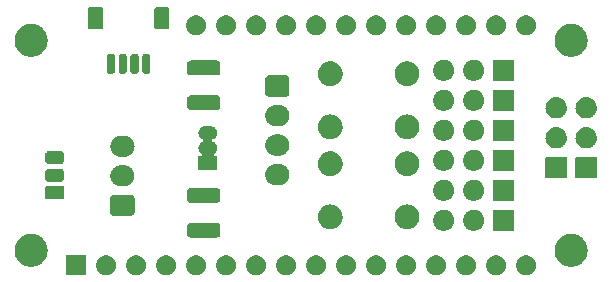
<source format=gbr>
G04 #@! TF.GenerationSoftware,KiCad,Pcbnew,7.0.7*
G04 #@! TF.CreationDate,2023-09-29T20:48:48-07:00*
G04 #@! TF.ProjectId,feather-fc,66656174-6865-4722-9d66-632e6b696361,rev?*
G04 #@! TF.SameCoordinates,Original*
G04 #@! TF.FileFunction,Soldermask,Top*
G04 #@! TF.FilePolarity,Negative*
%FSLAX46Y46*%
G04 Gerber Fmt 4.6, Leading zero omitted, Abs format (unit mm)*
G04 Created by KiCad (PCBNEW 7.0.7) date 2023-09-29 20:48:48*
%MOMM*%
%LPD*%
G01*
G04 APERTURE LIST*
G04 APERTURE END LIST*
G36*
X32569517Y-46142882D02*
G01*
X32586062Y-46153938D01*
X32597118Y-46170483D01*
X32601000Y-46190000D01*
X32601000Y-47790000D01*
X32597118Y-47809517D01*
X32586062Y-47826062D01*
X32569517Y-47837118D01*
X32550000Y-47841000D01*
X30950000Y-47841000D01*
X30930483Y-47837118D01*
X30913938Y-47826062D01*
X30902882Y-47809517D01*
X30899000Y-47790000D01*
X30899000Y-46190000D01*
X30902882Y-46170483D01*
X30913938Y-46153938D01*
X30930483Y-46142882D01*
X30950000Y-46139000D01*
X32550000Y-46139000D01*
X32569517Y-46142882D01*
G37*
G36*
X34331199Y-46143662D02*
G01*
X34378954Y-46143662D01*
X34420194Y-46152427D01*
X34455901Y-46155945D01*
X34500759Y-46169552D01*
X34552973Y-46180651D01*
X34586384Y-46195526D01*
X34615435Y-46204339D01*
X34661602Y-46229015D01*
X34715500Y-46253012D01*
X34740554Y-46271215D01*
X34762453Y-46282920D01*
X34807128Y-46319584D01*
X34859430Y-46357584D01*
X34876411Y-46376443D01*
X34891320Y-46388679D01*
X34931387Y-46437501D01*
X34978473Y-46489795D01*
X34988364Y-46506927D01*
X34997079Y-46517546D01*
X35029306Y-46577840D01*
X35067427Y-46643867D01*
X35071813Y-46657368D01*
X35075660Y-46664564D01*
X35096861Y-46734455D01*
X35122404Y-46813067D01*
X35123303Y-46821623D01*
X35124054Y-46824098D01*
X35131371Y-46898389D01*
X35141000Y-46990000D01*
X35131370Y-47081619D01*
X35124054Y-47155901D01*
X35123303Y-47158375D01*
X35122404Y-47166933D01*
X35096856Y-47245558D01*
X35075660Y-47315435D01*
X35071814Y-47322629D01*
X35067427Y-47336133D01*
X35029299Y-47402172D01*
X34997079Y-47462453D01*
X34988366Y-47473069D01*
X34978473Y-47490205D01*
X34931378Y-47542509D01*
X34891320Y-47591320D01*
X34876414Y-47603552D01*
X34859430Y-47622416D01*
X34807118Y-47660423D01*
X34762453Y-47697079D01*
X34740559Y-47708780D01*
X34715500Y-47726988D01*
X34661591Y-47750989D01*
X34615435Y-47775660D01*
X34586391Y-47784470D01*
X34552973Y-47799349D01*
X34500748Y-47810449D01*
X34455901Y-47824054D01*
X34420203Y-47827570D01*
X34378954Y-47836338D01*
X34331188Y-47836338D01*
X34290000Y-47840395D01*
X34248811Y-47836338D01*
X34201046Y-47836338D01*
X34159797Y-47827570D01*
X34124098Y-47824054D01*
X34079248Y-47810448D01*
X34027027Y-47799349D01*
X33993610Y-47784471D01*
X33964564Y-47775660D01*
X33918402Y-47750986D01*
X33864500Y-47726988D01*
X33839443Y-47708783D01*
X33817546Y-47697079D01*
X33772873Y-47660416D01*
X33720570Y-47622416D01*
X33703588Y-47603555D01*
X33688679Y-47591320D01*
X33648610Y-47542496D01*
X33601527Y-47490205D01*
X33591636Y-47473073D01*
X33582920Y-47462453D01*
X33550687Y-47402148D01*
X33512573Y-47336133D01*
X33508186Y-47322634D01*
X33504339Y-47315435D01*
X33483128Y-47245512D01*
X33457596Y-47166933D01*
X33456697Y-47158380D01*
X33455945Y-47155901D01*
X33448613Y-47081467D01*
X33439000Y-46990000D01*
X33448612Y-46898540D01*
X33455945Y-46824098D01*
X33456697Y-46821618D01*
X33457596Y-46813067D01*
X33483123Y-46734502D01*
X33504339Y-46664564D01*
X33508187Y-46657363D01*
X33512573Y-46643867D01*
X33550680Y-46577863D01*
X33582920Y-46517546D01*
X33591638Y-46506923D01*
X33601527Y-46489795D01*
X33648601Y-46437513D01*
X33688679Y-46388679D01*
X33703591Y-46376440D01*
X33720570Y-46357584D01*
X33772862Y-46319591D01*
X33817546Y-46282920D01*
X33839448Y-46271213D01*
X33864500Y-46253012D01*
X33918391Y-46229018D01*
X33964564Y-46204339D01*
X33993617Y-46195525D01*
X34027027Y-46180651D01*
X34079237Y-46169553D01*
X34124098Y-46155945D01*
X34159806Y-46152427D01*
X34201046Y-46143662D01*
X34248801Y-46143662D01*
X34290000Y-46139604D01*
X34331199Y-46143662D01*
G37*
G36*
X36871199Y-46143662D02*
G01*
X36918954Y-46143662D01*
X36960194Y-46152427D01*
X36995901Y-46155945D01*
X37040759Y-46169552D01*
X37092973Y-46180651D01*
X37126384Y-46195526D01*
X37155435Y-46204339D01*
X37201602Y-46229015D01*
X37255500Y-46253012D01*
X37280554Y-46271215D01*
X37302453Y-46282920D01*
X37347128Y-46319584D01*
X37399430Y-46357584D01*
X37416411Y-46376443D01*
X37431320Y-46388679D01*
X37471387Y-46437501D01*
X37518473Y-46489795D01*
X37528364Y-46506927D01*
X37537079Y-46517546D01*
X37569306Y-46577840D01*
X37607427Y-46643867D01*
X37611813Y-46657368D01*
X37615660Y-46664564D01*
X37636861Y-46734455D01*
X37662404Y-46813067D01*
X37663303Y-46821623D01*
X37664054Y-46824098D01*
X37671371Y-46898389D01*
X37681000Y-46990000D01*
X37671370Y-47081619D01*
X37664054Y-47155901D01*
X37663303Y-47158375D01*
X37662404Y-47166933D01*
X37636856Y-47245558D01*
X37615660Y-47315435D01*
X37611814Y-47322629D01*
X37607427Y-47336133D01*
X37569299Y-47402172D01*
X37537079Y-47462453D01*
X37528366Y-47473069D01*
X37518473Y-47490205D01*
X37471378Y-47542509D01*
X37431320Y-47591320D01*
X37416414Y-47603552D01*
X37399430Y-47622416D01*
X37347118Y-47660423D01*
X37302453Y-47697079D01*
X37280559Y-47708780D01*
X37255500Y-47726988D01*
X37201591Y-47750989D01*
X37155435Y-47775660D01*
X37126391Y-47784470D01*
X37092973Y-47799349D01*
X37040748Y-47810449D01*
X36995901Y-47824054D01*
X36960203Y-47827570D01*
X36918954Y-47836338D01*
X36871188Y-47836338D01*
X36830000Y-47840395D01*
X36788811Y-47836338D01*
X36741046Y-47836338D01*
X36699797Y-47827570D01*
X36664098Y-47824054D01*
X36619248Y-47810448D01*
X36567027Y-47799349D01*
X36533610Y-47784471D01*
X36504564Y-47775660D01*
X36458402Y-47750986D01*
X36404500Y-47726988D01*
X36379443Y-47708783D01*
X36357546Y-47697079D01*
X36312873Y-47660416D01*
X36260570Y-47622416D01*
X36243588Y-47603555D01*
X36228679Y-47591320D01*
X36188610Y-47542496D01*
X36141527Y-47490205D01*
X36131636Y-47473073D01*
X36122920Y-47462453D01*
X36090687Y-47402148D01*
X36052573Y-47336133D01*
X36048186Y-47322634D01*
X36044339Y-47315435D01*
X36023128Y-47245512D01*
X35997596Y-47166933D01*
X35996697Y-47158380D01*
X35995945Y-47155901D01*
X35988613Y-47081467D01*
X35979000Y-46990000D01*
X35988612Y-46898540D01*
X35995945Y-46824098D01*
X35996697Y-46821618D01*
X35997596Y-46813067D01*
X36023123Y-46734502D01*
X36044339Y-46664564D01*
X36048187Y-46657363D01*
X36052573Y-46643867D01*
X36090680Y-46577863D01*
X36122920Y-46517546D01*
X36131638Y-46506923D01*
X36141527Y-46489795D01*
X36188601Y-46437513D01*
X36228679Y-46388679D01*
X36243591Y-46376440D01*
X36260570Y-46357584D01*
X36312862Y-46319591D01*
X36357546Y-46282920D01*
X36379448Y-46271213D01*
X36404500Y-46253012D01*
X36458391Y-46229018D01*
X36504564Y-46204339D01*
X36533617Y-46195525D01*
X36567027Y-46180651D01*
X36619237Y-46169553D01*
X36664098Y-46155945D01*
X36699806Y-46152427D01*
X36741046Y-46143662D01*
X36788801Y-46143662D01*
X36830000Y-46139604D01*
X36871199Y-46143662D01*
G37*
G36*
X39411199Y-46143662D02*
G01*
X39458954Y-46143662D01*
X39500194Y-46152427D01*
X39535901Y-46155945D01*
X39580759Y-46169552D01*
X39632973Y-46180651D01*
X39666384Y-46195526D01*
X39695435Y-46204339D01*
X39741602Y-46229015D01*
X39795500Y-46253012D01*
X39820554Y-46271215D01*
X39842453Y-46282920D01*
X39887128Y-46319584D01*
X39939430Y-46357584D01*
X39956411Y-46376443D01*
X39971320Y-46388679D01*
X40011387Y-46437501D01*
X40058473Y-46489795D01*
X40068364Y-46506927D01*
X40077079Y-46517546D01*
X40109306Y-46577840D01*
X40147427Y-46643867D01*
X40151813Y-46657368D01*
X40155660Y-46664564D01*
X40176861Y-46734455D01*
X40202404Y-46813067D01*
X40203303Y-46821623D01*
X40204054Y-46824098D01*
X40211371Y-46898389D01*
X40221000Y-46990000D01*
X40211370Y-47081619D01*
X40204054Y-47155901D01*
X40203303Y-47158375D01*
X40202404Y-47166933D01*
X40176856Y-47245558D01*
X40155660Y-47315435D01*
X40151814Y-47322629D01*
X40147427Y-47336133D01*
X40109299Y-47402172D01*
X40077079Y-47462453D01*
X40068366Y-47473069D01*
X40058473Y-47490205D01*
X40011378Y-47542509D01*
X39971320Y-47591320D01*
X39956414Y-47603552D01*
X39939430Y-47622416D01*
X39887118Y-47660423D01*
X39842453Y-47697079D01*
X39820559Y-47708780D01*
X39795500Y-47726988D01*
X39741591Y-47750989D01*
X39695435Y-47775660D01*
X39666391Y-47784470D01*
X39632973Y-47799349D01*
X39580748Y-47810449D01*
X39535901Y-47824054D01*
X39500203Y-47827570D01*
X39458954Y-47836338D01*
X39411188Y-47836338D01*
X39370000Y-47840395D01*
X39328811Y-47836338D01*
X39281046Y-47836338D01*
X39239797Y-47827570D01*
X39204098Y-47824054D01*
X39159248Y-47810448D01*
X39107027Y-47799349D01*
X39073610Y-47784471D01*
X39044564Y-47775660D01*
X38998402Y-47750986D01*
X38944500Y-47726988D01*
X38919443Y-47708783D01*
X38897546Y-47697079D01*
X38852873Y-47660416D01*
X38800570Y-47622416D01*
X38783588Y-47603555D01*
X38768679Y-47591320D01*
X38728610Y-47542496D01*
X38681527Y-47490205D01*
X38671636Y-47473073D01*
X38662920Y-47462453D01*
X38630687Y-47402148D01*
X38592573Y-47336133D01*
X38588186Y-47322634D01*
X38584339Y-47315435D01*
X38563128Y-47245512D01*
X38537596Y-47166933D01*
X38536697Y-47158380D01*
X38535945Y-47155901D01*
X38528613Y-47081467D01*
X38519000Y-46990000D01*
X38528612Y-46898540D01*
X38535945Y-46824098D01*
X38536697Y-46821618D01*
X38537596Y-46813067D01*
X38563123Y-46734502D01*
X38584339Y-46664564D01*
X38588187Y-46657363D01*
X38592573Y-46643867D01*
X38630680Y-46577863D01*
X38662920Y-46517546D01*
X38671638Y-46506923D01*
X38681527Y-46489795D01*
X38728601Y-46437513D01*
X38768679Y-46388679D01*
X38783591Y-46376440D01*
X38800570Y-46357584D01*
X38852862Y-46319591D01*
X38897546Y-46282920D01*
X38919448Y-46271213D01*
X38944500Y-46253012D01*
X38998391Y-46229018D01*
X39044564Y-46204339D01*
X39073617Y-46195525D01*
X39107027Y-46180651D01*
X39159237Y-46169553D01*
X39204098Y-46155945D01*
X39239806Y-46152427D01*
X39281046Y-46143662D01*
X39328801Y-46143662D01*
X39370000Y-46139604D01*
X39411199Y-46143662D01*
G37*
G36*
X41951199Y-46143662D02*
G01*
X41998954Y-46143662D01*
X42040194Y-46152427D01*
X42075901Y-46155945D01*
X42120759Y-46169552D01*
X42172973Y-46180651D01*
X42206384Y-46195526D01*
X42235435Y-46204339D01*
X42281602Y-46229015D01*
X42335500Y-46253012D01*
X42360554Y-46271215D01*
X42382453Y-46282920D01*
X42427128Y-46319584D01*
X42479430Y-46357584D01*
X42496411Y-46376443D01*
X42511320Y-46388679D01*
X42551387Y-46437501D01*
X42598473Y-46489795D01*
X42608364Y-46506927D01*
X42617079Y-46517546D01*
X42649306Y-46577840D01*
X42687427Y-46643867D01*
X42691813Y-46657368D01*
X42695660Y-46664564D01*
X42716861Y-46734455D01*
X42742404Y-46813067D01*
X42743303Y-46821623D01*
X42744054Y-46824098D01*
X42751371Y-46898389D01*
X42761000Y-46990000D01*
X42751370Y-47081619D01*
X42744054Y-47155901D01*
X42743303Y-47158375D01*
X42742404Y-47166933D01*
X42716856Y-47245558D01*
X42695660Y-47315435D01*
X42691814Y-47322629D01*
X42687427Y-47336133D01*
X42649299Y-47402172D01*
X42617079Y-47462453D01*
X42608366Y-47473069D01*
X42598473Y-47490205D01*
X42551378Y-47542509D01*
X42511320Y-47591320D01*
X42496414Y-47603552D01*
X42479430Y-47622416D01*
X42427118Y-47660423D01*
X42382453Y-47697079D01*
X42360559Y-47708780D01*
X42335500Y-47726988D01*
X42281591Y-47750989D01*
X42235435Y-47775660D01*
X42206391Y-47784470D01*
X42172973Y-47799349D01*
X42120748Y-47810449D01*
X42075901Y-47824054D01*
X42040203Y-47827570D01*
X41998954Y-47836338D01*
X41951188Y-47836338D01*
X41910000Y-47840395D01*
X41868811Y-47836338D01*
X41821046Y-47836338D01*
X41779797Y-47827570D01*
X41744098Y-47824054D01*
X41699248Y-47810448D01*
X41647027Y-47799349D01*
X41613610Y-47784471D01*
X41584564Y-47775660D01*
X41538402Y-47750986D01*
X41484500Y-47726988D01*
X41459443Y-47708783D01*
X41437546Y-47697079D01*
X41392873Y-47660416D01*
X41340570Y-47622416D01*
X41323588Y-47603555D01*
X41308679Y-47591320D01*
X41268610Y-47542496D01*
X41221527Y-47490205D01*
X41211636Y-47473073D01*
X41202920Y-47462453D01*
X41170687Y-47402148D01*
X41132573Y-47336133D01*
X41128186Y-47322634D01*
X41124339Y-47315435D01*
X41103128Y-47245512D01*
X41077596Y-47166933D01*
X41076697Y-47158380D01*
X41075945Y-47155901D01*
X41068613Y-47081467D01*
X41059000Y-46990000D01*
X41068612Y-46898540D01*
X41075945Y-46824098D01*
X41076697Y-46821618D01*
X41077596Y-46813067D01*
X41103123Y-46734502D01*
X41124339Y-46664564D01*
X41128187Y-46657363D01*
X41132573Y-46643867D01*
X41170680Y-46577863D01*
X41202920Y-46517546D01*
X41211638Y-46506923D01*
X41221527Y-46489795D01*
X41268601Y-46437513D01*
X41308679Y-46388679D01*
X41323591Y-46376440D01*
X41340570Y-46357584D01*
X41392862Y-46319591D01*
X41437546Y-46282920D01*
X41459448Y-46271213D01*
X41484500Y-46253012D01*
X41538391Y-46229018D01*
X41584564Y-46204339D01*
X41613617Y-46195525D01*
X41647027Y-46180651D01*
X41699237Y-46169553D01*
X41744098Y-46155945D01*
X41779806Y-46152427D01*
X41821046Y-46143662D01*
X41868801Y-46143662D01*
X41910000Y-46139604D01*
X41951199Y-46143662D01*
G37*
G36*
X44491199Y-46143662D02*
G01*
X44538954Y-46143662D01*
X44580194Y-46152427D01*
X44615901Y-46155945D01*
X44660759Y-46169552D01*
X44712973Y-46180651D01*
X44746384Y-46195526D01*
X44775435Y-46204339D01*
X44821602Y-46229015D01*
X44875500Y-46253012D01*
X44900554Y-46271215D01*
X44922453Y-46282920D01*
X44967128Y-46319584D01*
X45019430Y-46357584D01*
X45036411Y-46376443D01*
X45051320Y-46388679D01*
X45091387Y-46437501D01*
X45138473Y-46489795D01*
X45148364Y-46506927D01*
X45157079Y-46517546D01*
X45189306Y-46577840D01*
X45227427Y-46643867D01*
X45231813Y-46657368D01*
X45235660Y-46664564D01*
X45256861Y-46734455D01*
X45282404Y-46813067D01*
X45283303Y-46821623D01*
X45284054Y-46824098D01*
X45291371Y-46898389D01*
X45301000Y-46990000D01*
X45291370Y-47081619D01*
X45284054Y-47155901D01*
X45283303Y-47158375D01*
X45282404Y-47166933D01*
X45256856Y-47245558D01*
X45235660Y-47315435D01*
X45231814Y-47322629D01*
X45227427Y-47336133D01*
X45189299Y-47402172D01*
X45157079Y-47462453D01*
X45148366Y-47473069D01*
X45138473Y-47490205D01*
X45091378Y-47542509D01*
X45051320Y-47591320D01*
X45036414Y-47603552D01*
X45019430Y-47622416D01*
X44967118Y-47660423D01*
X44922453Y-47697079D01*
X44900559Y-47708780D01*
X44875500Y-47726988D01*
X44821591Y-47750989D01*
X44775435Y-47775660D01*
X44746391Y-47784470D01*
X44712973Y-47799349D01*
X44660748Y-47810449D01*
X44615901Y-47824054D01*
X44580203Y-47827570D01*
X44538954Y-47836338D01*
X44491188Y-47836338D01*
X44450000Y-47840395D01*
X44408811Y-47836338D01*
X44361046Y-47836338D01*
X44319797Y-47827570D01*
X44284098Y-47824054D01*
X44239248Y-47810448D01*
X44187027Y-47799349D01*
X44153610Y-47784471D01*
X44124564Y-47775660D01*
X44078402Y-47750986D01*
X44024500Y-47726988D01*
X43999443Y-47708783D01*
X43977546Y-47697079D01*
X43932873Y-47660416D01*
X43880570Y-47622416D01*
X43863588Y-47603555D01*
X43848679Y-47591320D01*
X43808610Y-47542496D01*
X43761527Y-47490205D01*
X43751636Y-47473073D01*
X43742920Y-47462453D01*
X43710687Y-47402148D01*
X43672573Y-47336133D01*
X43668186Y-47322634D01*
X43664339Y-47315435D01*
X43643128Y-47245512D01*
X43617596Y-47166933D01*
X43616697Y-47158380D01*
X43615945Y-47155901D01*
X43608613Y-47081467D01*
X43599000Y-46990000D01*
X43608612Y-46898540D01*
X43615945Y-46824098D01*
X43616697Y-46821618D01*
X43617596Y-46813067D01*
X43643123Y-46734502D01*
X43664339Y-46664564D01*
X43668187Y-46657363D01*
X43672573Y-46643867D01*
X43710680Y-46577863D01*
X43742920Y-46517546D01*
X43751638Y-46506923D01*
X43761527Y-46489795D01*
X43808601Y-46437513D01*
X43848679Y-46388679D01*
X43863591Y-46376440D01*
X43880570Y-46357584D01*
X43932862Y-46319591D01*
X43977546Y-46282920D01*
X43999448Y-46271213D01*
X44024500Y-46253012D01*
X44078391Y-46229018D01*
X44124564Y-46204339D01*
X44153617Y-46195525D01*
X44187027Y-46180651D01*
X44239237Y-46169553D01*
X44284098Y-46155945D01*
X44319806Y-46152427D01*
X44361046Y-46143662D01*
X44408801Y-46143662D01*
X44450000Y-46139604D01*
X44491199Y-46143662D01*
G37*
G36*
X47031199Y-46143662D02*
G01*
X47078954Y-46143662D01*
X47120194Y-46152427D01*
X47155901Y-46155945D01*
X47200759Y-46169552D01*
X47252973Y-46180651D01*
X47286384Y-46195526D01*
X47315435Y-46204339D01*
X47361602Y-46229015D01*
X47415500Y-46253012D01*
X47440554Y-46271215D01*
X47462453Y-46282920D01*
X47507128Y-46319584D01*
X47559430Y-46357584D01*
X47576411Y-46376443D01*
X47591320Y-46388679D01*
X47631387Y-46437501D01*
X47678473Y-46489795D01*
X47688364Y-46506927D01*
X47697079Y-46517546D01*
X47729306Y-46577840D01*
X47767427Y-46643867D01*
X47771813Y-46657368D01*
X47775660Y-46664564D01*
X47796861Y-46734455D01*
X47822404Y-46813067D01*
X47823303Y-46821623D01*
X47824054Y-46824098D01*
X47831371Y-46898389D01*
X47841000Y-46990000D01*
X47831370Y-47081619D01*
X47824054Y-47155901D01*
X47823303Y-47158375D01*
X47822404Y-47166933D01*
X47796856Y-47245558D01*
X47775660Y-47315435D01*
X47771814Y-47322629D01*
X47767427Y-47336133D01*
X47729299Y-47402172D01*
X47697079Y-47462453D01*
X47688366Y-47473069D01*
X47678473Y-47490205D01*
X47631378Y-47542509D01*
X47591320Y-47591320D01*
X47576414Y-47603552D01*
X47559430Y-47622416D01*
X47507118Y-47660423D01*
X47462453Y-47697079D01*
X47440559Y-47708780D01*
X47415500Y-47726988D01*
X47361591Y-47750989D01*
X47315435Y-47775660D01*
X47286391Y-47784470D01*
X47252973Y-47799349D01*
X47200748Y-47810449D01*
X47155901Y-47824054D01*
X47120203Y-47827570D01*
X47078954Y-47836338D01*
X47031188Y-47836338D01*
X46990000Y-47840395D01*
X46948811Y-47836338D01*
X46901046Y-47836338D01*
X46859797Y-47827570D01*
X46824098Y-47824054D01*
X46779248Y-47810448D01*
X46727027Y-47799349D01*
X46693610Y-47784471D01*
X46664564Y-47775660D01*
X46618402Y-47750986D01*
X46564500Y-47726988D01*
X46539443Y-47708783D01*
X46517546Y-47697079D01*
X46472873Y-47660416D01*
X46420570Y-47622416D01*
X46403588Y-47603555D01*
X46388679Y-47591320D01*
X46348610Y-47542496D01*
X46301527Y-47490205D01*
X46291636Y-47473073D01*
X46282920Y-47462453D01*
X46250687Y-47402148D01*
X46212573Y-47336133D01*
X46208186Y-47322634D01*
X46204339Y-47315435D01*
X46183128Y-47245512D01*
X46157596Y-47166933D01*
X46156697Y-47158380D01*
X46155945Y-47155901D01*
X46148613Y-47081467D01*
X46139000Y-46990000D01*
X46148612Y-46898540D01*
X46155945Y-46824098D01*
X46156697Y-46821618D01*
X46157596Y-46813067D01*
X46183123Y-46734502D01*
X46204339Y-46664564D01*
X46208187Y-46657363D01*
X46212573Y-46643867D01*
X46250680Y-46577863D01*
X46282920Y-46517546D01*
X46291638Y-46506923D01*
X46301527Y-46489795D01*
X46348601Y-46437513D01*
X46388679Y-46388679D01*
X46403591Y-46376440D01*
X46420570Y-46357584D01*
X46472862Y-46319591D01*
X46517546Y-46282920D01*
X46539448Y-46271213D01*
X46564500Y-46253012D01*
X46618391Y-46229018D01*
X46664564Y-46204339D01*
X46693617Y-46195525D01*
X46727027Y-46180651D01*
X46779237Y-46169553D01*
X46824098Y-46155945D01*
X46859806Y-46152427D01*
X46901046Y-46143662D01*
X46948801Y-46143662D01*
X46990000Y-46139604D01*
X47031199Y-46143662D01*
G37*
G36*
X49571199Y-46143662D02*
G01*
X49618954Y-46143662D01*
X49660194Y-46152427D01*
X49695901Y-46155945D01*
X49740759Y-46169552D01*
X49792973Y-46180651D01*
X49826384Y-46195526D01*
X49855435Y-46204339D01*
X49901602Y-46229015D01*
X49955500Y-46253012D01*
X49980554Y-46271215D01*
X50002453Y-46282920D01*
X50047128Y-46319584D01*
X50099430Y-46357584D01*
X50116411Y-46376443D01*
X50131320Y-46388679D01*
X50171387Y-46437501D01*
X50218473Y-46489795D01*
X50228364Y-46506927D01*
X50237079Y-46517546D01*
X50269306Y-46577840D01*
X50307427Y-46643867D01*
X50311813Y-46657368D01*
X50315660Y-46664564D01*
X50336861Y-46734455D01*
X50362404Y-46813067D01*
X50363303Y-46821623D01*
X50364054Y-46824098D01*
X50371371Y-46898389D01*
X50381000Y-46990000D01*
X50371370Y-47081619D01*
X50364054Y-47155901D01*
X50363303Y-47158375D01*
X50362404Y-47166933D01*
X50336856Y-47245558D01*
X50315660Y-47315435D01*
X50311814Y-47322629D01*
X50307427Y-47336133D01*
X50269299Y-47402172D01*
X50237079Y-47462453D01*
X50228366Y-47473069D01*
X50218473Y-47490205D01*
X50171378Y-47542509D01*
X50131320Y-47591320D01*
X50116414Y-47603552D01*
X50099430Y-47622416D01*
X50047118Y-47660423D01*
X50002453Y-47697079D01*
X49980559Y-47708780D01*
X49955500Y-47726988D01*
X49901591Y-47750989D01*
X49855435Y-47775660D01*
X49826391Y-47784470D01*
X49792973Y-47799349D01*
X49740748Y-47810449D01*
X49695901Y-47824054D01*
X49660203Y-47827570D01*
X49618954Y-47836338D01*
X49571188Y-47836338D01*
X49530000Y-47840395D01*
X49488811Y-47836338D01*
X49441046Y-47836338D01*
X49399797Y-47827570D01*
X49364098Y-47824054D01*
X49319248Y-47810448D01*
X49267027Y-47799349D01*
X49233610Y-47784471D01*
X49204564Y-47775660D01*
X49158402Y-47750986D01*
X49104500Y-47726988D01*
X49079443Y-47708783D01*
X49057546Y-47697079D01*
X49012873Y-47660416D01*
X48960570Y-47622416D01*
X48943588Y-47603555D01*
X48928679Y-47591320D01*
X48888610Y-47542496D01*
X48841527Y-47490205D01*
X48831636Y-47473073D01*
X48822920Y-47462453D01*
X48790687Y-47402148D01*
X48752573Y-47336133D01*
X48748186Y-47322634D01*
X48744339Y-47315435D01*
X48723128Y-47245512D01*
X48697596Y-47166933D01*
X48696697Y-47158380D01*
X48695945Y-47155901D01*
X48688613Y-47081467D01*
X48679000Y-46990000D01*
X48688612Y-46898540D01*
X48695945Y-46824098D01*
X48696697Y-46821618D01*
X48697596Y-46813067D01*
X48723123Y-46734502D01*
X48744339Y-46664564D01*
X48748187Y-46657363D01*
X48752573Y-46643867D01*
X48790680Y-46577863D01*
X48822920Y-46517546D01*
X48831638Y-46506923D01*
X48841527Y-46489795D01*
X48888601Y-46437513D01*
X48928679Y-46388679D01*
X48943591Y-46376440D01*
X48960570Y-46357584D01*
X49012862Y-46319591D01*
X49057546Y-46282920D01*
X49079448Y-46271213D01*
X49104500Y-46253012D01*
X49158391Y-46229018D01*
X49204564Y-46204339D01*
X49233617Y-46195525D01*
X49267027Y-46180651D01*
X49319237Y-46169553D01*
X49364098Y-46155945D01*
X49399806Y-46152427D01*
X49441046Y-46143662D01*
X49488801Y-46143662D01*
X49530000Y-46139604D01*
X49571199Y-46143662D01*
G37*
G36*
X52111199Y-46143662D02*
G01*
X52158954Y-46143662D01*
X52200194Y-46152427D01*
X52235901Y-46155945D01*
X52280759Y-46169552D01*
X52332973Y-46180651D01*
X52366384Y-46195526D01*
X52395435Y-46204339D01*
X52441602Y-46229015D01*
X52495500Y-46253012D01*
X52520554Y-46271215D01*
X52542453Y-46282920D01*
X52587128Y-46319584D01*
X52639430Y-46357584D01*
X52656411Y-46376443D01*
X52671320Y-46388679D01*
X52711387Y-46437501D01*
X52758473Y-46489795D01*
X52768364Y-46506927D01*
X52777079Y-46517546D01*
X52809306Y-46577840D01*
X52847427Y-46643867D01*
X52851813Y-46657368D01*
X52855660Y-46664564D01*
X52876861Y-46734455D01*
X52902404Y-46813067D01*
X52903303Y-46821623D01*
X52904054Y-46824098D01*
X52911371Y-46898389D01*
X52921000Y-46990000D01*
X52911370Y-47081619D01*
X52904054Y-47155901D01*
X52903303Y-47158375D01*
X52902404Y-47166933D01*
X52876856Y-47245558D01*
X52855660Y-47315435D01*
X52851814Y-47322629D01*
X52847427Y-47336133D01*
X52809299Y-47402172D01*
X52777079Y-47462453D01*
X52768366Y-47473069D01*
X52758473Y-47490205D01*
X52711378Y-47542509D01*
X52671320Y-47591320D01*
X52656414Y-47603552D01*
X52639430Y-47622416D01*
X52587118Y-47660423D01*
X52542453Y-47697079D01*
X52520559Y-47708780D01*
X52495500Y-47726988D01*
X52441591Y-47750989D01*
X52395435Y-47775660D01*
X52366391Y-47784470D01*
X52332973Y-47799349D01*
X52280748Y-47810449D01*
X52235901Y-47824054D01*
X52200203Y-47827570D01*
X52158954Y-47836338D01*
X52111188Y-47836338D01*
X52070000Y-47840395D01*
X52028811Y-47836338D01*
X51981046Y-47836338D01*
X51939797Y-47827570D01*
X51904098Y-47824054D01*
X51859248Y-47810448D01*
X51807027Y-47799349D01*
X51773610Y-47784471D01*
X51744564Y-47775660D01*
X51698402Y-47750986D01*
X51644500Y-47726988D01*
X51619443Y-47708783D01*
X51597546Y-47697079D01*
X51552873Y-47660416D01*
X51500570Y-47622416D01*
X51483588Y-47603555D01*
X51468679Y-47591320D01*
X51428610Y-47542496D01*
X51381527Y-47490205D01*
X51371636Y-47473073D01*
X51362920Y-47462453D01*
X51330687Y-47402148D01*
X51292573Y-47336133D01*
X51288186Y-47322634D01*
X51284339Y-47315435D01*
X51263128Y-47245512D01*
X51237596Y-47166933D01*
X51236697Y-47158380D01*
X51235945Y-47155901D01*
X51228613Y-47081467D01*
X51219000Y-46990000D01*
X51228612Y-46898540D01*
X51235945Y-46824098D01*
X51236697Y-46821618D01*
X51237596Y-46813067D01*
X51263123Y-46734502D01*
X51284339Y-46664564D01*
X51288187Y-46657363D01*
X51292573Y-46643867D01*
X51330680Y-46577863D01*
X51362920Y-46517546D01*
X51371638Y-46506923D01*
X51381527Y-46489795D01*
X51428601Y-46437513D01*
X51468679Y-46388679D01*
X51483591Y-46376440D01*
X51500570Y-46357584D01*
X51552862Y-46319591D01*
X51597546Y-46282920D01*
X51619448Y-46271213D01*
X51644500Y-46253012D01*
X51698391Y-46229018D01*
X51744564Y-46204339D01*
X51773617Y-46195525D01*
X51807027Y-46180651D01*
X51859237Y-46169553D01*
X51904098Y-46155945D01*
X51939806Y-46152427D01*
X51981046Y-46143662D01*
X52028801Y-46143662D01*
X52070000Y-46139604D01*
X52111199Y-46143662D01*
G37*
G36*
X54651199Y-46143662D02*
G01*
X54698954Y-46143662D01*
X54740194Y-46152427D01*
X54775901Y-46155945D01*
X54820759Y-46169552D01*
X54872973Y-46180651D01*
X54906384Y-46195526D01*
X54935435Y-46204339D01*
X54981602Y-46229015D01*
X55035500Y-46253012D01*
X55060554Y-46271215D01*
X55082453Y-46282920D01*
X55127128Y-46319584D01*
X55179430Y-46357584D01*
X55196411Y-46376443D01*
X55211320Y-46388679D01*
X55251387Y-46437501D01*
X55298473Y-46489795D01*
X55308364Y-46506927D01*
X55317079Y-46517546D01*
X55349306Y-46577840D01*
X55387427Y-46643867D01*
X55391813Y-46657368D01*
X55395660Y-46664564D01*
X55416861Y-46734455D01*
X55442404Y-46813067D01*
X55443303Y-46821623D01*
X55444054Y-46824098D01*
X55451371Y-46898389D01*
X55461000Y-46990000D01*
X55451370Y-47081619D01*
X55444054Y-47155901D01*
X55443303Y-47158375D01*
X55442404Y-47166933D01*
X55416856Y-47245558D01*
X55395660Y-47315435D01*
X55391814Y-47322629D01*
X55387427Y-47336133D01*
X55349299Y-47402172D01*
X55317079Y-47462453D01*
X55308366Y-47473069D01*
X55298473Y-47490205D01*
X55251378Y-47542509D01*
X55211320Y-47591320D01*
X55196414Y-47603552D01*
X55179430Y-47622416D01*
X55127118Y-47660423D01*
X55082453Y-47697079D01*
X55060559Y-47708780D01*
X55035500Y-47726988D01*
X54981591Y-47750989D01*
X54935435Y-47775660D01*
X54906391Y-47784470D01*
X54872973Y-47799349D01*
X54820748Y-47810449D01*
X54775901Y-47824054D01*
X54740203Y-47827570D01*
X54698954Y-47836338D01*
X54651188Y-47836338D01*
X54610000Y-47840395D01*
X54568811Y-47836338D01*
X54521046Y-47836338D01*
X54479797Y-47827570D01*
X54444098Y-47824054D01*
X54399248Y-47810448D01*
X54347027Y-47799349D01*
X54313610Y-47784471D01*
X54284564Y-47775660D01*
X54238402Y-47750986D01*
X54184500Y-47726988D01*
X54159443Y-47708783D01*
X54137546Y-47697079D01*
X54092873Y-47660416D01*
X54040570Y-47622416D01*
X54023588Y-47603555D01*
X54008679Y-47591320D01*
X53968610Y-47542496D01*
X53921527Y-47490205D01*
X53911636Y-47473073D01*
X53902920Y-47462453D01*
X53870687Y-47402148D01*
X53832573Y-47336133D01*
X53828186Y-47322634D01*
X53824339Y-47315435D01*
X53803128Y-47245512D01*
X53777596Y-47166933D01*
X53776697Y-47158380D01*
X53775945Y-47155901D01*
X53768613Y-47081467D01*
X53759000Y-46990000D01*
X53768612Y-46898540D01*
X53775945Y-46824098D01*
X53776697Y-46821618D01*
X53777596Y-46813067D01*
X53803123Y-46734502D01*
X53824339Y-46664564D01*
X53828187Y-46657363D01*
X53832573Y-46643867D01*
X53870680Y-46577863D01*
X53902920Y-46517546D01*
X53911638Y-46506923D01*
X53921527Y-46489795D01*
X53968601Y-46437513D01*
X54008679Y-46388679D01*
X54023591Y-46376440D01*
X54040570Y-46357584D01*
X54092862Y-46319591D01*
X54137546Y-46282920D01*
X54159448Y-46271213D01*
X54184500Y-46253012D01*
X54238391Y-46229018D01*
X54284564Y-46204339D01*
X54313617Y-46195525D01*
X54347027Y-46180651D01*
X54399237Y-46169553D01*
X54444098Y-46155945D01*
X54479806Y-46152427D01*
X54521046Y-46143662D01*
X54568801Y-46143662D01*
X54610000Y-46139604D01*
X54651199Y-46143662D01*
G37*
G36*
X57191199Y-46143662D02*
G01*
X57238954Y-46143662D01*
X57280194Y-46152427D01*
X57315901Y-46155945D01*
X57360759Y-46169552D01*
X57412973Y-46180651D01*
X57446384Y-46195526D01*
X57475435Y-46204339D01*
X57521602Y-46229015D01*
X57575500Y-46253012D01*
X57600554Y-46271215D01*
X57622453Y-46282920D01*
X57667128Y-46319584D01*
X57719430Y-46357584D01*
X57736411Y-46376443D01*
X57751320Y-46388679D01*
X57791387Y-46437501D01*
X57838473Y-46489795D01*
X57848364Y-46506927D01*
X57857079Y-46517546D01*
X57889306Y-46577840D01*
X57927427Y-46643867D01*
X57931813Y-46657368D01*
X57935660Y-46664564D01*
X57956861Y-46734455D01*
X57982404Y-46813067D01*
X57983303Y-46821623D01*
X57984054Y-46824098D01*
X57991371Y-46898389D01*
X58001000Y-46990000D01*
X57991370Y-47081619D01*
X57984054Y-47155901D01*
X57983303Y-47158375D01*
X57982404Y-47166933D01*
X57956856Y-47245558D01*
X57935660Y-47315435D01*
X57931814Y-47322629D01*
X57927427Y-47336133D01*
X57889299Y-47402172D01*
X57857079Y-47462453D01*
X57848366Y-47473069D01*
X57838473Y-47490205D01*
X57791378Y-47542509D01*
X57751320Y-47591320D01*
X57736414Y-47603552D01*
X57719430Y-47622416D01*
X57667118Y-47660423D01*
X57622453Y-47697079D01*
X57600559Y-47708780D01*
X57575500Y-47726988D01*
X57521591Y-47750989D01*
X57475435Y-47775660D01*
X57446391Y-47784470D01*
X57412973Y-47799349D01*
X57360748Y-47810449D01*
X57315901Y-47824054D01*
X57280203Y-47827570D01*
X57238954Y-47836338D01*
X57191188Y-47836338D01*
X57150000Y-47840395D01*
X57108811Y-47836338D01*
X57061046Y-47836338D01*
X57019797Y-47827570D01*
X56984098Y-47824054D01*
X56939248Y-47810448D01*
X56887027Y-47799349D01*
X56853610Y-47784471D01*
X56824564Y-47775660D01*
X56778402Y-47750986D01*
X56724500Y-47726988D01*
X56699443Y-47708783D01*
X56677546Y-47697079D01*
X56632873Y-47660416D01*
X56580570Y-47622416D01*
X56563588Y-47603555D01*
X56548679Y-47591320D01*
X56508610Y-47542496D01*
X56461527Y-47490205D01*
X56451636Y-47473073D01*
X56442920Y-47462453D01*
X56410687Y-47402148D01*
X56372573Y-47336133D01*
X56368186Y-47322634D01*
X56364339Y-47315435D01*
X56343128Y-47245512D01*
X56317596Y-47166933D01*
X56316697Y-47158380D01*
X56315945Y-47155901D01*
X56308613Y-47081467D01*
X56299000Y-46990000D01*
X56308612Y-46898540D01*
X56315945Y-46824098D01*
X56316697Y-46821618D01*
X56317596Y-46813067D01*
X56343123Y-46734502D01*
X56364339Y-46664564D01*
X56368187Y-46657363D01*
X56372573Y-46643867D01*
X56410680Y-46577863D01*
X56442920Y-46517546D01*
X56451638Y-46506923D01*
X56461527Y-46489795D01*
X56508601Y-46437513D01*
X56548679Y-46388679D01*
X56563591Y-46376440D01*
X56580570Y-46357584D01*
X56632862Y-46319591D01*
X56677546Y-46282920D01*
X56699448Y-46271213D01*
X56724500Y-46253012D01*
X56778391Y-46229018D01*
X56824564Y-46204339D01*
X56853617Y-46195525D01*
X56887027Y-46180651D01*
X56939237Y-46169553D01*
X56984098Y-46155945D01*
X57019806Y-46152427D01*
X57061046Y-46143662D01*
X57108801Y-46143662D01*
X57150000Y-46139604D01*
X57191199Y-46143662D01*
G37*
G36*
X59731199Y-46143662D02*
G01*
X59778954Y-46143662D01*
X59820194Y-46152427D01*
X59855901Y-46155945D01*
X59900759Y-46169552D01*
X59952973Y-46180651D01*
X59986384Y-46195526D01*
X60015435Y-46204339D01*
X60061602Y-46229015D01*
X60115500Y-46253012D01*
X60140554Y-46271215D01*
X60162453Y-46282920D01*
X60207128Y-46319584D01*
X60259430Y-46357584D01*
X60276411Y-46376443D01*
X60291320Y-46388679D01*
X60331387Y-46437501D01*
X60378473Y-46489795D01*
X60388364Y-46506927D01*
X60397079Y-46517546D01*
X60429306Y-46577840D01*
X60467427Y-46643867D01*
X60471813Y-46657368D01*
X60475660Y-46664564D01*
X60496861Y-46734455D01*
X60522404Y-46813067D01*
X60523303Y-46821623D01*
X60524054Y-46824098D01*
X60531371Y-46898389D01*
X60541000Y-46990000D01*
X60531370Y-47081619D01*
X60524054Y-47155901D01*
X60523303Y-47158375D01*
X60522404Y-47166933D01*
X60496856Y-47245558D01*
X60475660Y-47315435D01*
X60471814Y-47322629D01*
X60467427Y-47336133D01*
X60429299Y-47402172D01*
X60397079Y-47462453D01*
X60388366Y-47473069D01*
X60378473Y-47490205D01*
X60331378Y-47542509D01*
X60291320Y-47591320D01*
X60276414Y-47603552D01*
X60259430Y-47622416D01*
X60207118Y-47660423D01*
X60162453Y-47697079D01*
X60140559Y-47708780D01*
X60115500Y-47726988D01*
X60061591Y-47750989D01*
X60015435Y-47775660D01*
X59986391Y-47784470D01*
X59952973Y-47799349D01*
X59900748Y-47810449D01*
X59855901Y-47824054D01*
X59820203Y-47827570D01*
X59778954Y-47836338D01*
X59731188Y-47836338D01*
X59690000Y-47840395D01*
X59648811Y-47836338D01*
X59601046Y-47836338D01*
X59559797Y-47827570D01*
X59524098Y-47824054D01*
X59479248Y-47810448D01*
X59427027Y-47799349D01*
X59393610Y-47784471D01*
X59364564Y-47775660D01*
X59318402Y-47750986D01*
X59264500Y-47726988D01*
X59239443Y-47708783D01*
X59217546Y-47697079D01*
X59172873Y-47660416D01*
X59120570Y-47622416D01*
X59103588Y-47603555D01*
X59088679Y-47591320D01*
X59048610Y-47542496D01*
X59001527Y-47490205D01*
X58991636Y-47473073D01*
X58982920Y-47462453D01*
X58950687Y-47402148D01*
X58912573Y-47336133D01*
X58908186Y-47322634D01*
X58904339Y-47315435D01*
X58883128Y-47245512D01*
X58857596Y-47166933D01*
X58856697Y-47158380D01*
X58855945Y-47155901D01*
X58848613Y-47081467D01*
X58839000Y-46990000D01*
X58848612Y-46898540D01*
X58855945Y-46824098D01*
X58856697Y-46821618D01*
X58857596Y-46813067D01*
X58883123Y-46734502D01*
X58904339Y-46664564D01*
X58908187Y-46657363D01*
X58912573Y-46643867D01*
X58950680Y-46577863D01*
X58982920Y-46517546D01*
X58991638Y-46506923D01*
X59001527Y-46489795D01*
X59048601Y-46437513D01*
X59088679Y-46388679D01*
X59103591Y-46376440D01*
X59120570Y-46357584D01*
X59172862Y-46319591D01*
X59217546Y-46282920D01*
X59239448Y-46271213D01*
X59264500Y-46253012D01*
X59318391Y-46229018D01*
X59364564Y-46204339D01*
X59393617Y-46195525D01*
X59427027Y-46180651D01*
X59479237Y-46169553D01*
X59524098Y-46155945D01*
X59559806Y-46152427D01*
X59601046Y-46143662D01*
X59648801Y-46143662D01*
X59690000Y-46139604D01*
X59731199Y-46143662D01*
G37*
G36*
X62271199Y-46143662D02*
G01*
X62318954Y-46143662D01*
X62360194Y-46152427D01*
X62395901Y-46155945D01*
X62440759Y-46169552D01*
X62492973Y-46180651D01*
X62526384Y-46195526D01*
X62555435Y-46204339D01*
X62601602Y-46229015D01*
X62655500Y-46253012D01*
X62680554Y-46271215D01*
X62702453Y-46282920D01*
X62747128Y-46319584D01*
X62799430Y-46357584D01*
X62816411Y-46376443D01*
X62831320Y-46388679D01*
X62871387Y-46437501D01*
X62918473Y-46489795D01*
X62928364Y-46506927D01*
X62937079Y-46517546D01*
X62969306Y-46577840D01*
X63007427Y-46643867D01*
X63011813Y-46657368D01*
X63015660Y-46664564D01*
X63036861Y-46734455D01*
X63062404Y-46813067D01*
X63063303Y-46821623D01*
X63064054Y-46824098D01*
X63071371Y-46898389D01*
X63081000Y-46990000D01*
X63071370Y-47081619D01*
X63064054Y-47155901D01*
X63063303Y-47158375D01*
X63062404Y-47166933D01*
X63036856Y-47245558D01*
X63015660Y-47315435D01*
X63011814Y-47322629D01*
X63007427Y-47336133D01*
X62969299Y-47402172D01*
X62937079Y-47462453D01*
X62928366Y-47473069D01*
X62918473Y-47490205D01*
X62871378Y-47542509D01*
X62831320Y-47591320D01*
X62816414Y-47603552D01*
X62799430Y-47622416D01*
X62747118Y-47660423D01*
X62702453Y-47697079D01*
X62680559Y-47708780D01*
X62655500Y-47726988D01*
X62601591Y-47750989D01*
X62555435Y-47775660D01*
X62526391Y-47784470D01*
X62492973Y-47799349D01*
X62440748Y-47810449D01*
X62395901Y-47824054D01*
X62360203Y-47827570D01*
X62318954Y-47836338D01*
X62271188Y-47836338D01*
X62230000Y-47840395D01*
X62188811Y-47836338D01*
X62141046Y-47836338D01*
X62099797Y-47827570D01*
X62064098Y-47824054D01*
X62019248Y-47810448D01*
X61967027Y-47799349D01*
X61933610Y-47784471D01*
X61904564Y-47775660D01*
X61858402Y-47750986D01*
X61804500Y-47726988D01*
X61779443Y-47708783D01*
X61757546Y-47697079D01*
X61712873Y-47660416D01*
X61660570Y-47622416D01*
X61643588Y-47603555D01*
X61628679Y-47591320D01*
X61588610Y-47542496D01*
X61541527Y-47490205D01*
X61531636Y-47473073D01*
X61522920Y-47462453D01*
X61490687Y-47402148D01*
X61452573Y-47336133D01*
X61448186Y-47322634D01*
X61444339Y-47315435D01*
X61423128Y-47245512D01*
X61397596Y-47166933D01*
X61396697Y-47158380D01*
X61395945Y-47155901D01*
X61388613Y-47081467D01*
X61379000Y-46990000D01*
X61388612Y-46898540D01*
X61395945Y-46824098D01*
X61396697Y-46821618D01*
X61397596Y-46813067D01*
X61423123Y-46734502D01*
X61444339Y-46664564D01*
X61448187Y-46657363D01*
X61452573Y-46643867D01*
X61490680Y-46577863D01*
X61522920Y-46517546D01*
X61531638Y-46506923D01*
X61541527Y-46489795D01*
X61588601Y-46437513D01*
X61628679Y-46388679D01*
X61643591Y-46376440D01*
X61660570Y-46357584D01*
X61712862Y-46319591D01*
X61757546Y-46282920D01*
X61779448Y-46271213D01*
X61804500Y-46253012D01*
X61858391Y-46229018D01*
X61904564Y-46204339D01*
X61933617Y-46195525D01*
X61967027Y-46180651D01*
X62019237Y-46169553D01*
X62064098Y-46155945D01*
X62099806Y-46152427D01*
X62141046Y-46143662D01*
X62188801Y-46143662D01*
X62230000Y-46139604D01*
X62271199Y-46143662D01*
G37*
G36*
X64811199Y-46143662D02*
G01*
X64858954Y-46143662D01*
X64900194Y-46152427D01*
X64935901Y-46155945D01*
X64980759Y-46169552D01*
X65032973Y-46180651D01*
X65066384Y-46195526D01*
X65095435Y-46204339D01*
X65141602Y-46229015D01*
X65195500Y-46253012D01*
X65220554Y-46271215D01*
X65242453Y-46282920D01*
X65287128Y-46319584D01*
X65339430Y-46357584D01*
X65356411Y-46376443D01*
X65371320Y-46388679D01*
X65411387Y-46437501D01*
X65458473Y-46489795D01*
X65468364Y-46506927D01*
X65477079Y-46517546D01*
X65509306Y-46577840D01*
X65547427Y-46643867D01*
X65551813Y-46657368D01*
X65555660Y-46664564D01*
X65576861Y-46734455D01*
X65602404Y-46813067D01*
X65603303Y-46821623D01*
X65604054Y-46824098D01*
X65611371Y-46898389D01*
X65621000Y-46990000D01*
X65611370Y-47081619D01*
X65604054Y-47155901D01*
X65603303Y-47158375D01*
X65602404Y-47166933D01*
X65576856Y-47245558D01*
X65555660Y-47315435D01*
X65551814Y-47322629D01*
X65547427Y-47336133D01*
X65509299Y-47402172D01*
X65477079Y-47462453D01*
X65468366Y-47473069D01*
X65458473Y-47490205D01*
X65411378Y-47542509D01*
X65371320Y-47591320D01*
X65356414Y-47603552D01*
X65339430Y-47622416D01*
X65287118Y-47660423D01*
X65242453Y-47697079D01*
X65220559Y-47708780D01*
X65195500Y-47726988D01*
X65141591Y-47750989D01*
X65095435Y-47775660D01*
X65066391Y-47784470D01*
X65032973Y-47799349D01*
X64980748Y-47810449D01*
X64935901Y-47824054D01*
X64900203Y-47827570D01*
X64858954Y-47836338D01*
X64811188Y-47836338D01*
X64770000Y-47840395D01*
X64728811Y-47836338D01*
X64681046Y-47836338D01*
X64639797Y-47827570D01*
X64604098Y-47824054D01*
X64559248Y-47810448D01*
X64507027Y-47799349D01*
X64473610Y-47784471D01*
X64444564Y-47775660D01*
X64398402Y-47750986D01*
X64344500Y-47726988D01*
X64319443Y-47708783D01*
X64297546Y-47697079D01*
X64252873Y-47660416D01*
X64200570Y-47622416D01*
X64183588Y-47603555D01*
X64168679Y-47591320D01*
X64128610Y-47542496D01*
X64081527Y-47490205D01*
X64071636Y-47473073D01*
X64062920Y-47462453D01*
X64030687Y-47402148D01*
X63992573Y-47336133D01*
X63988186Y-47322634D01*
X63984339Y-47315435D01*
X63963128Y-47245512D01*
X63937596Y-47166933D01*
X63936697Y-47158380D01*
X63935945Y-47155901D01*
X63928613Y-47081467D01*
X63919000Y-46990000D01*
X63928612Y-46898540D01*
X63935945Y-46824098D01*
X63936697Y-46821618D01*
X63937596Y-46813067D01*
X63963123Y-46734502D01*
X63984339Y-46664564D01*
X63988187Y-46657363D01*
X63992573Y-46643867D01*
X64030680Y-46577863D01*
X64062920Y-46517546D01*
X64071638Y-46506923D01*
X64081527Y-46489795D01*
X64128601Y-46437513D01*
X64168679Y-46388679D01*
X64183591Y-46376440D01*
X64200570Y-46357584D01*
X64252862Y-46319591D01*
X64297546Y-46282920D01*
X64319448Y-46271213D01*
X64344500Y-46253012D01*
X64398391Y-46229018D01*
X64444564Y-46204339D01*
X64473617Y-46195525D01*
X64507027Y-46180651D01*
X64559237Y-46169553D01*
X64604098Y-46155945D01*
X64639806Y-46152427D01*
X64681046Y-46143662D01*
X64728801Y-46143662D01*
X64770000Y-46139604D01*
X64811199Y-46143662D01*
G37*
G36*
X67351199Y-46143662D02*
G01*
X67398954Y-46143662D01*
X67440194Y-46152427D01*
X67475901Y-46155945D01*
X67520759Y-46169552D01*
X67572973Y-46180651D01*
X67606384Y-46195526D01*
X67635435Y-46204339D01*
X67681602Y-46229015D01*
X67735500Y-46253012D01*
X67760554Y-46271215D01*
X67782453Y-46282920D01*
X67827128Y-46319584D01*
X67879430Y-46357584D01*
X67896411Y-46376443D01*
X67911320Y-46388679D01*
X67951387Y-46437501D01*
X67998473Y-46489795D01*
X68008364Y-46506927D01*
X68017079Y-46517546D01*
X68049306Y-46577840D01*
X68087427Y-46643867D01*
X68091813Y-46657368D01*
X68095660Y-46664564D01*
X68116861Y-46734455D01*
X68142404Y-46813067D01*
X68143303Y-46821623D01*
X68144054Y-46824098D01*
X68151371Y-46898389D01*
X68161000Y-46990000D01*
X68151370Y-47081619D01*
X68144054Y-47155901D01*
X68143303Y-47158375D01*
X68142404Y-47166933D01*
X68116856Y-47245558D01*
X68095660Y-47315435D01*
X68091814Y-47322629D01*
X68087427Y-47336133D01*
X68049299Y-47402172D01*
X68017079Y-47462453D01*
X68008366Y-47473069D01*
X67998473Y-47490205D01*
X67951378Y-47542509D01*
X67911320Y-47591320D01*
X67896414Y-47603552D01*
X67879430Y-47622416D01*
X67827118Y-47660423D01*
X67782453Y-47697079D01*
X67760559Y-47708780D01*
X67735500Y-47726988D01*
X67681591Y-47750989D01*
X67635435Y-47775660D01*
X67606391Y-47784470D01*
X67572973Y-47799349D01*
X67520748Y-47810449D01*
X67475901Y-47824054D01*
X67440203Y-47827570D01*
X67398954Y-47836338D01*
X67351188Y-47836338D01*
X67310000Y-47840395D01*
X67268811Y-47836338D01*
X67221046Y-47836338D01*
X67179797Y-47827570D01*
X67144098Y-47824054D01*
X67099248Y-47810448D01*
X67047027Y-47799349D01*
X67013610Y-47784471D01*
X66984564Y-47775660D01*
X66938402Y-47750986D01*
X66884500Y-47726988D01*
X66859443Y-47708783D01*
X66837546Y-47697079D01*
X66792873Y-47660416D01*
X66740570Y-47622416D01*
X66723588Y-47603555D01*
X66708679Y-47591320D01*
X66668610Y-47542496D01*
X66621527Y-47490205D01*
X66611636Y-47473073D01*
X66602920Y-47462453D01*
X66570687Y-47402148D01*
X66532573Y-47336133D01*
X66528186Y-47322634D01*
X66524339Y-47315435D01*
X66503128Y-47245512D01*
X66477596Y-47166933D01*
X66476697Y-47158380D01*
X66475945Y-47155901D01*
X66468613Y-47081467D01*
X66459000Y-46990000D01*
X66468612Y-46898540D01*
X66475945Y-46824098D01*
X66476697Y-46821618D01*
X66477596Y-46813067D01*
X66503123Y-46734502D01*
X66524339Y-46664564D01*
X66528187Y-46657363D01*
X66532573Y-46643867D01*
X66570680Y-46577863D01*
X66602920Y-46517546D01*
X66611638Y-46506923D01*
X66621527Y-46489795D01*
X66668601Y-46437513D01*
X66708679Y-46388679D01*
X66723591Y-46376440D01*
X66740570Y-46357584D01*
X66792862Y-46319591D01*
X66837546Y-46282920D01*
X66859448Y-46271213D01*
X66884500Y-46253012D01*
X66938391Y-46229018D01*
X66984564Y-46204339D01*
X67013617Y-46195525D01*
X67047027Y-46180651D01*
X67099237Y-46169553D01*
X67144098Y-46155945D01*
X67179806Y-46152427D01*
X67221046Y-46143662D01*
X67268801Y-46143662D01*
X67310000Y-46139604D01*
X67351199Y-46143662D01*
G37*
G36*
X69891199Y-46143662D02*
G01*
X69938954Y-46143662D01*
X69980194Y-46152427D01*
X70015901Y-46155945D01*
X70060759Y-46169552D01*
X70112973Y-46180651D01*
X70146384Y-46195526D01*
X70175435Y-46204339D01*
X70221602Y-46229015D01*
X70275500Y-46253012D01*
X70300554Y-46271215D01*
X70322453Y-46282920D01*
X70367128Y-46319584D01*
X70419430Y-46357584D01*
X70436411Y-46376443D01*
X70451320Y-46388679D01*
X70491387Y-46437501D01*
X70538473Y-46489795D01*
X70548364Y-46506927D01*
X70557079Y-46517546D01*
X70589306Y-46577840D01*
X70627427Y-46643867D01*
X70631813Y-46657368D01*
X70635660Y-46664564D01*
X70656861Y-46734455D01*
X70682404Y-46813067D01*
X70683303Y-46821623D01*
X70684054Y-46824098D01*
X70691371Y-46898389D01*
X70701000Y-46990000D01*
X70691370Y-47081619D01*
X70684054Y-47155901D01*
X70683303Y-47158375D01*
X70682404Y-47166933D01*
X70656856Y-47245558D01*
X70635660Y-47315435D01*
X70631814Y-47322629D01*
X70627427Y-47336133D01*
X70589299Y-47402172D01*
X70557079Y-47462453D01*
X70548366Y-47473069D01*
X70538473Y-47490205D01*
X70491378Y-47542509D01*
X70451320Y-47591320D01*
X70436414Y-47603552D01*
X70419430Y-47622416D01*
X70367118Y-47660423D01*
X70322453Y-47697079D01*
X70300559Y-47708780D01*
X70275500Y-47726988D01*
X70221591Y-47750989D01*
X70175435Y-47775660D01*
X70146391Y-47784470D01*
X70112973Y-47799349D01*
X70060748Y-47810449D01*
X70015901Y-47824054D01*
X69980203Y-47827570D01*
X69938954Y-47836338D01*
X69891188Y-47836338D01*
X69850000Y-47840395D01*
X69808811Y-47836338D01*
X69761046Y-47836338D01*
X69719797Y-47827570D01*
X69684098Y-47824054D01*
X69639248Y-47810448D01*
X69587027Y-47799349D01*
X69553610Y-47784471D01*
X69524564Y-47775660D01*
X69478402Y-47750986D01*
X69424500Y-47726988D01*
X69399443Y-47708783D01*
X69377546Y-47697079D01*
X69332873Y-47660416D01*
X69280570Y-47622416D01*
X69263588Y-47603555D01*
X69248679Y-47591320D01*
X69208610Y-47542496D01*
X69161527Y-47490205D01*
X69151636Y-47473073D01*
X69142920Y-47462453D01*
X69110687Y-47402148D01*
X69072573Y-47336133D01*
X69068186Y-47322634D01*
X69064339Y-47315435D01*
X69043128Y-47245512D01*
X69017596Y-47166933D01*
X69016697Y-47158380D01*
X69015945Y-47155901D01*
X69008613Y-47081467D01*
X68999000Y-46990000D01*
X69008612Y-46898540D01*
X69015945Y-46824098D01*
X69016697Y-46821618D01*
X69017596Y-46813067D01*
X69043123Y-46734502D01*
X69064339Y-46664564D01*
X69068187Y-46657363D01*
X69072573Y-46643867D01*
X69110680Y-46577863D01*
X69142920Y-46517546D01*
X69151638Y-46506923D01*
X69161527Y-46489795D01*
X69208601Y-46437513D01*
X69248679Y-46388679D01*
X69263591Y-46376440D01*
X69280570Y-46357584D01*
X69332862Y-46319591D01*
X69377546Y-46282920D01*
X69399448Y-46271213D01*
X69424500Y-46253012D01*
X69478391Y-46229018D01*
X69524564Y-46204339D01*
X69553617Y-46195525D01*
X69587027Y-46180651D01*
X69639237Y-46169553D01*
X69684098Y-46155945D01*
X69719806Y-46152427D01*
X69761046Y-46143662D01*
X69808801Y-46143662D01*
X69850000Y-46139604D01*
X69891199Y-46143662D01*
G37*
G36*
X27995891Y-44323785D02*
G01*
X28055694Y-44323785D01*
X28109079Y-44332693D01*
X28159109Y-44336631D01*
X28219361Y-44351096D01*
X28283925Y-44361870D01*
X28329712Y-44377589D01*
X28372811Y-44387936D01*
X28435549Y-44413923D01*
X28502775Y-44437002D01*
X28540323Y-44457322D01*
X28575865Y-44472044D01*
X28638860Y-44510647D01*
X28706274Y-44547130D01*
X28735445Y-44569835D01*
X28763257Y-44586878D01*
X28824028Y-44638781D01*
X28888871Y-44689251D01*
X28910025Y-44712230D01*
X28930382Y-44729617D01*
X28986280Y-44795065D01*
X29045586Y-44859488D01*
X29059524Y-44880823D01*
X29073121Y-44896742D01*
X29121438Y-44975588D01*
X29172143Y-45053198D01*
X29180065Y-45071259D01*
X29187955Y-45084134D01*
X29225979Y-45175933D01*
X29265090Y-45265096D01*
X29268515Y-45278624D01*
X29272063Y-45287188D01*
X29297219Y-45391974D01*
X29321892Y-45489403D01*
X29322567Y-45497556D01*
X29323368Y-45500890D01*
X29333288Y-45626935D01*
X29341000Y-45720000D01*
X29333287Y-45813072D01*
X29323368Y-45939109D01*
X29322567Y-45942442D01*
X29321892Y-45950597D01*
X29297215Y-46048043D01*
X29272063Y-46152811D01*
X29268516Y-46161372D01*
X29265090Y-46174904D01*
X29225972Y-46264083D01*
X29187955Y-46355865D01*
X29180067Y-46368736D01*
X29172143Y-46386802D01*
X29121428Y-46464426D01*
X29073121Y-46543257D01*
X29059527Y-46559172D01*
X29045586Y-46580512D01*
X28986268Y-46644947D01*
X28930382Y-46710382D01*
X28910029Y-46727764D01*
X28888871Y-46750749D01*
X28824015Y-46801228D01*
X28763257Y-46853121D01*
X28735451Y-46870160D01*
X28706274Y-46892870D01*
X28638846Y-46929359D01*
X28575865Y-46967955D01*
X28540331Y-46982673D01*
X28502775Y-47002998D01*
X28435535Y-47026081D01*
X28372811Y-47052063D01*
X28329722Y-47062407D01*
X28283925Y-47078130D01*
X28219347Y-47088906D01*
X28159109Y-47103368D01*
X28109090Y-47107304D01*
X28055694Y-47116215D01*
X27995879Y-47116215D01*
X27940000Y-47120613D01*
X27884120Y-47116215D01*
X27824306Y-47116215D01*
X27770910Y-47107304D01*
X27720890Y-47103368D01*
X27660648Y-47088905D01*
X27596075Y-47078130D01*
X27550280Y-47062408D01*
X27507188Y-47052063D01*
X27444458Y-47026079D01*
X27377225Y-47002998D01*
X27339672Y-46982675D01*
X27304134Y-46967955D01*
X27241145Y-46929355D01*
X27173726Y-46892870D01*
X27144552Y-46870163D01*
X27116742Y-46853121D01*
X27055973Y-46801219D01*
X26991129Y-46750749D01*
X26969973Y-46727768D01*
X26949617Y-46710382D01*
X26893717Y-46644932D01*
X26834414Y-46580512D01*
X26820475Y-46559177D01*
X26806878Y-46543257D01*
X26758555Y-46464401D01*
X26707857Y-46386802D01*
X26699935Y-46368742D01*
X26692044Y-46355865D01*
X26654009Y-46264042D01*
X26614910Y-46174904D01*
X26611485Y-46161379D01*
X26607936Y-46152811D01*
X26582765Y-46047967D01*
X26558108Y-45950597D01*
X26557432Y-45942448D01*
X26556631Y-45939109D01*
X26546692Y-45812831D01*
X26539000Y-45720000D01*
X26546691Y-45627176D01*
X26556631Y-45500890D01*
X26557432Y-45497549D01*
X26558108Y-45489403D01*
X26582760Y-45392050D01*
X26607936Y-45287188D01*
X26611485Y-45278618D01*
X26614910Y-45265096D01*
X26654002Y-45175973D01*
X26692044Y-45084134D01*
X26699936Y-45071253D01*
X26707857Y-45053198D01*
X26758545Y-44975613D01*
X26806878Y-44896742D01*
X26820478Y-44880818D01*
X26834414Y-44859488D01*
X26893705Y-44795080D01*
X26949617Y-44729617D01*
X26969978Y-44712226D01*
X26991129Y-44689251D01*
X27055960Y-44638790D01*
X27116742Y-44586878D01*
X27144558Y-44569832D01*
X27173726Y-44547130D01*
X27241131Y-44510652D01*
X27304134Y-44472044D01*
X27339679Y-44457320D01*
X27377225Y-44437002D01*
X27444444Y-44413925D01*
X27507188Y-44387936D01*
X27550289Y-44377588D01*
X27596075Y-44361870D01*
X27660635Y-44351096D01*
X27720890Y-44336631D01*
X27770921Y-44332693D01*
X27824306Y-44323785D01*
X27884107Y-44323785D01*
X27939999Y-44319386D01*
X27995891Y-44323785D01*
G37*
G36*
X73715892Y-44323785D02*
G01*
X73775694Y-44323785D01*
X73829079Y-44332693D01*
X73879109Y-44336631D01*
X73939361Y-44351096D01*
X74003925Y-44361870D01*
X74049712Y-44377589D01*
X74092811Y-44387936D01*
X74155549Y-44413923D01*
X74222775Y-44437002D01*
X74260323Y-44457322D01*
X74295865Y-44472044D01*
X74358860Y-44510647D01*
X74426274Y-44547130D01*
X74455445Y-44569835D01*
X74483257Y-44586878D01*
X74544028Y-44638781D01*
X74608871Y-44689251D01*
X74630025Y-44712230D01*
X74650382Y-44729617D01*
X74706280Y-44795065D01*
X74765586Y-44859488D01*
X74779524Y-44880823D01*
X74793121Y-44896742D01*
X74841438Y-44975588D01*
X74892143Y-45053198D01*
X74900065Y-45071259D01*
X74907955Y-45084134D01*
X74945979Y-45175933D01*
X74985090Y-45265096D01*
X74988515Y-45278624D01*
X74992063Y-45287188D01*
X75017219Y-45391974D01*
X75041892Y-45489403D01*
X75042567Y-45497556D01*
X75043368Y-45500890D01*
X75053288Y-45626935D01*
X75061000Y-45720000D01*
X75053287Y-45813072D01*
X75043368Y-45939109D01*
X75042567Y-45942442D01*
X75041892Y-45950597D01*
X75017215Y-46048043D01*
X74992063Y-46152811D01*
X74988516Y-46161372D01*
X74985090Y-46174904D01*
X74945972Y-46264083D01*
X74907955Y-46355865D01*
X74900067Y-46368736D01*
X74892143Y-46386802D01*
X74841428Y-46464426D01*
X74793121Y-46543257D01*
X74779527Y-46559172D01*
X74765586Y-46580512D01*
X74706268Y-46644947D01*
X74650382Y-46710382D01*
X74630029Y-46727764D01*
X74608871Y-46750749D01*
X74544015Y-46801228D01*
X74483257Y-46853121D01*
X74455451Y-46870160D01*
X74426274Y-46892870D01*
X74358846Y-46929359D01*
X74295865Y-46967955D01*
X74260331Y-46982673D01*
X74222775Y-47002998D01*
X74155535Y-47026081D01*
X74092811Y-47052063D01*
X74049722Y-47062407D01*
X74003925Y-47078130D01*
X73939347Y-47088906D01*
X73879109Y-47103368D01*
X73829090Y-47107304D01*
X73775694Y-47116215D01*
X73715879Y-47116215D01*
X73659999Y-47120613D01*
X73604120Y-47116215D01*
X73544306Y-47116215D01*
X73490910Y-47107304D01*
X73440890Y-47103368D01*
X73380648Y-47088905D01*
X73316075Y-47078130D01*
X73270280Y-47062408D01*
X73227188Y-47052063D01*
X73164458Y-47026079D01*
X73097225Y-47002998D01*
X73059672Y-46982675D01*
X73024134Y-46967955D01*
X72961145Y-46929355D01*
X72893726Y-46892870D01*
X72864552Y-46870163D01*
X72836742Y-46853121D01*
X72775973Y-46801219D01*
X72711129Y-46750749D01*
X72689973Y-46727768D01*
X72669617Y-46710382D01*
X72613717Y-46644932D01*
X72554414Y-46580512D01*
X72540475Y-46559177D01*
X72526878Y-46543257D01*
X72478555Y-46464401D01*
X72427857Y-46386802D01*
X72419935Y-46368742D01*
X72412044Y-46355865D01*
X72374009Y-46264042D01*
X72334910Y-46174904D01*
X72331485Y-46161379D01*
X72327936Y-46152811D01*
X72302765Y-46047967D01*
X72278108Y-45950597D01*
X72277432Y-45942448D01*
X72276631Y-45939109D01*
X72266692Y-45812831D01*
X72259000Y-45720000D01*
X72266691Y-45627176D01*
X72276631Y-45500890D01*
X72277432Y-45497549D01*
X72278108Y-45489403D01*
X72302760Y-45392050D01*
X72327936Y-45287188D01*
X72331485Y-45278618D01*
X72334910Y-45265096D01*
X72374002Y-45175973D01*
X72412044Y-45084134D01*
X72419936Y-45071253D01*
X72427857Y-45053198D01*
X72478545Y-44975613D01*
X72526878Y-44896742D01*
X72540478Y-44880818D01*
X72554414Y-44859488D01*
X72613705Y-44795080D01*
X72669617Y-44729617D01*
X72689978Y-44712226D01*
X72711129Y-44689251D01*
X72775960Y-44638790D01*
X72836742Y-44586878D01*
X72864558Y-44569832D01*
X72893726Y-44547130D01*
X72961131Y-44510652D01*
X73024134Y-44472044D01*
X73059679Y-44457320D01*
X73097225Y-44437002D01*
X73164444Y-44413925D01*
X73227188Y-44387936D01*
X73270289Y-44377588D01*
X73316075Y-44361870D01*
X73380635Y-44351096D01*
X73440890Y-44336631D01*
X73490921Y-44332693D01*
X73544306Y-44323785D01*
X73604108Y-44323785D01*
X73660000Y-44319386D01*
X73715892Y-44323785D01*
G37*
G36*
X43713914Y-43401995D02*
G01*
X43729726Y-43408976D01*
X43737531Y-43410213D01*
X43770039Y-43426776D01*
X43815106Y-43446676D01*
X43893324Y-43524894D01*
X43913226Y-43569967D01*
X43929786Y-43602468D01*
X43931021Y-43610270D01*
X43938005Y-43626086D01*
X43946000Y-43695000D01*
X43946000Y-44345000D01*
X43938005Y-44413914D01*
X43931021Y-44429729D01*
X43929786Y-44437531D01*
X43913229Y-44470024D01*
X43893324Y-44515106D01*
X43815106Y-44593324D01*
X43770024Y-44613229D01*
X43737531Y-44629786D01*
X43729729Y-44631021D01*
X43713914Y-44638005D01*
X43645000Y-44646000D01*
X41445000Y-44646000D01*
X41376086Y-44638005D01*
X41360270Y-44631021D01*
X41352468Y-44629786D01*
X41319967Y-44613226D01*
X41274894Y-44593324D01*
X41196676Y-44515106D01*
X41176776Y-44470039D01*
X41160213Y-44437531D01*
X41158976Y-44429726D01*
X41151995Y-44413914D01*
X41144000Y-44345000D01*
X41144000Y-43695000D01*
X41151995Y-43626086D01*
X41158976Y-43610274D01*
X41160213Y-43602468D01*
X41176780Y-43569953D01*
X41196676Y-43524894D01*
X41274894Y-43446676D01*
X41319953Y-43426780D01*
X41352468Y-43410213D01*
X41360274Y-43408976D01*
X41376086Y-43401995D01*
X41445000Y-43394000D01*
X43645000Y-43394000D01*
X43713914Y-43401995D01*
G37*
G36*
X68814517Y-42282882D02*
G01*
X68831062Y-42293938D01*
X68842118Y-42310483D01*
X68846000Y-42330000D01*
X68846000Y-44030000D01*
X68842118Y-44049517D01*
X68831062Y-44066062D01*
X68814517Y-44077118D01*
X68795000Y-44081000D01*
X67095000Y-44081000D01*
X67075483Y-44077118D01*
X67058938Y-44066062D01*
X67047882Y-44049517D01*
X67044000Y-44030000D01*
X67044000Y-42330000D01*
X67047882Y-42310483D01*
X67058938Y-42293938D01*
X67075483Y-42282882D01*
X67095000Y-42279000D01*
X68795000Y-42279000D01*
X68814517Y-42282882D01*
G37*
G36*
X62908983Y-42283936D02*
G01*
X62959180Y-42283936D01*
X63002524Y-42293149D01*
X63040659Y-42296905D01*
X63088566Y-42311437D01*
X63143424Y-42323098D01*
X63178530Y-42338728D01*
X63209566Y-42348143D01*
X63258884Y-42374504D01*
X63315500Y-42399711D01*
X63341822Y-42418835D01*
X63365232Y-42431348D01*
X63412988Y-42470540D01*
X63467887Y-42510427D01*
X63485711Y-42530223D01*
X63501675Y-42543324D01*
X63544572Y-42595594D01*
X63593924Y-42650405D01*
X63604292Y-42668363D01*
X63613651Y-42679767D01*
X63648273Y-42744542D01*
X63688104Y-42813530D01*
X63692685Y-42827630D01*
X63696856Y-42835433D01*
X63719852Y-42911242D01*
X63746311Y-42992672D01*
X63747242Y-43001532D01*
X63748094Y-43004340D01*
X63756384Y-43088513D01*
X63766000Y-43180000D01*
X63756383Y-43271494D01*
X63748094Y-43355659D01*
X63747242Y-43358466D01*
X63746311Y-43367328D01*
X63719848Y-43448771D01*
X63696856Y-43524566D01*
X63692686Y-43532366D01*
X63688104Y-43546470D01*
X63648266Y-43615470D01*
X63613651Y-43680232D01*
X63604294Y-43691633D01*
X63593924Y-43709595D01*
X63544563Y-43764415D01*
X63501675Y-43816675D01*
X63485714Y-43829773D01*
X63467887Y-43849573D01*
X63412977Y-43889467D01*
X63365232Y-43928651D01*
X63341827Y-43941161D01*
X63315500Y-43960289D01*
X63258873Y-43985500D01*
X63209566Y-44011856D01*
X63178537Y-44021268D01*
X63143424Y-44036902D01*
X63088555Y-44048564D01*
X63040659Y-44063094D01*
X63002533Y-44066849D01*
X62959180Y-44076064D01*
X62908972Y-44076064D01*
X62864999Y-44080395D01*
X62821026Y-44076064D01*
X62770820Y-44076064D01*
X62727467Y-44066849D01*
X62689340Y-44063094D01*
X62641441Y-44048563D01*
X62586576Y-44036902D01*
X62551464Y-44021269D01*
X62520433Y-44011856D01*
X62471120Y-43985498D01*
X62414500Y-43960289D01*
X62388175Y-43941163D01*
X62364767Y-43928651D01*
X62317013Y-43889460D01*
X62262113Y-43849573D01*
X62244287Y-43829776D01*
X62228324Y-43816675D01*
X62185425Y-43764402D01*
X62136076Y-43709595D01*
X62125708Y-43691637D01*
X62116348Y-43680232D01*
X62081719Y-43615447D01*
X62041896Y-43546470D01*
X62037315Y-43532371D01*
X62033143Y-43524566D01*
X62010136Y-43448725D01*
X61983689Y-43367328D01*
X61982758Y-43358471D01*
X61981905Y-43355659D01*
X61973600Y-43271342D01*
X61964000Y-43180000D01*
X61973599Y-43088664D01*
X61981905Y-43004340D01*
X61982758Y-43001527D01*
X61983689Y-42992672D01*
X62010132Y-42911288D01*
X62033143Y-42835433D01*
X62037315Y-42827626D01*
X62041896Y-42813530D01*
X62081712Y-42744565D01*
X62116348Y-42679767D01*
X62125710Y-42668359D01*
X62136076Y-42650405D01*
X62185416Y-42595607D01*
X62228324Y-42543324D01*
X62244291Y-42530219D01*
X62262113Y-42510427D01*
X62317002Y-42470546D01*
X62364767Y-42431348D01*
X62388180Y-42418833D01*
X62414500Y-42399711D01*
X62471109Y-42374506D01*
X62520433Y-42348143D01*
X62551471Y-42338727D01*
X62586576Y-42323098D01*
X62641430Y-42311438D01*
X62689340Y-42296905D01*
X62727476Y-42293148D01*
X62770820Y-42283936D01*
X62821016Y-42283936D01*
X62864999Y-42279604D01*
X62908983Y-42283936D01*
G37*
G36*
X65448983Y-42283936D02*
G01*
X65499180Y-42283936D01*
X65542524Y-42293149D01*
X65580659Y-42296905D01*
X65628566Y-42311437D01*
X65683424Y-42323098D01*
X65718530Y-42338728D01*
X65749566Y-42348143D01*
X65798884Y-42374504D01*
X65855500Y-42399711D01*
X65881822Y-42418835D01*
X65905232Y-42431348D01*
X65952988Y-42470540D01*
X66007887Y-42510427D01*
X66025711Y-42530223D01*
X66041675Y-42543324D01*
X66084572Y-42595594D01*
X66133924Y-42650405D01*
X66144292Y-42668363D01*
X66153651Y-42679767D01*
X66188273Y-42744542D01*
X66228104Y-42813530D01*
X66232685Y-42827630D01*
X66236856Y-42835433D01*
X66259852Y-42911242D01*
X66286311Y-42992672D01*
X66287242Y-43001532D01*
X66288094Y-43004340D01*
X66296385Y-43088520D01*
X66306000Y-43180000D01*
X66296382Y-43271501D01*
X66288094Y-43355659D01*
X66287242Y-43358466D01*
X66286311Y-43367328D01*
X66259848Y-43448771D01*
X66236856Y-43524566D01*
X66232686Y-43532366D01*
X66228104Y-43546470D01*
X66188266Y-43615470D01*
X66153651Y-43680232D01*
X66144294Y-43691633D01*
X66133924Y-43709595D01*
X66084563Y-43764415D01*
X66041675Y-43816675D01*
X66025714Y-43829773D01*
X66007887Y-43849573D01*
X65952977Y-43889467D01*
X65905232Y-43928651D01*
X65881827Y-43941161D01*
X65855500Y-43960289D01*
X65798873Y-43985500D01*
X65749566Y-44011856D01*
X65718537Y-44021268D01*
X65683424Y-44036902D01*
X65628555Y-44048564D01*
X65580659Y-44063094D01*
X65542532Y-44066849D01*
X65499180Y-44076064D01*
X65448973Y-44076064D01*
X65405000Y-44080395D01*
X65361027Y-44076064D01*
X65310820Y-44076064D01*
X65267467Y-44066849D01*
X65229340Y-44063094D01*
X65181441Y-44048563D01*
X65126576Y-44036902D01*
X65091464Y-44021269D01*
X65060433Y-44011856D01*
X65011120Y-43985498D01*
X64954500Y-43960289D01*
X64928175Y-43941163D01*
X64904767Y-43928651D01*
X64857013Y-43889460D01*
X64802113Y-43849573D01*
X64784287Y-43829776D01*
X64768324Y-43816675D01*
X64725425Y-43764402D01*
X64676076Y-43709595D01*
X64665708Y-43691637D01*
X64656348Y-43680232D01*
X64621719Y-43615447D01*
X64581896Y-43546470D01*
X64577315Y-43532371D01*
X64573143Y-43524566D01*
X64550136Y-43448725D01*
X64523689Y-43367328D01*
X64522758Y-43358471D01*
X64521905Y-43355659D01*
X64513601Y-43271349D01*
X64504000Y-43180000D01*
X64513598Y-43088672D01*
X64521905Y-43004340D01*
X64522758Y-43001527D01*
X64523689Y-42992672D01*
X64550132Y-42911288D01*
X64573143Y-42835433D01*
X64577315Y-42827626D01*
X64581896Y-42813530D01*
X64621712Y-42744565D01*
X64656348Y-42679767D01*
X64665710Y-42668359D01*
X64676076Y-42650405D01*
X64725416Y-42595607D01*
X64768324Y-42543324D01*
X64784291Y-42530219D01*
X64802113Y-42510427D01*
X64857002Y-42470546D01*
X64904767Y-42431348D01*
X64928180Y-42418833D01*
X64954500Y-42399711D01*
X65011109Y-42374506D01*
X65060433Y-42348143D01*
X65091471Y-42338727D01*
X65126576Y-42323098D01*
X65181430Y-42311438D01*
X65229340Y-42296905D01*
X65267476Y-42293148D01*
X65310820Y-42283936D01*
X65361016Y-42283936D01*
X65405000Y-42279604D01*
X65448983Y-42283936D01*
G37*
G36*
X53315938Y-41844017D02*
G01*
X53361923Y-41844017D01*
X53413139Y-41853590D01*
X53470040Y-41859195D01*
X53513261Y-41872306D01*
X53552474Y-41879636D01*
X53606785Y-41900676D01*
X53667200Y-41919003D01*
X53701720Y-41937454D01*
X53733232Y-41949662D01*
X53787977Y-41983559D01*
X53848904Y-42016125D01*
X53874506Y-42037136D01*
X53898048Y-42051713D01*
X53950212Y-42099267D01*
X54008169Y-42146831D01*
X54025342Y-42167757D01*
X54041301Y-42182305D01*
X54087629Y-42243653D01*
X54138875Y-42306096D01*
X54148783Y-42324634D01*
X54158122Y-42337000D01*
X54195274Y-42411613D01*
X54235997Y-42487800D01*
X54240340Y-42502117D01*
X54244528Y-42510528D01*
X54269267Y-42597476D01*
X54295805Y-42684960D01*
X54296676Y-42693811D01*
X54297577Y-42696975D01*
X54306939Y-42798010D01*
X54316000Y-42890000D01*
X54306937Y-42982013D01*
X54297577Y-43083024D01*
X54296676Y-43086187D01*
X54295805Y-43095040D01*
X54269262Y-43182538D01*
X54244528Y-43269471D01*
X54240341Y-43277879D01*
X54235997Y-43292200D01*
X54195267Y-43368399D01*
X54158122Y-43442999D01*
X54148785Y-43455362D01*
X54138875Y-43473904D01*
X54087620Y-43536357D01*
X54041301Y-43597694D01*
X54025345Y-43612238D01*
X54008169Y-43633169D01*
X53950201Y-43680741D01*
X53898048Y-43728286D01*
X53874511Y-43742859D01*
X53848904Y-43763875D01*
X53787965Y-43796447D01*
X53733232Y-43830337D01*
X53701726Y-43842542D01*
X53667200Y-43860997D01*
X53606773Y-43879327D01*
X53552474Y-43900363D01*
X53513268Y-43907691D01*
X53470040Y-43920805D01*
X53413136Y-43926409D01*
X53361923Y-43935983D01*
X53315938Y-43935983D01*
X53265000Y-43941000D01*
X53214062Y-43935983D01*
X53168077Y-43935983D01*
X53116863Y-43926409D01*
X53059960Y-43920805D01*
X53016732Y-43907692D01*
X52977525Y-43900363D01*
X52923221Y-43879325D01*
X52862800Y-43860997D01*
X52828275Y-43842543D01*
X52796767Y-43830337D01*
X52742027Y-43796443D01*
X52681096Y-43763875D01*
X52655491Y-43742861D01*
X52631951Y-43728286D01*
X52579788Y-43680733D01*
X52521831Y-43633169D01*
X52504656Y-43612242D01*
X52488698Y-43597694D01*
X52442367Y-43536342D01*
X52391125Y-43473904D01*
X52381216Y-43455366D01*
X52371877Y-43442999D01*
X52334717Y-43368372D01*
X52294003Y-43292200D01*
X52289660Y-43277884D01*
X52285471Y-43269471D01*
X52260721Y-43182485D01*
X52234195Y-43095040D01*
X52233323Y-43086192D01*
X52232422Y-43083024D01*
X52223045Y-42981842D01*
X52214000Y-42890000D01*
X52223043Y-42798182D01*
X52232422Y-42696975D01*
X52233323Y-42693805D01*
X52234195Y-42684960D01*
X52260716Y-42597529D01*
X52285471Y-42510528D01*
X52289661Y-42502112D01*
X52294003Y-42487800D01*
X52334710Y-42411641D01*
X52371877Y-42337000D01*
X52381218Y-42324629D01*
X52391125Y-42306096D01*
X52442357Y-42243668D01*
X52488698Y-42182305D01*
X52504660Y-42167753D01*
X52521831Y-42146831D01*
X52579777Y-42099275D01*
X52631951Y-42051713D01*
X52655496Y-42037134D01*
X52681096Y-42016125D01*
X52742015Y-41983563D01*
X52796767Y-41949662D01*
X52828282Y-41937452D01*
X52862800Y-41919003D01*
X52923209Y-41900677D01*
X52977525Y-41879636D01*
X53016739Y-41872305D01*
X53059960Y-41859195D01*
X53116860Y-41853590D01*
X53168077Y-41844017D01*
X53214062Y-41844017D01*
X53265000Y-41839000D01*
X53315938Y-41844017D01*
G37*
G36*
X59815938Y-41844017D02*
G01*
X59861923Y-41844017D01*
X59913139Y-41853590D01*
X59970040Y-41859195D01*
X60013261Y-41872306D01*
X60052474Y-41879636D01*
X60106785Y-41900676D01*
X60167200Y-41919003D01*
X60201720Y-41937454D01*
X60233232Y-41949662D01*
X60287977Y-41983559D01*
X60348904Y-42016125D01*
X60374506Y-42037136D01*
X60398048Y-42051713D01*
X60450212Y-42099267D01*
X60508169Y-42146831D01*
X60525342Y-42167757D01*
X60541301Y-42182305D01*
X60587629Y-42243653D01*
X60638875Y-42306096D01*
X60648783Y-42324634D01*
X60658122Y-42337000D01*
X60695274Y-42411613D01*
X60735997Y-42487800D01*
X60740340Y-42502117D01*
X60744528Y-42510528D01*
X60769267Y-42597476D01*
X60795805Y-42684960D01*
X60796676Y-42693811D01*
X60797577Y-42696975D01*
X60806939Y-42798010D01*
X60816000Y-42890000D01*
X60806937Y-42982013D01*
X60797577Y-43083024D01*
X60796676Y-43086187D01*
X60795805Y-43095040D01*
X60769262Y-43182538D01*
X60744528Y-43269471D01*
X60740341Y-43277879D01*
X60735997Y-43292200D01*
X60695267Y-43368399D01*
X60658122Y-43442999D01*
X60648785Y-43455362D01*
X60638875Y-43473904D01*
X60587620Y-43536357D01*
X60541301Y-43597694D01*
X60525345Y-43612238D01*
X60508169Y-43633169D01*
X60450201Y-43680741D01*
X60398048Y-43728286D01*
X60374511Y-43742859D01*
X60348904Y-43763875D01*
X60287965Y-43796447D01*
X60233232Y-43830337D01*
X60201726Y-43842542D01*
X60167200Y-43860997D01*
X60106773Y-43879327D01*
X60052474Y-43900363D01*
X60013268Y-43907691D01*
X59970040Y-43920805D01*
X59913136Y-43926409D01*
X59861923Y-43935983D01*
X59815938Y-43935983D01*
X59765000Y-43941000D01*
X59714062Y-43935983D01*
X59668077Y-43935983D01*
X59616863Y-43926409D01*
X59559960Y-43920805D01*
X59516732Y-43907692D01*
X59477525Y-43900363D01*
X59423221Y-43879325D01*
X59362800Y-43860997D01*
X59328275Y-43842543D01*
X59296767Y-43830337D01*
X59242027Y-43796443D01*
X59181096Y-43763875D01*
X59155491Y-43742861D01*
X59131951Y-43728286D01*
X59079788Y-43680733D01*
X59021831Y-43633169D01*
X59004656Y-43612242D01*
X58988698Y-43597694D01*
X58942367Y-43536342D01*
X58891125Y-43473904D01*
X58881216Y-43455366D01*
X58871877Y-43442999D01*
X58834717Y-43368372D01*
X58794003Y-43292200D01*
X58789660Y-43277884D01*
X58785471Y-43269471D01*
X58760721Y-43182485D01*
X58734195Y-43095040D01*
X58733323Y-43086192D01*
X58732422Y-43083024D01*
X58723044Y-42981833D01*
X58714000Y-42890000D01*
X58723044Y-42798173D01*
X58732422Y-42696975D01*
X58733323Y-42693805D01*
X58734195Y-42684960D01*
X58760716Y-42597529D01*
X58785471Y-42510528D01*
X58789661Y-42502112D01*
X58794003Y-42487800D01*
X58834710Y-42411641D01*
X58871877Y-42337000D01*
X58881218Y-42324629D01*
X58891125Y-42306096D01*
X58942357Y-42243668D01*
X58988698Y-42182305D01*
X59004660Y-42167753D01*
X59021831Y-42146831D01*
X59079777Y-42099275D01*
X59131951Y-42051713D01*
X59155496Y-42037134D01*
X59181096Y-42016125D01*
X59242015Y-41983563D01*
X59296767Y-41949662D01*
X59328282Y-41937452D01*
X59362800Y-41919003D01*
X59423209Y-41900677D01*
X59477525Y-41879636D01*
X59516739Y-41872305D01*
X59559960Y-41859195D01*
X59616860Y-41853590D01*
X59668077Y-41844017D01*
X59714062Y-41844017D01*
X59765000Y-41839000D01*
X59815938Y-41844017D01*
G37*
G36*
X36463914Y-41016995D02*
G01*
X36479726Y-41023976D01*
X36487531Y-41025213D01*
X36520039Y-41041776D01*
X36565106Y-41061676D01*
X36643324Y-41139894D01*
X36663226Y-41184967D01*
X36679786Y-41217468D01*
X36681021Y-41225270D01*
X36688005Y-41241086D01*
X36696000Y-41310000D01*
X36696000Y-42510000D01*
X36688005Y-42578914D01*
X36681021Y-42594729D01*
X36679786Y-42602531D01*
X36663229Y-42635024D01*
X36643324Y-42680106D01*
X36565106Y-42758324D01*
X36520024Y-42778229D01*
X36487531Y-42794786D01*
X36479729Y-42796021D01*
X36463914Y-42803005D01*
X36395000Y-42811000D01*
X34945000Y-42811000D01*
X34876086Y-42803005D01*
X34860270Y-42796021D01*
X34852468Y-42794786D01*
X34819967Y-42778226D01*
X34774894Y-42758324D01*
X34696676Y-42680106D01*
X34676776Y-42635039D01*
X34660213Y-42602531D01*
X34658976Y-42594726D01*
X34651995Y-42578914D01*
X34644000Y-42510000D01*
X34644000Y-41310000D01*
X34651995Y-41241086D01*
X34658976Y-41225274D01*
X34660213Y-41217468D01*
X34676780Y-41184953D01*
X34696676Y-41139894D01*
X34774894Y-41061676D01*
X34819953Y-41041780D01*
X34852468Y-41025213D01*
X34860274Y-41023976D01*
X34876086Y-41016995D01*
X34945000Y-41009000D01*
X36395000Y-41009000D01*
X36463914Y-41016995D01*
G37*
G36*
X43713914Y-40451995D02*
G01*
X43729726Y-40458976D01*
X43737531Y-40460213D01*
X43770039Y-40476776D01*
X43815106Y-40496676D01*
X43893324Y-40574894D01*
X43913226Y-40619967D01*
X43929786Y-40652468D01*
X43931021Y-40660270D01*
X43938005Y-40676086D01*
X43946000Y-40745000D01*
X43946000Y-41395000D01*
X43938005Y-41463914D01*
X43931021Y-41479729D01*
X43929786Y-41487531D01*
X43913229Y-41520024D01*
X43893324Y-41565106D01*
X43815106Y-41643324D01*
X43770024Y-41663229D01*
X43737531Y-41679786D01*
X43729729Y-41681021D01*
X43713914Y-41688005D01*
X43645000Y-41696000D01*
X41445000Y-41696000D01*
X41376086Y-41688005D01*
X41360270Y-41681021D01*
X41352468Y-41679786D01*
X41319967Y-41663226D01*
X41274894Y-41643324D01*
X41196676Y-41565106D01*
X41176776Y-41520039D01*
X41160213Y-41487531D01*
X41158976Y-41479726D01*
X41151995Y-41463914D01*
X41144000Y-41395000D01*
X41144000Y-40745000D01*
X41151995Y-40676086D01*
X41158976Y-40660274D01*
X41160213Y-40652468D01*
X41176780Y-40619953D01*
X41196676Y-40574894D01*
X41274894Y-40496676D01*
X41319953Y-40476780D01*
X41352468Y-40460213D01*
X41360274Y-40458976D01*
X41376086Y-40451995D01*
X41445000Y-40444000D01*
X43645000Y-40444000D01*
X43713914Y-40451995D01*
G37*
G36*
X68814517Y-39742882D02*
G01*
X68831062Y-39753938D01*
X68842118Y-39770483D01*
X68846000Y-39790000D01*
X68846000Y-41490000D01*
X68842118Y-41509517D01*
X68831062Y-41526062D01*
X68814517Y-41537118D01*
X68795000Y-41541000D01*
X67095000Y-41541000D01*
X67075483Y-41537118D01*
X67058938Y-41526062D01*
X67047882Y-41509517D01*
X67044000Y-41490000D01*
X67044000Y-39790000D01*
X67047882Y-39770483D01*
X67058938Y-39753938D01*
X67075483Y-39742882D01*
X67095000Y-39739000D01*
X68795000Y-39739000D01*
X68814517Y-39742882D01*
G37*
G36*
X62908983Y-39743936D02*
G01*
X62959180Y-39743936D01*
X63002524Y-39753149D01*
X63040659Y-39756905D01*
X63088566Y-39771437D01*
X63143424Y-39783098D01*
X63178530Y-39798728D01*
X63209566Y-39808143D01*
X63258884Y-39834504D01*
X63315500Y-39859711D01*
X63341822Y-39878835D01*
X63365232Y-39891348D01*
X63412988Y-39930540D01*
X63467887Y-39970427D01*
X63485711Y-39990223D01*
X63501675Y-40003324D01*
X63544572Y-40055594D01*
X63593924Y-40110405D01*
X63604292Y-40128363D01*
X63613651Y-40139767D01*
X63648273Y-40204542D01*
X63688104Y-40273530D01*
X63692685Y-40287630D01*
X63696856Y-40295433D01*
X63719852Y-40371242D01*
X63746311Y-40452672D01*
X63747242Y-40461532D01*
X63748094Y-40464340D01*
X63756384Y-40548513D01*
X63766000Y-40640000D01*
X63756383Y-40731494D01*
X63748094Y-40815659D01*
X63747242Y-40818466D01*
X63746311Y-40827328D01*
X63719848Y-40908771D01*
X63696856Y-40984566D01*
X63692686Y-40992366D01*
X63688104Y-41006470D01*
X63648266Y-41075470D01*
X63613651Y-41140232D01*
X63604294Y-41151633D01*
X63593924Y-41169595D01*
X63544563Y-41224415D01*
X63501675Y-41276675D01*
X63485714Y-41289773D01*
X63467887Y-41309573D01*
X63412977Y-41349467D01*
X63365232Y-41388651D01*
X63341827Y-41401161D01*
X63315500Y-41420289D01*
X63258873Y-41445500D01*
X63209566Y-41471856D01*
X63178537Y-41481268D01*
X63143424Y-41496902D01*
X63088555Y-41508564D01*
X63040659Y-41523094D01*
X63002532Y-41526849D01*
X62959180Y-41536064D01*
X62908973Y-41536064D01*
X62865000Y-41540395D01*
X62821027Y-41536064D01*
X62770820Y-41536064D01*
X62727467Y-41526849D01*
X62689340Y-41523094D01*
X62641441Y-41508563D01*
X62586576Y-41496902D01*
X62551464Y-41481269D01*
X62520433Y-41471856D01*
X62471120Y-41445498D01*
X62414500Y-41420289D01*
X62388175Y-41401163D01*
X62364767Y-41388651D01*
X62317013Y-41349460D01*
X62262113Y-41309573D01*
X62244287Y-41289776D01*
X62228324Y-41276675D01*
X62185425Y-41224402D01*
X62136076Y-41169595D01*
X62125708Y-41151637D01*
X62116348Y-41140232D01*
X62081719Y-41075447D01*
X62041896Y-41006470D01*
X62037315Y-40992371D01*
X62033143Y-40984566D01*
X62010136Y-40908725D01*
X61983689Y-40827328D01*
X61982758Y-40818471D01*
X61981905Y-40815659D01*
X61973600Y-40731342D01*
X61964000Y-40640000D01*
X61973599Y-40548664D01*
X61981905Y-40464340D01*
X61982758Y-40461527D01*
X61983689Y-40452672D01*
X62010132Y-40371288D01*
X62033143Y-40295433D01*
X62037315Y-40287626D01*
X62041896Y-40273530D01*
X62081712Y-40204565D01*
X62116348Y-40139767D01*
X62125710Y-40128359D01*
X62136076Y-40110405D01*
X62185416Y-40055607D01*
X62228324Y-40003324D01*
X62244291Y-39990219D01*
X62262113Y-39970427D01*
X62317002Y-39930546D01*
X62364767Y-39891348D01*
X62388180Y-39878833D01*
X62414500Y-39859711D01*
X62471109Y-39834506D01*
X62520433Y-39808143D01*
X62551471Y-39798727D01*
X62586576Y-39783098D01*
X62641430Y-39771438D01*
X62689340Y-39756905D01*
X62727476Y-39753148D01*
X62770820Y-39743936D01*
X62821016Y-39743936D01*
X62865000Y-39739604D01*
X62908983Y-39743936D01*
G37*
G36*
X65448983Y-39743936D02*
G01*
X65499180Y-39743936D01*
X65542524Y-39753149D01*
X65580659Y-39756905D01*
X65628566Y-39771437D01*
X65683424Y-39783098D01*
X65718530Y-39798728D01*
X65749566Y-39808143D01*
X65798884Y-39834504D01*
X65855500Y-39859711D01*
X65881822Y-39878835D01*
X65905232Y-39891348D01*
X65952988Y-39930540D01*
X66007887Y-39970427D01*
X66025711Y-39990223D01*
X66041675Y-40003324D01*
X66084572Y-40055594D01*
X66133924Y-40110405D01*
X66144292Y-40128363D01*
X66153651Y-40139767D01*
X66188273Y-40204542D01*
X66228104Y-40273530D01*
X66232685Y-40287630D01*
X66236856Y-40295433D01*
X66259852Y-40371242D01*
X66286311Y-40452672D01*
X66287242Y-40461532D01*
X66288094Y-40464340D01*
X66296384Y-40548513D01*
X66306000Y-40640000D01*
X66296383Y-40731494D01*
X66288094Y-40815659D01*
X66287242Y-40818466D01*
X66286311Y-40827328D01*
X66259848Y-40908771D01*
X66236856Y-40984566D01*
X66232686Y-40992366D01*
X66228104Y-41006470D01*
X66188266Y-41075470D01*
X66153651Y-41140232D01*
X66144294Y-41151633D01*
X66133924Y-41169595D01*
X66084563Y-41224415D01*
X66041675Y-41276675D01*
X66025714Y-41289773D01*
X66007887Y-41309573D01*
X65952977Y-41349467D01*
X65905232Y-41388651D01*
X65881827Y-41401161D01*
X65855500Y-41420289D01*
X65798873Y-41445500D01*
X65749566Y-41471856D01*
X65718537Y-41481268D01*
X65683424Y-41496902D01*
X65628555Y-41508564D01*
X65580659Y-41523094D01*
X65542533Y-41526849D01*
X65499180Y-41536064D01*
X65448972Y-41536064D01*
X65404999Y-41540395D01*
X65361026Y-41536064D01*
X65310820Y-41536064D01*
X65267467Y-41526849D01*
X65229340Y-41523094D01*
X65181441Y-41508563D01*
X65126576Y-41496902D01*
X65091464Y-41481269D01*
X65060433Y-41471856D01*
X65011120Y-41445498D01*
X64954500Y-41420289D01*
X64928175Y-41401163D01*
X64904767Y-41388651D01*
X64857013Y-41349460D01*
X64802113Y-41309573D01*
X64784287Y-41289776D01*
X64768324Y-41276675D01*
X64725425Y-41224402D01*
X64676076Y-41169595D01*
X64665708Y-41151637D01*
X64656348Y-41140232D01*
X64621719Y-41075447D01*
X64581896Y-41006470D01*
X64577315Y-40992371D01*
X64573143Y-40984566D01*
X64550136Y-40908725D01*
X64523689Y-40827328D01*
X64522758Y-40818471D01*
X64521905Y-40815659D01*
X64513600Y-40731342D01*
X64504000Y-40640000D01*
X64513599Y-40548664D01*
X64521905Y-40464340D01*
X64522758Y-40461527D01*
X64523689Y-40452672D01*
X64550132Y-40371288D01*
X64573143Y-40295433D01*
X64577315Y-40287626D01*
X64581896Y-40273530D01*
X64621712Y-40204565D01*
X64656348Y-40139767D01*
X64665710Y-40128359D01*
X64676076Y-40110405D01*
X64725416Y-40055607D01*
X64768324Y-40003324D01*
X64784291Y-39990219D01*
X64802113Y-39970427D01*
X64857002Y-39930546D01*
X64904767Y-39891348D01*
X64928180Y-39878833D01*
X64954500Y-39859711D01*
X65011109Y-39834506D01*
X65060433Y-39808143D01*
X65091471Y-39798727D01*
X65126576Y-39783098D01*
X65181430Y-39771438D01*
X65229340Y-39756905D01*
X65267476Y-39753148D01*
X65310820Y-39743936D01*
X65361016Y-39743936D01*
X65404999Y-39739604D01*
X65448983Y-39743936D01*
G37*
G36*
X30698517Y-40322882D02*
G01*
X30715062Y-40333938D01*
X30726118Y-40350483D01*
X30730000Y-40370000D01*
X30730000Y-41370000D01*
X30726118Y-41389517D01*
X30715062Y-41406062D01*
X30698517Y-41417118D01*
X30679000Y-41421000D01*
X29179000Y-41421000D01*
X29159483Y-41417118D01*
X29142938Y-41406062D01*
X29131882Y-41389517D01*
X29128000Y-41370000D01*
X29128000Y-40370000D01*
X29131882Y-40350483D01*
X29142938Y-40333938D01*
X29159483Y-40322882D01*
X29179000Y-40319000D01*
X30679000Y-40319000D01*
X30698517Y-40322882D01*
G37*
G36*
X35886394Y-38518605D02*
G01*
X35970659Y-38526905D01*
X35973471Y-38527758D01*
X35982328Y-38528689D01*
X36063725Y-38555136D01*
X36139566Y-38578143D01*
X36147371Y-38582315D01*
X36161470Y-38586896D01*
X36230447Y-38626719D01*
X36295232Y-38661348D01*
X36306637Y-38670708D01*
X36324595Y-38681076D01*
X36379402Y-38730425D01*
X36431675Y-38773324D01*
X36444776Y-38789287D01*
X36464573Y-38807113D01*
X36504460Y-38862013D01*
X36543651Y-38909767D01*
X36556163Y-38933175D01*
X36575289Y-38959500D01*
X36600498Y-39016120D01*
X36626856Y-39065433D01*
X36636269Y-39096464D01*
X36651902Y-39131576D01*
X36663563Y-39186441D01*
X36678094Y-39234340D01*
X36681849Y-39272467D01*
X36691064Y-39315820D01*
X36691064Y-39366025D01*
X36695395Y-39409999D01*
X36691064Y-39453972D01*
X36691064Y-39504180D01*
X36681849Y-39547533D01*
X36678094Y-39585659D01*
X36663564Y-39633555D01*
X36651902Y-39688424D01*
X36636268Y-39723537D01*
X36626856Y-39754566D01*
X36600500Y-39803873D01*
X36575289Y-39860500D01*
X36556161Y-39886827D01*
X36543651Y-39910232D01*
X36504467Y-39957977D01*
X36464573Y-40012887D01*
X36444773Y-40030714D01*
X36431675Y-40046675D01*
X36379415Y-40089563D01*
X36324595Y-40138924D01*
X36306633Y-40149294D01*
X36295232Y-40158651D01*
X36230470Y-40193266D01*
X36161470Y-40233104D01*
X36147366Y-40237686D01*
X36139566Y-40241856D01*
X36063771Y-40264848D01*
X35982328Y-40291311D01*
X35973466Y-40292242D01*
X35970659Y-40293094D01*
X35886475Y-40301385D01*
X35795000Y-40311000D01*
X35788860Y-40311000D01*
X35551140Y-40311000D01*
X35545000Y-40311000D01*
X35453532Y-40301386D01*
X35369340Y-40293094D01*
X35366532Y-40292242D01*
X35357672Y-40291311D01*
X35276242Y-40264852D01*
X35200433Y-40241856D01*
X35192630Y-40237685D01*
X35178530Y-40233104D01*
X35109542Y-40193273D01*
X35044767Y-40158651D01*
X35033363Y-40149292D01*
X35015405Y-40138924D01*
X34960594Y-40089572D01*
X34908324Y-40046675D01*
X34895223Y-40030711D01*
X34875427Y-40012887D01*
X34835540Y-39957988D01*
X34796348Y-39910232D01*
X34783835Y-39886822D01*
X34764711Y-39860500D01*
X34739504Y-39803884D01*
X34713143Y-39754566D01*
X34703728Y-39723530D01*
X34688098Y-39688424D01*
X34676437Y-39633566D01*
X34661905Y-39585659D01*
X34658149Y-39547524D01*
X34648936Y-39504180D01*
X34648936Y-39453983D01*
X34644604Y-39410000D01*
X34648936Y-39366016D01*
X34648936Y-39315820D01*
X34658148Y-39272476D01*
X34661905Y-39234340D01*
X34676438Y-39186430D01*
X34688098Y-39131576D01*
X34703727Y-39096471D01*
X34713143Y-39065433D01*
X34739506Y-39016109D01*
X34764711Y-38959500D01*
X34783833Y-38933180D01*
X34796348Y-38909767D01*
X34835546Y-38862002D01*
X34875427Y-38807113D01*
X34895219Y-38789291D01*
X34908324Y-38773324D01*
X34960607Y-38730416D01*
X35015405Y-38681076D01*
X35033359Y-38670710D01*
X35044767Y-38661348D01*
X35109565Y-38626712D01*
X35178530Y-38586896D01*
X35192626Y-38582315D01*
X35200433Y-38578143D01*
X35276288Y-38555132D01*
X35357672Y-38528689D01*
X35366527Y-38527758D01*
X35369340Y-38526905D01*
X35453613Y-38518605D01*
X35545000Y-38509000D01*
X35795000Y-38509000D01*
X35886394Y-38518605D01*
G37*
G36*
X49001394Y-38418605D02*
G01*
X49085659Y-38426905D01*
X49088471Y-38427758D01*
X49097328Y-38428689D01*
X49178725Y-38455136D01*
X49254566Y-38478143D01*
X49262371Y-38482315D01*
X49276470Y-38486896D01*
X49345447Y-38526719D01*
X49410232Y-38561348D01*
X49421637Y-38570708D01*
X49439595Y-38581076D01*
X49494402Y-38630425D01*
X49546675Y-38673324D01*
X49559776Y-38689287D01*
X49579573Y-38707113D01*
X49619460Y-38762013D01*
X49658651Y-38809767D01*
X49671163Y-38833175D01*
X49690289Y-38859500D01*
X49715498Y-38916120D01*
X49741856Y-38965433D01*
X49751269Y-38996464D01*
X49766902Y-39031576D01*
X49778563Y-39086441D01*
X49793094Y-39134340D01*
X49796849Y-39172467D01*
X49806064Y-39215820D01*
X49806064Y-39266026D01*
X49810395Y-39310000D01*
X49806064Y-39353973D01*
X49806064Y-39404180D01*
X49796849Y-39447532D01*
X49793094Y-39485659D01*
X49778564Y-39533555D01*
X49766902Y-39588424D01*
X49751268Y-39623537D01*
X49741856Y-39654566D01*
X49715500Y-39703873D01*
X49690289Y-39760500D01*
X49671161Y-39786827D01*
X49658651Y-39810232D01*
X49619467Y-39857977D01*
X49579573Y-39912887D01*
X49559773Y-39930714D01*
X49546675Y-39946675D01*
X49494415Y-39989563D01*
X49439595Y-40038924D01*
X49421633Y-40049294D01*
X49410232Y-40058651D01*
X49345470Y-40093266D01*
X49276470Y-40133104D01*
X49262366Y-40137686D01*
X49254566Y-40141856D01*
X49178771Y-40164848D01*
X49097328Y-40191311D01*
X49088466Y-40192242D01*
X49085659Y-40193094D01*
X49001475Y-40201385D01*
X48910000Y-40211000D01*
X48903860Y-40211000D01*
X48666140Y-40211000D01*
X48660000Y-40211000D01*
X48568532Y-40201386D01*
X48484340Y-40193094D01*
X48481532Y-40192242D01*
X48472672Y-40191311D01*
X48391242Y-40164852D01*
X48315433Y-40141856D01*
X48307630Y-40137685D01*
X48293530Y-40133104D01*
X48224542Y-40093273D01*
X48159767Y-40058651D01*
X48148363Y-40049292D01*
X48130405Y-40038924D01*
X48075594Y-39989572D01*
X48023324Y-39946675D01*
X48010223Y-39930711D01*
X47990427Y-39912887D01*
X47950540Y-39857988D01*
X47911348Y-39810232D01*
X47898835Y-39786822D01*
X47879711Y-39760500D01*
X47854504Y-39703884D01*
X47828143Y-39654566D01*
X47818728Y-39623530D01*
X47803098Y-39588424D01*
X47791437Y-39533566D01*
X47776905Y-39485659D01*
X47773149Y-39447524D01*
X47763936Y-39404180D01*
X47763936Y-39353982D01*
X47759604Y-39309999D01*
X47763936Y-39266015D01*
X47763936Y-39215820D01*
X47773148Y-39172476D01*
X47776905Y-39134340D01*
X47791438Y-39086430D01*
X47803098Y-39031576D01*
X47818727Y-38996471D01*
X47828143Y-38965433D01*
X47854506Y-38916109D01*
X47879711Y-38859500D01*
X47898833Y-38833180D01*
X47911348Y-38809767D01*
X47950546Y-38762002D01*
X47990427Y-38707113D01*
X48010219Y-38689291D01*
X48023324Y-38673324D01*
X48075607Y-38630416D01*
X48130405Y-38581076D01*
X48148359Y-38570710D01*
X48159767Y-38561348D01*
X48224565Y-38526712D01*
X48293530Y-38486896D01*
X48307626Y-38482315D01*
X48315433Y-38478143D01*
X48391288Y-38455132D01*
X48472672Y-38428689D01*
X48481527Y-38427758D01*
X48484340Y-38426905D01*
X48568613Y-38418605D01*
X48660000Y-38409000D01*
X48910000Y-38409000D01*
X49001394Y-38418605D01*
G37*
G36*
X30497914Y-38826995D02*
G01*
X30513726Y-38833976D01*
X30521531Y-38835213D01*
X30554039Y-38851776D01*
X30599106Y-38871676D01*
X30677324Y-38949894D01*
X30697226Y-38994967D01*
X30713786Y-39027468D01*
X30715021Y-39035270D01*
X30722005Y-39051086D01*
X30730000Y-39120000D01*
X30730000Y-39620000D01*
X30722005Y-39688914D01*
X30715021Y-39704729D01*
X30713786Y-39712531D01*
X30697229Y-39745024D01*
X30677324Y-39790106D01*
X30599106Y-39868324D01*
X30554024Y-39888229D01*
X30521531Y-39904786D01*
X30513729Y-39906021D01*
X30497914Y-39913005D01*
X30429000Y-39921000D01*
X29429000Y-39921000D01*
X29360086Y-39913005D01*
X29344270Y-39906021D01*
X29336468Y-39904786D01*
X29303967Y-39888226D01*
X29258894Y-39868324D01*
X29180676Y-39790106D01*
X29160776Y-39745039D01*
X29144213Y-39712531D01*
X29142977Y-39704726D01*
X29135995Y-39688914D01*
X29128000Y-39620000D01*
X29128000Y-39120000D01*
X29135995Y-39051086D01*
X29142976Y-39035274D01*
X29144213Y-39027468D01*
X29160780Y-38994953D01*
X29180676Y-38949894D01*
X29258894Y-38871676D01*
X29303953Y-38851780D01*
X29336468Y-38835213D01*
X29344274Y-38833976D01*
X29360086Y-38826995D01*
X29429000Y-38819000D01*
X30429000Y-38819000D01*
X30497914Y-38826995D01*
G37*
G36*
X73259517Y-37837882D02*
G01*
X73276062Y-37848938D01*
X73287118Y-37865483D01*
X73291000Y-37885000D01*
X73291000Y-39585000D01*
X73287118Y-39604517D01*
X73276062Y-39621062D01*
X73259517Y-39632118D01*
X73240000Y-39636000D01*
X71540000Y-39636000D01*
X71520483Y-39632118D01*
X71503938Y-39621062D01*
X71492882Y-39604517D01*
X71489000Y-39585000D01*
X71489000Y-37885000D01*
X71492882Y-37865483D01*
X71503938Y-37848938D01*
X71520483Y-37837882D01*
X71540000Y-37834000D01*
X73240000Y-37834000D01*
X73259517Y-37837882D01*
G37*
G36*
X75799517Y-37837882D02*
G01*
X75816062Y-37848938D01*
X75827118Y-37865483D01*
X75831000Y-37885000D01*
X75831000Y-39585000D01*
X75827118Y-39604517D01*
X75816062Y-39621062D01*
X75799517Y-39632118D01*
X75780000Y-39636000D01*
X74080000Y-39636000D01*
X74060483Y-39632118D01*
X74043938Y-39621062D01*
X74032882Y-39604517D01*
X74029000Y-39585000D01*
X74029000Y-37885000D01*
X74032882Y-37865483D01*
X74043938Y-37848938D01*
X74060483Y-37837882D01*
X74080000Y-37834000D01*
X75780000Y-37834000D01*
X75799517Y-37837882D01*
G37*
G36*
X53315938Y-37344017D02*
G01*
X53361923Y-37344017D01*
X53413139Y-37353590D01*
X53470040Y-37359195D01*
X53513261Y-37372306D01*
X53552474Y-37379636D01*
X53606785Y-37400676D01*
X53667200Y-37419003D01*
X53701720Y-37437454D01*
X53733232Y-37449662D01*
X53787977Y-37483559D01*
X53848904Y-37516125D01*
X53874506Y-37537136D01*
X53898048Y-37551713D01*
X53950212Y-37599267D01*
X54008169Y-37646831D01*
X54025342Y-37667757D01*
X54041301Y-37682305D01*
X54087629Y-37743653D01*
X54138875Y-37806096D01*
X54148783Y-37824634D01*
X54158122Y-37837000D01*
X54195274Y-37911613D01*
X54235997Y-37987800D01*
X54240340Y-38002117D01*
X54244528Y-38010528D01*
X54269267Y-38097476D01*
X54295805Y-38184960D01*
X54296676Y-38193811D01*
X54297577Y-38196975D01*
X54306938Y-38298002D01*
X54316000Y-38390000D01*
X54306938Y-38482005D01*
X54297577Y-38583024D01*
X54296676Y-38586187D01*
X54295805Y-38595040D01*
X54269262Y-38682538D01*
X54244528Y-38769471D01*
X54240341Y-38777879D01*
X54235997Y-38792200D01*
X54195267Y-38868399D01*
X54158122Y-38942999D01*
X54148785Y-38955362D01*
X54138875Y-38973904D01*
X54087620Y-39036357D01*
X54041301Y-39097694D01*
X54025345Y-39112238D01*
X54008169Y-39133169D01*
X53950201Y-39180741D01*
X53898048Y-39228286D01*
X53874511Y-39242859D01*
X53848904Y-39263875D01*
X53787965Y-39296447D01*
X53733232Y-39330337D01*
X53701726Y-39342542D01*
X53667200Y-39360997D01*
X53606773Y-39379327D01*
X53552474Y-39400363D01*
X53513268Y-39407691D01*
X53470040Y-39420805D01*
X53413136Y-39426409D01*
X53361923Y-39435983D01*
X53315938Y-39435983D01*
X53265000Y-39441000D01*
X53214062Y-39435983D01*
X53168077Y-39435983D01*
X53116863Y-39426409D01*
X53059960Y-39420805D01*
X53016732Y-39407692D01*
X52977525Y-39400363D01*
X52923221Y-39379325D01*
X52862800Y-39360997D01*
X52828275Y-39342543D01*
X52796767Y-39330337D01*
X52742027Y-39296443D01*
X52681096Y-39263875D01*
X52655491Y-39242861D01*
X52631951Y-39228286D01*
X52579788Y-39180733D01*
X52521831Y-39133169D01*
X52504656Y-39112242D01*
X52488698Y-39097694D01*
X52442367Y-39036342D01*
X52391125Y-38973904D01*
X52381216Y-38955366D01*
X52371877Y-38942999D01*
X52334717Y-38868372D01*
X52294003Y-38792200D01*
X52289660Y-38777884D01*
X52285471Y-38769471D01*
X52260721Y-38682485D01*
X52234195Y-38595040D01*
X52233323Y-38586192D01*
X52232422Y-38583024D01*
X52223044Y-38481833D01*
X52214000Y-38390000D01*
X52223044Y-38298173D01*
X52232422Y-38196975D01*
X52233323Y-38193805D01*
X52234195Y-38184960D01*
X52260716Y-38097529D01*
X52285471Y-38010528D01*
X52289661Y-38002112D01*
X52294003Y-37987800D01*
X52334710Y-37911641D01*
X52371877Y-37837000D01*
X52381218Y-37824629D01*
X52391125Y-37806096D01*
X52442357Y-37743668D01*
X52488698Y-37682305D01*
X52504660Y-37667753D01*
X52521831Y-37646831D01*
X52579777Y-37599275D01*
X52631951Y-37551713D01*
X52655496Y-37537134D01*
X52681096Y-37516125D01*
X52742015Y-37483563D01*
X52796767Y-37449662D01*
X52828282Y-37437452D01*
X52862800Y-37419003D01*
X52923209Y-37400677D01*
X52977525Y-37379636D01*
X53016739Y-37372305D01*
X53059960Y-37359195D01*
X53116860Y-37353590D01*
X53168077Y-37344017D01*
X53214062Y-37344017D01*
X53265000Y-37339000D01*
X53315938Y-37344017D01*
G37*
G36*
X59815938Y-37344017D02*
G01*
X59861923Y-37344017D01*
X59913139Y-37353590D01*
X59970040Y-37359195D01*
X60013261Y-37372306D01*
X60052474Y-37379636D01*
X60106785Y-37400676D01*
X60167200Y-37419003D01*
X60201720Y-37437454D01*
X60233232Y-37449662D01*
X60287977Y-37483559D01*
X60348904Y-37516125D01*
X60374506Y-37537136D01*
X60398048Y-37551713D01*
X60450212Y-37599267D01*
X60508169Y-37646831D01*
X60525342Y-37667757D01*
X60541301Y-37682305D01*
X60587629Y-37743653D01*
X60638875Y-37806096D01*
X60648783Y-37824634D01*
X60658122Y-37837000D01*
X60695274Y-37911613D01*
X60735997Y-37987800D01*
X60740340Y-38002117D01*
X60744528Y-38010528D01*
X60769267Y-38097476D01*
X60795805Y-38184960D01*
X60796676Y-38193811D01*
X60797577Y-38196975D01*
X60806938Y-38298002D01*
X60816000Y-38390000D01*
X60806938Y-38482005D01*
X60797577Y-38583024D01*
X60796676Y-38586187D01*
X60795805Y-38595040D01*
X60769262Y-38682538D01*
X60744528Y-38769471D01*
X60740341Y-38777879D01*
X60735997Y-38792200D01*
X60695267Y-38868399D01*
X60658122Y-38942999D01*
X60648785Y-38955362D01*
X60638875Y-38973904D01*
X60587620Y-39036357D01*
X60541301Y-39097694D01*
X60525345Y-39112238D01*
X60508169Y-39133169D01*
X60450201Y-39180741D01*
X60398048Y-39228286D01*
X60374511Y-39242859D01*
X60348904Y-39263875D01*
X60287965Y-39296447D01*
X60233232Y-39330337D01*
X60201726Y-39342542D01*
X60167200Y-39360997D01*
X60106773Y-39379327D01*
X60052474Y-39400363D01*
X60013268Y-39407691D01*
X59970040Y-39420805D01*
X59913136Y-39426409D01*
X59861923Y-39435983D01*
X59815938Y-39435983D01*
X59765000Y-39441000D01*
X59714062Y-39435983D01*
X59668077Y-39435983D01*
X59616863Y-39426409D01*
X59559960Y-39420805D01*
X59516732Y-39407692D01*
X59477525Y-39400363D01*
X59423221Y-39379325D01*
X59362800Y-39360997D01*
X59328275Y-39342543D01*
X59296767Y-39330337D01*
X59242027Y-39296443D01*
X59181096Y-39263875D01*
X59155491Y-39242861D01*
X59131951Y-39228286D01*
X59079788Y-39180733D01*
X59021831Y-39133169D01*
X59004656Y-39112242D01*
X58988698Y-39097694D01*
X58942367Y-39036342D01*
X58891125Y-38973904D01*
X58881216Y-38955366D01*
X58871877Y-38942999D01*
X58834717Y-38868372D01*
X58794003Y-38792200D01*
X58789660Y-38777884D01*
X58785471Y-38769471D01*
X58760721Y-38682485D01*
X58734195Y-38595040D01*
X58733323Y-38586192D01*
X58732422Y-38583024D01*
X58723045Y-38481842D01*
X58714000Y-38390000D01*
X58723043Y-38298182D01*
X58732422Y-38196975D01*
X58733323Y-38193805D01*
X58734195Y-38184960D01*
X58760716Y-38097529D01*
X58785471Y-38010528D01*
X58789661Y-38002112D01*
X58794003Y-37987800D01*
X58834710Y-37911641D01*
X58871877Y-37837000D01*
X58881218Y-37824629D01*
X58891125Y-37806096D01*
X58942357Y-37743668D01*
X58988698Y-37682305D01*
X59004660Y-37667753D01*
X59021831Y-37646831D01*
X59079777Y-37599275D01*
X59131951Y-37551713D01*
X59155496Y-37537134D01*
X59181096Y-37516125D01*
X59242015Y-37483563D01*
X59296767Y-37449662D01*
X59328282Y-37437452D01*
X59362800Y-37419003D01*
X59423209Y-37400677D01*
X59477525Y-37379636D01*
X59516739Y-37372305D01*
X59559960Y-37359195D01*
X59616860Y-37353590D01*
X59668077Y-37344017D01*
X59714062Y-37344017D01*
X59765000Y-37339000D01*
X59815938Y-37344017D01*
G37*
G36*
X68814517Y-37202882D02*
G01*
X68831062Y-37213938D01*
X68842118Y-37230483D01*
X68846000Y-37250000D01*
X68846000Y-38950000D01*
X68842118Y-38969517D01*
X68831062Y-38986062D01*
X68814517Y-38997118D01*
X68795000Y-39001000D01*
X67095000Y-39001000D01*
X67075483Y-38997118D01*
X67058938Y-38986062D01*
X67047882Y-38969517D01*
X67044000Y-38950000D01*
X67044000Y-37250000D01*
X67047882Y-37230483D01*
X67058938Y-37213938D01*
X67075483Y-37202882D01*
X67095000Y-37199000D01*
X68795000Y-37199000D01*
X68814517Y-37202882D01*
G37*
G36*
X62908983Y-37203936D02*
G01*
X62959180Y-37203936D01*
X63002524Y-37213149D01*
X63040659Y-37216905D01*
X63088566Y-37231437D01*
X63143424Y-37243098D01*
X63178530Y-37258728D01*
X63209566Y-37268143D01*
X63258884Y-37294504D01*
X63315500Y-37319711D01*
X63341822Y-37338835D01*
X63365232Y-37351348D01*
X63412988Y-37390540D01*
X63467887Y-37430427D01*
X63485711Y-37450223D01*
X63501675Y-37463324D01*
X63544572Y-37515594D01*
X63593924Y-37570405D01*
X63604292Y-37588363D01*
X63613651Y-37599767D01*
X63648273Y-37664542D01*
X63688104Y-37733530D01*
X63692685Y-37747630D01*
X63696856Y-37755433D01*
X63719852Y-37831242D01*
X63746311Y-37912672D01*
X63747242Y-37921532D01*
X63748094Y-37924340D01*
X63756385Y-38008520D01*
X63766000Y-38100000D01*
X63756382Y-38191501D01*
X63748094Y-38275659D01*
X63747242Y-38278466D01*
X63746311Y-38287328D01*
X63719848Y-38368771D01*
X63696856Y-38444566D01*
X63692686Y-38452366D01*
X63688104Y-38466470D01*
X63648266Y-38535470D01*
X63613651Y-38600232D01*
X63604294Y-38611633D01*
X63593924Y-38629595D01*
X63544563Y-38684415D01*
X63501675Y-38736675D01*
X63485714Y-38749773D01*
X63467887Y-38769573D01*
X63412977Y-38809467D01*
X63365232Y-38848651D01*
X63341827Y-38861161D01*
X63315500Y-38880289D01*
X63258873Y-38905500D01*
X63209566Y-38931856D01*
X63178537Y-38941268D01*
X63143424Y-38956902D01*
X63088555Y-38968564D01*
X63040659Y-38983094D01*
X63002533Y-38986849D01*
X62959180Y-38996064D01*
X62908972Y-38996064D01*
X62864999Y-39000395D01*
X62821026Y-38996064D01*
X62770820Y-38996064D01*
X62727467Y-38986849D01*
X62689340Y-38983094D01*
X62641441Y-38968563D01*
X62586576Y-38956902D01*
X62551464Y-38941269D01*
X62520433Y-38931856D01*
X62471120Y-38905498D01*
X62414500Y-38880289D01*
X62388175Y-38861163D01*
X62364767Y-38848651D01*
X62317013Y-38809460D01*
X62262113Y-38769573D01*
X62244287Y-38749776D01*
X62228324Y-38736675D01*
X62185425Y-38684402D01*
X62136076Y-38629595D01*
X62125708Y-38611637D01*
X62116348Y-38600232D01*
X62081719Y-38535447D01*
X62041896Y-38466470D01*
X62037315Y-38452371D01*
X62033143Y-38444566D01*
X62010136Y-38368725D01*
X61983689Y-38287328D01*
X61982758Y-38278471D01*
X61981905Y-38275659D01*
X61973601Y-38191349D01*
X61964000Y-38100000D01*
X61973598Y-38008672D01*
X61981905Y-37924340D01*
X61982758Y-37921527D01*
X61983689Y-37912672D01*
X62010132Y-37831288D01*
X62033143Y-37755433D01*
X62037315Y-37747626D01*
X62041896Y-37733530D01*
X62081712Y-37664565D01*
X62116348Y-37599767D01*
X62125710Y-37588359D01*
X62136076Y-37570405D01*
X62185416Y-37515607D01*
X62228324Y-37463324D01*
X62244291Y-37450219D01*
X62262113Y-37430427D01*
X62317002Y-37390546D01*
X62364767Y-37351348D01*
X62388180Y-37338833D01*
X62414500Y-37319711D01*
X62471109Y-37294506D01*
X62520433Y-37268143D01*
X62551471Y-37258727D01*
X62586576Y-37243098D01*
X62641430Y-37231438D01*
X62689340Y-37216905D01*
X62727476Y-37213148D01*
X62770820Y-37203936D01*
X62821016Y-37203936D01*
X62864999Y-37199604D01*
X62908983Y-37203936D01*
G37*
G36*
X65448983Y-37203936D02*
G01*
X65499180Y-37203936D01*
X65542524Y-37213149D01*
X65580659Y-37216905D01*
X65628566Y-37231437D01*
X65683424Y-37243098D01*
X65718530Y-37258728D01*
X65749566Y-37268143D01*
X65798884Y-37294504D01*
X65855500Y-37319711D01*
X65881822Y-37338835D01*
X65905232Y-37351348D01*
X65952988Y-37390540D01*
X66007887Y-37430427D01*
X66025711Y-37450223D01*
X66041675Y-37463324D01*
X66084572Y-37515594D01*
X66133924Y-37570405D01*
X66144292Y-37588363D01*
X66153651Y-37599767D01*
X66188273Y-37664542D01*
X66228104Y-37733530D01*
X66232685Y-37747630D01*
X66236856Y-37755433D01*
X66259852Y-37831242D01*
X66286311Y-37912672D01*
X66287242Y-37921532D01*
X66288094Y-37924340D01*
X66296384Y-38008513D01*
X66306000Y-38100000D01*
X66296383Y-38191494D01*
X66288094Y-38275659D01*
X66287242Y-38278466D01*
X66286311Y-38287328D01*
X66259848Y-38368771D01*
X66236856Y-38444566D01*
X66232686Y-38452366D01*
X66228104Y-38466470D01*
X66188266Y-38535470D01*
X66153651Y-38600232D01*
X66144294Y-38611633D01*
X66133924Y-38629595D01*
X66084563Y-38684415D01*
X66041675Y-38736675D01*
X66025714Y-38749773D01*
X66007887Y-38769573D01*
X65952977Y-38809467D01*
X65905232Y-38848651D01*
X65881827Y-38861161D01*
X65855500Y-38880289D01*
X65798873Y-38905500D01*
X65749566Y-38931856D01*
X65718537Y-38941268D01*
X65683424Y-38956902D01*
X65628555Y-38968564D01*
X65580659Y-38983094D01*
X65542532Y-38986849D01*
X65499180Y-38996064D01*
X65448973Y-38996064D01*
X65405000Y-39000395D01*
X65361027Y-38996064D01*
X65310820Y-38996064D01*
X65267467Y-38986849D01*
X65229340Y-38983094D01*
X65181441Y-38968563D01*
X65126576Y-38956902D01*
X65091464Y-38941269D01*
X65060433Y-38931856D01*
X65011120Y-38905498D01*
X64954500Y-38880289D01*
X64928175Y-38861163D01*
X64904767Y-38848651D01*
X64857013Y-38809460D01*
X64802113Y-38769573D01*
X64784287Y-38749776D01*
X64768324Y-38736675D01*
X64725425Y-38684402D01*
X64676076Y-38629595D01*
X64665708Y-38611637D01*
X64656348Y-38600232D01*
X64621719Y-38535447D01*
X64581896Y-38466470D01*
X64577315Y-38452371D01*
X64573143Y-38444566D01*
X64550136Y-38368725D01*
X64523689Y-38287328D01*
X64522758Y-38278471D01*
X64521905Y-38275659D01*
X64513600Y-38191342D01*
X64504000Y-38100000D01*
X64513599Y-38008664D01*
X64521905Y-37924340D01*
X64522758Y-37921527D01*
X64523689Y-37912672D01*
X64550132Y-37831288D01*
X64573143Y-37755433D01*
X64577315Y-37747626D01*
X64581896Y-37733530D01*
X64621712Y-37664565D01*
X64656348Y-37599767D01*
X64665710Y-37588359D01*
X64676076Y-37570405D01*
X64725416Y-37515607D01*
X64768324Y-37463324D01*
X64784291Y-37450219D01*
X64802113Y-37430427D01*
X64857002Y-37390546D01*
X64904767Y-37351348D01*
X64928180Y-37338833D01*
X64954500Y-37319711D01*
X65011109Y-37294506D01*
X65060433Y-37268143D01*
X65091471Y-37258727D01*
X65126576Y-37243098D01*
X65181430Y-37231438D01*
X65229340Y-37216905D01*
X65267476Y-37213148D01*
X65310820Y-37203936D01*
X65361016Y-37203936D01*
X65405000Y-37199604D01*
X65448983Y-37203936D01*
G37*
G36*
X43219726Y-35223312D02*
G01*
X43267628Y-35229129D01*
X43269608Y-35229880D01*
X43279080Y-35231127D01*
X43346163Y-35258913D01*
X43397252Y-35278289D01*
X43403721Y-35282754D01*
X43418000Y-35288669D01*
X43469141Y-35327911D01*
X43511349Y-35357045D01*
X43520348Y-35367203D01*
X43537294Y-35380206D01*
X43572396Y-35425952D01*
X43603283Y-35460816D01*
X43612233Y-35477869D01*
X43628831Y-35499500D01*
X43648469Y-35546912D01*
X43667709Y-35583570D01*
X43673668Y-35607748D01*
X43686373Y-35638420D01*
X43692271Y-35683219D01*
X43700889Y-35718183D01*
X43700889Y-35748678D01*
X43706000Y-35787500D01*
X43700889Y-35826321D01*
X43700889Y-35856816D01*
X43692271Y-35891778D01*
X43686373Y-35936580D01*
X43673668Y-35967252D01*
X43667709Y-35991429D01*
X43648471Y-36028082D01*
X43628831Y-36075500D01*
X43612231Y-36097133D01*
X43603283Y-36114183D01*
X43572402Y-36149039D01*
X43537294Y-36194794D01*
X43520346Y-36207798D01*
X43511349Y-36217954D01*
X43469154Y-36247078D01*
X43418000Y-36286331D01*
X43403718Y-36292246D01*
X43397252Y-36296710D01*
X43346195Y-36316073D01*
X43293075Y-36338076D01*
X43293075Y-36506923D01*
X43346180Y-36528920D01*
X43397252Y-36548289D01*
X43403721Y-36552754D01*
X43418000Y-36558669D01*
X43469141Y-36597911D01*
X43511349Y-36627045D01*
X43520348Y-36637203D01*
X43537294Y-36650206D01*
X43572396Y-36695952D01*
X43603283Y-36730816D01*
X43612233Y-36747869D01*
X43628831Y-36769500D01*
X43648469Y-36816912D01*
X43667709Y-36853570D01*
X43673668Y-36877748D01*
X43686373Y-36908420D01*
X43692271Y-36953219D01*
X43700889Y-36988183D01*
X43700889Y-37018678D01*
X43706000Y-37057500D01*
X43700889Y-37096321D01*
X43700889Y-37126816D01*
X43692271Y-37161778D01*
X43686373Y-37206580D01*
X43673668Y-37237252D01*
X43667709Y-37261429D01*
X43648471Y-37298082D01*
X43628831Y-37345500D01*
X43612231Y-37367133D01*
X43603283Y-37384183D01*
X43572400Y-37419042D01*
X43537294Y-37464794D01*
X43520348Y-37477796D01*
X43511348Y-37487956D01*
X43469141Y-37517088D01*
X43418000Y-37556331D01*
X43403720Y-37562245D01*
X43383972Y-37575877D01*
X43438698Y-37751500D01*
X43655000Y-37751500D01*
X43674517Y-37755382D01*
X43691062Y-37766438D01*
X43702118Y-37782983D01*
X43706000Y-37802500D01*
X43706000Y-38852500D01*
X43702118Y-38872017D01*
X43691062Y-38888562D01*
X43674517Y-38899618D01*
X43655000Y-38903500D01*
X42155000Y-38903500D01*
X42135483Y-38899618D01*
X42118938Y-38888562D01*
X42107882Y-38872017D01*
X42104000Y-38852500D01*
X42104000Y-37802500D01*
X42107882Y-37782983D01*
X42118938Y-37766438D01*
X42135483Y-37755382D01*
X42155000Y-37751500D01*
X42167313Y-37751500D01*
X42371303Y-37751499D01*
X42426028Y-37575877D01*
X42406279Y-37562245D01*
X42392000Y-37556331D01*
X42340864Y-37517093D01*
X42298651Y-37487956D01*
X42289648Y-37477794D01*
X42272706Y-37464794D01*
X42237606Y-37419050D01*
X42206716Y-37384183D01*
X42197765Y-37367128D01*
X42181169Y-37345500D01*
X42161532Y-37298092D01*
X42142290Y-37261429D01*
X42136329Y-37237247D01*
X42123627Y-37206580D01*
X42117728Y-37161780D01*
X42109111Y-37126816D01*
X42109111Y-37096321D01*
X42104000Y-37057500D01*
X42109111Y-37018678D01*
X42109111Y-36988183D01*
X42117729Y-36953217D01*
X42123627Y-36908420D01*
X42136329Y-36877753D01*
X42142290Y-36853570D01*
X42161534Y-36816903D01*
X42181169Y-36769500D01*
X42197763Y-36747873D01*
X42206716Y-36730816D01*
X42237610Y-36695944D01*
X42272706Y-36650206D01*
X42289648Y-36637205D01*
X42298650Y-36627045D01*
X42340870Y-36597901D01*
X42392000Y-36558669D01*
X42406273Y-36552756D01*
X42412746Y-36548289D01*
X42463849Y-36528908D01*
X42516924Y-36506924D01*
X42516924Y-36338075D01*
X42463834Y-36316085D01*
X42412746Y-36296710D01*
X42406276Y-36292244D01*
X42392000Y-36286331D01*
X42340857Y-36247088D01*
X42298650Y-36217954D01*
X42289650Y-36207796D01*
X42272706Y-36194794D01*
X42237604Y-36149048D01*
X42206716Y-36114183D01*
X42197765Y-36097128D01*
X42181169Y-36075500D01*
X42161532Y-36028092D01*
X42142290Y-35991429D01*
X42136329Y-35967247D01*
X42123627Y-35936580D01*
X42117728Y-35891780D01*
X42109111Y-35856816D01*
X42109111Y-35826321D01*
X42104000Y-35787500D01*
X42109111Y-35748678D01*
X42109111Y-35718183D01*
X42117729Y-35683217D01*
X42123627Y-35638420D01*
X42136329Y-35607753D01*
X42142290Y-35583570D01*
X42161534Y-35546903D01*
X42181169Y-35499500D01*
X42197763Y-35477873D01*
X42206716Y-35460816D01*
X42237610Y-35425944D01*
X42272706Y-35380206D01*
X42289648Y-35367205D01*
X42298650Y-35357045D01*
X42340867Y-35327904D01*
X42392000Y-35288669D01*
X42406275Y-35282755D01*
X42412747Y-35278289D01*
X42463846Y-35258909D01*
X42530920Y-35231127D01*
X42540390Y-35229880D01*
X42542371Y-35229129D01*
X42590281Y-35223311D01*
X42680000Y-35211500D01*
X43130000Y-35211500D01*
X43219726Y-35223312D01*
G37*
G36*
X30497914Y-37326995D02*
G01*
X30513726Y-37333976D01*
X30521531Y-37335213D01*
X30554039Y-37351776D01*
X30599106Y-37371676D01*
X30677324Y-37449894D01*
X30697226Y-37494967D01*
X30713786Y-37527468D01*
X30715021Y-37535270D01*
X30722005Y-37551086D01*
X30730000Y-37620000D01*
X30730000Y-38120000D01*
X30722005Y-38188914D01*
X30715021Y-38204729D01*
X30713786Y-38212531D01*
X30697229Y-38245024D01*
X30677324Y-38290106D01*
X30599106Y-38368324D01*
X30554024Y-38388229D01*
X30521531Y-38404786D01*
X30513729Y-38406021D01*
X30497914Y-38413005D01*
X30429000Y-38421000D01*
X29429000Y-38421000D01*
X29360086Y-38413005D01*
X29344270Y-38406021D01*
X29336468Y-38404786D01*
X29303967Y-38388226D01*
X29258894Y-38368324D01*
X29180676Y-38290106D01*
X29160776Y-38245039D01*
X29144213Y-38212531D01*
X29142976Y-38204726D01*
X29135995Y-38188914D01*
X29128000Y-38120000D01*
X29128000Y-37620000D01*
X29135995Y-37551086D01*
X29142976Y-37535274D01*
X29144213Y-37527468D01*
X29160780Y-37494953D01*
X29180676Y-37449894D01*
X29258894Y-37371676D01*
X29303953Y-37351780D01*
X29336468Y-37335213D01*
X29344274Y-37333976D01*
X29360086Y-37326995D01*
X29429000Y-37319000D01*
X30429000Y-37319000D01*
X30497914Y-37326995D01*
G37*
G36*
X35886394Y-36018605D02*
G01*
X35970659Y-36026905D01*
X35973471Y-36027758D01*
X35982328Y-36028689D01*
X36063725Y-36055136D01*
X36139566Y-36078143D01*
X36147371Y-36082315D01*
X36161470Y-36086896D01*
X36230447Y-36126719D01*
X36295232Y-36161348D01*
X36306637Y-36170708D01*
X36324595Y-36181076D01*
X36379402Y-36230425D01*
X36431675Y-36273324D01*
X36444776Y-36289287D01*
X36464573Y-36307113D01*
X36504460Y-36362013D01*
X36543651Y-36409767D01*
X36556163Y-36433175D01*
X36575289Y-36459500D01*
X36600498Y-36516120D01*
X36626856Y-36565433D01*
X36636269Y-36596464D01*
X36651902Y-36631576D01*
X36663563Y-36686441D01*
X36678094Y-36734340D01*
X36681849Y-36772467D01*
X36691064Y-36815820D01*
X36691064Y-36866026D01*
X36695395Y-36910000D01*
X36691064Y-36953973D01*
X36691064Y-37004180D01*
X36681849Y-37047532D01*
X36678094Y-37085659D01*
X36663564Y-37133555D01*
X36651902Y-37188424D01*
X36636268Y-37223537D01*
X36626856Y-37254566D01*
X36600500Y-37303873D01*
X36575289Y-37360500D01*
X36556161Y-37386827D01*
X36543651Y-37410232D01*
X36504467Y-37457977D01*
X36464573Y-37512887D01*
X36444773Y-37530714D01*
X36431675Y-37546675D01*
X36379415Y-37589563D01*
X36324595Y-37638924D01*
X36306633Y-37649294D01*
X36295232Y-37658651D01*
X36230470Y-37693266D01*
X36161470Y-37733104D01*
X36147366Y-37737686D01*
X36139566Y-37741856D01*
X36063771Y-37764848D01*
X35982328Y-37791311D01*
X35973466Y-37792242D01*
X35970659Y-37793094D01*
X35886475Y-37801385D01*
X35795000Y-37811000D01*
X35788860Y-37811000D01*
X35551140Y-37811000D01*
X35545000Y-37811000D01*
X35453532Y-37801386D01*
X35369340Y-37793094D01*
X35366532Y-37792242D01*
X35357672Y-37791311D01*
X35276242Y-37764852D01*
X35200433Y-37741856D01*
X35192630Y-37737685D01*
X35178530Y-37733104D01*
X35109542Y-37693273D01*
X35044767Y-37658651D01*
X35033363Y-37649292D01*
X35015405Y-37638924D01*
X34960594Y-37589572D01*
X34908324Y-37546675D01*
X34895223Y-37530711D01*
X34875427Y-37512887D01*
X34835540Y-37457988D01*
X34796348Y-37410232D01*
X34783835Y-37386822D01*
X34764711Y-37360500D01*
X34739504Y-37303884D01*
X34713143Y-37254566D01*
X34703728Y-37223530D01*
X34688098Y-37188424D01*
X34676437Y-37133566D01*
X34661905Y-37085659D01*
X34658149Y-37047524D01*
X34648936Y-37004180D01*
X34648936Y-36953982D01*
X34644604Y-36909999D01*
X34648936Y-36866015D01*
X34648936Y-36815820D01*
X34658148Y-36772476D01*
X34661905Y-36734340D01*
X34676438Y-36686430D01*
X34688098Y-36631576D01*
X34703727Y-36596471D01*
X34713143Y-36565433D01*
X34739506Y-36516109D01*
X34764711Y-36459500D01*
X34783833Y-36433180D01*
X34796348Y-36409767D01*
X34835546Y-36362002D01*
X34875427Y-36307113D01*
X34895219Y-36289291D01*
X34908324Y-36273324D01*
X34960607Y-36230416D01*
X35015405Y-36181076D01*
X35033359Y-36170710D01*
X35044767Y-36161348D01*
X35109565Y-36126712D01*
X35178530Y-36086896D01*
X35192626Y-36082315D01*
X35200433Y-36078143D01*
X35276288Y-36055132D01*
X35357672Y-36028689D01*
X35366527Y-36027758D01*
X35369340Y-36026905D01*
X35453613Y-36018605D01*
X35545000Y-36009000D01*
X35795000Y-36009000D01*
X35886394Y-36018605D01*
G37*
G36*
X49001394Y-35918605D02*
G01*
X49085659Y-35926905D01*
X49088471Y-35927758D01*
X49097328Y-35928689D01*
X49178725Y-35955136D01*
X49254566Y-35978143D01*
X49262371Y-35982315D01*
X49276470Y-35986896D01*
X49345447Y-36026719D01*
X49410232Y-36061348D01*
X49421637Y-36070708D01*
X49439595Y-36081076D01*
X49494402Y-36130425D01*
X49546675Y-36173324D01*
X49559776Y-36189287D01*
X49579573Y-36207113D01*
X49619460Y-36262013D01*
X49658651Y-36309767D01*
X49671163Y-36333175D01*
X49690289Y-36359500D01*
X49715498Y-36416120D01*
X49741856Y-36465433D01*
X49751269Y-36496464D01*
X49766902Y-36531576D01*
X49778563Y-36586441D01*
X49793094Y-36634340D01*
X49796849Y-36672467D01*
X49806064Y-36715820D01*
X49806064Y-36766025D01*
X49810395Y-36809999D01*
X49806064Y-36853972D01*
X49806064Y-36904180D01*
X49796849Y-36947533D01*
X49793094Y-36985659D01*
X49778564Y-37033555D01*
X49766902Y-37088424D01*
X49751268Y-37123537D01*
X49741856Y-37154566D01*
X49715500Y-37203873D01*
X49690289Y-37260500D01*
X49671161Y-37286827D01*
X49658651Y-37310232D01*
X49619467Y-37357977D01*
X49579573Y-37412887D01*
X49559773Y-37430714D01*
X49546675Y-37446675D01*
X49494415Y-37489563D01*
X49439595Y-37538924D01*
X49421633Y-37549294D01*
X49410232Y-37558651D01*
X49345470Y-37593266D01*
X49276470Y-37633104D01*
X49262366Y-37637686D01*
X49254566Y-37641856D01*
X49178771Y-37664848D01*
X49097328Y-37691311D01*
X49088466Y-37692242D01*
X49085659Y-37693094D01*
X49001475Y-37701385D01*
X48910000Y-37711000D01*
X48903860Y-37711000D01*
X48666140Y-37711000D01*
X48660000Y-37711000D01*
X48568532Y-37701386D01*
X48484340Y-37693094D01*
X48481532Y-37692242D01*
X48472672Y-37691311D01*
X48391242Y-37664852D01*
X48315433Y-37641856D01*
X48307630Y-37637685D01*
X48293530Y-37633104D01*
X48224542Y-37593273D01*
X48159767Y-37558651D01*
X48148363Y-37549292D01*
X48130405Y-37538924D01*
X48075594Y-37489572D01*
X48023324Y-37446675D01*
X48010223Y-37430711D01*
X47990427Y-37412887D01*
X47950540Y-37357988D01*
X47911348Y-37310232D01*
X47898835Y-37286822D01*
X47879711Y-37260500D01*
X47854504Y-37203884D01*
X47828143Y-37154566D01*
X47818728Y-37123530D01*
X47803098Y-37088424D01*
X47791437Y-37033566D01*
X47776905Y-36985659D01*
X47773149Y-36947524D01*
X47763936Y-36904180D01*
X47763936Y-36853983D01*
X47759604Y-36810000D01*
X47763936Y-36766016D01*
X47763936Y-36715820D01*
X47773148Y-36672476D01*
X47776905Y-36634340D01*
X47791438Y-36586430D01*
X47803098Y-36531576D01*
X47818727Y-36496471D01*
X47828143Y-36465433D01*
X47854506Y-36416109D01*
X47879711Y-36359500D01*
X47898833Y-36333180D01*
X47911348Y-36309767D01*
X47950546Y-36262002D01*
X47990427Y-36207113D01*
X48010219Y-36189291D01*
X48023324Y-36173324D01*
X48075607Y-36130416D01*
X48130405Y-36081076D01*
X48148359Y-36070710D01*
X48159767Y-36061348D01*
X48224565Y-36026712D01*
X48293530Y-35986896D01*
X48307626Y-35982315D01*
X48315433Y-35978143D01*
X48391288Y-35955132D01*
X48472672Y-35928689D01*
X48481527Y-35927758D01*
X48484340Y-35926905D01*
X48568613Y-35918605D01*
X48660000Y-35909000D01*
X48910000Y-35909000D01*
X49001394Y-35918605D01*
G37*
G36*
X72433983Y-35298936D02*
G01*
X72484180Y-35298936D01*
X72527524Y-35308149D01*
X72565659Y-35311905D01*
X72613566Y-35326437D01*
X72668424Y-35338098D01*
X72703530Y-35353728D01*
X72734566Y-35363143D01*
X72783884Y-35389504D01*
X72840500Y-35414711D01*
X72866822Y-35433835D01*
X72890232Y-35446348D01*
X72937988Y-35485540D01*
X72992887Y-35525427D01*
X73010711Y-35545223D01*
X73026675Y-35558324D01*
X73069572Y-35610594D01*
X73118924Y-35665405D01*
X73129292Y-35683363D01*
X73138651Y-35694767D01*
X73173273Y-35759542D01*
X73213104Y-35828530D01*
X73217685Y-35842630D01*
X73221856Y-35850433D01*
X73244852Y-35926242D01*
X73271311Y-36007672D01*
X73272242Y-36016532D01*
X73273094Y-36019340D01*
X73281384Y-36103513D01*
X73291000Y-36195000D01*
X73281383Y-36286494D01*
X73273094Y-36370659D01*
X73272242Y-36373466D01*
X73271311Y-36382328D01*
X73244848Y-36463771D01*
X73221856Y-36539566D01*
X73217686Y-36547366D01*
X73213104Y-36561470D01*
X73173266Y-36630470D01*
X73138651Y-36695232D01*
X73129294Y-36706633D01*
X73118924Y-36724595D01*
X73069563Y-36779415D01*
X73026675Y-36831675D01*
X73010714Y-36844773D01*
X72992887Y-36864573D01*
X72937977Y-36904467D01*
X72890232Y-36943651D01*
X72866827Y-36956161D01*
X72840500Y-36975289D01*
X72783873Y-37000500D01*
X72734566Y-37026856D01*
X72703537Y-37036268D01*
X72668424Y-37051902D01*
X72613555Y-37063564D01*
X72565659Y-37078094D01*
X72527532Y-37081849D01*
X72484180Y-37091064D01*
X72433973Y-37091064D01*
X72390000Y-37095395D01*
X72346027Y-37091064D01*
X72295820Y-37091064D01*
X72252467Y-37081849D01*
X72214340Y-37078094D01*
X72166441Y-37063563D01*
X72111576Y-37051902D01*
X72076464Y-37036269D01*
X72045433Y-37026856D01*
X71996120Y-37000498D01*
X71939500Y-36975289D01*
X71913175Y-36956163D01*
X71889767Y-36943651D01*
X71842013Y-36904460D01*
X71787113Y-36864573D01*
X71769287Y-36844776D01*
X71753324Y-36831675D01*
X71710425Y-36779402D01*
X71661076Y-36724595D01*
X71650708Y-36706637D01*
X71641348Y-36695232D01*
X71606719Y-36630447D01*
X71566896Y-36561470D01*
X71562315Y-36547371D01*
X71558143Y-36539566D01*
X71535136Y-36463725D01*
X71508689Y-36382328D01*
X71507758Y-36373471D01*
X71506905Y-36370659D01*
X71498599Y-36286331D01*
X71489000Y-36195000D01*
X71498599Y-36103664D01*
X71506905Y-36019340D01*
X71507758Y-36016527D01*
X71508689Y-36007672D01*
X71535132Y-35926288D01*
X71558143Y-35850433D01*
X71562315Y-35842626D01*
X71566896Y-35828530D01*
X71606712Y-35759565D01*
X71641348Y-35694767D01*
X71650710Y-35683359D01*
X71661076Y-35665405D01*
X71710416Y-35610607D01*
X71753324Y-35558324D01*
X71769291Y-35545219D01*
X71787113Y-35525427D01*
X71842002Y-35485546D01*
X71889767Y-35446348D01*
X71913180Y-35433833D01*
X71939500Y-35414711D01*
X71996109Y-35389506D01*
X72045433Y-35363143D01*
X72076471Y-35353727D01*
X72111576Y-35338098D01*
X72166430Y-35326438D01*
X72214340Y-35311905D01*
X72252476Y-35308148D01*
X72295820Y-35298936D01*
X72346016Y-35298936D01*
X72390000Y-35294604D01*
X72433983Y-35298936D01*
G37*
G36*
X74973983Y-35298936D02*
G01*
X75024180Y-35298936D01*
X75067524Y-35308149D01*
X75105659Y-35311905D01*
X75153566Y-35326437D01*
X75208424Y-35338098D01*
X75243530Y-35353728D01*
X75274566Y-35363143D01*
X75323884Y-35389504D01*
X75380500Y-35414711D01*
X75406822Y-35433835D01*
X75430232Y-35446348D01*
X75477988Y-35485540D01*
X75532887Y-35525427D01*
X75550711Y-35545223D01*
X75566675Y-35558324D01*
X75609572Y-35610594D01*
X75658924Y-35665405D01*
X75669292Y-35683363D01*
X75678651Y-35694767D01*
X75713273Y-35759542D01*
X75753104Y-35828530D01*
X75757685Y-35842630D01*
X75761856Y-35850433D01*
X75784852Y-35926242D01*
X75811311Y-36007672D01*
X75812242Y-36016532D01*
X75813094Y-36019340D01*
X75821384Y-36103513D01*
X75831000Y-36195000D01*
X75821383Y-36286494D01*
X75813094Y-36370659D01*
X75812242Y-36373466D01*
X75811311Y-36382328D01*
X75784848Y-36463771D01*
X75761856Y-36539566D01*
X75757686Y-36547366D01*
X75753104Y-36561470D01*
X75713266Y-36630470D01*
X75678651Y-36695232D01*
X75669294Y-36706633D01*
X75658924Y-36724595D01*
X75609563Y-36779415D01*
X75566675Y-36831675D01*
X75550714Y-36844773D01*
X75532887Y-36864573D01*
X75477977Y-36904467D01*
X75430232Y-36943651D01*
X75406827Y-36956161D01*
X75380500Y-36975289D01*
X75323873Y-37000500D01*
X75274566Y-37026856D01*
X75243537Y-37036268D01*
X75208424Y-37051902D01*
X75153555Y-37063564D01*
X75105659Y-37078094D01*
X75067533Y-37081849D01*
X75024180Y-37091064D01*
X74973972Y-37091064D01*
X74929999Y-37095395D01*
X74886026Y-37091064D01*
X74835820Y-37091064D01*
X74792467Y-37081849D01*
X74754340Y-37078094D01*
X74706441Y-37063563D01*
X74651576Y-37051902D01*
X74616464Y-37036269D01*
X74585433Y-37026856D01*
X74536120Y-37000498D01*
X74479500Y-36975289D01*
X74453175Y-36956163D01*
X74429767Y-36943651D01*
X74382013Y-36904460D01*
X74327113Y-36864573D01*
X74309287Y-36844776D01*
X74293324Y-36831675D01*
X74250425Y-36779402D01*
X74201076Y-36724595D01*
X74190708Y-36706637D01*
X74181348Y-36695232D01*
X74146719Y-36630447D01*
X74106896Y-36561470D01*
X74102315Y-36547371D01*
X74098143Y-36539566D01*
X74075136Y-36463725D01*
X74048689Y-36382328D01*
X74047758Y-36373471D01*
X74046905Y-36370659D01*
X74038599Y-36286331D01*
X74029000Y-36195000D01*
X74038599Y-36103664D01*
X74046905Y-36019340D01*
X74047758Y-36016527D01*
X74048689Y-36007672D01*
X74075132Y-35926288D01*
X74098143Y-35850433D01*
X74102315Y-35842626D01*
X74106896Y-35828530D01*
X74146712Y-35759565D01*
X74181348Y-35694767D01*
X74190710Y-35683359D01*
X74201076Y-35665405D01*
X74250416Y-35610607D01*
X74293324Y-35558324D01*
X74309291Y-35545219D01*
X74327113Y-35525427D01*
X74382002Y-35485546D01*
X74429767Y-35446348D01*
X74453180Y-35433833D01*
X74479500Y-35414711D01*
X74536109Y-35389506D01*
X74585433Y-35363143D01*
X74616471Y-35353727D01*
X74651576Y-35338098D01*
X74706430Y-35326438D01*
X74754340Y-35311905D01*
X74792476Y-35308148D01*
X74835820Y-35298936D01*
X74886016Y-35298936D01*
X74930000Y-35294604D01*
X74973983Y-35298936D01*
G37*
G36*
X68814517Y-34662882D02*
G01*
X68831062Y-34673938D01*
X68842118Y-34690483D01*
X68846000Y-34710000D01*
X68846000Y-36410000D01*
X68842118Y-36429517D01*
X68831062Y-36446062D01*
X68814517Y-36457118D01*
X68795000Y-36461000D01*
X67095000Y-36461000D01*
X67075483Y-36457118D01*
X67058938Y-36446062D01*
X67047882Y-36429517D01*
X67044000Y-36410000D01*
X67044000Y-34710000D01*
X67047882Y-34690483D01*
X67058938Y-34673938D01*
X67075483Y-34662882D01*
X67095000Y-34659000D01*
X68795000Y-34659000D01*
X68814517Y-34662882D01*
G37*
G36*
X62908983Y-34663936D02*
G01*
X62959180Y-34663936D01*
X63002524Y-34673149D01*
X63040659Y-34676905D01*
X63088566Y-34691437D01*
X63143424Y-34703098D01*
X63178530Y-34718728D01*
X63209566Y-34728143D01*
X63258884Y-34754504D01*
X63315500Y-34779711D01*
X63341822Y-34798835D01*
X63365232Y-34811348D01*
X63412988Y-34850540D01*
X63467887Y-34890427D01*
X63485711Y-34910223D01*
X63501675Y-34923324D01*
X63544572Y-34975594D01*
X63593924Y-35030405D01*
X63604292Y-35048363D01*
X63613651Y-35059767D01*
X63648273Y-35124542D01*
X63688104Y-35193530D01*
X63692685Y-35207630D01*
X63696856Y-35215433D01*
X63719852Y-35291242D01*
X63746311Y-35372672D01*
X63747242Y-35381532D01*
X63748094Y-35384340D01*
X63756384Y-35468513D01*
X63766000Y-35560000D01*
X63756383Y-35651494D01*
X63748094Y-35735659D01*
X63747242Y-35738466D01*
X63746311Y-35747328D01*
X63719848Y-35828771D01*
X63696856Y-35904566D01*
X63692686Y-35912366D01*
X63688104Y-35926470D01*
X63648266Y-35995470D01*
X63613651Y-36060232D01*
X63604294Y-36071633D01*
X63593924Y-36089595D01*
X63544563Y-36144415D01*
X63501675Y-36196675D01*
X63485714Y-36209773D01*
X63467887Y-36229573D01*
X63412977Y-36269467D01*
X63365232Y-36308651D01*
X63341827Y-36321161D01*
X63315500Y-36340289D01*
X63258873Y-36365500D01*
X63209566Y-36391856D01*
X63178537Y-36401268D01*
X63143424Y-36416902D01*
X63088555Y-36428564D01*
X63040659Y-36443094D01*
X63002532Y-36446849D01*
X62959180Y-36456064D01*
X62908973Y-36456064D01*
X62865000Y-36460395D01*
X62821027Y-36456064D01*
X62770820Y-36456064D01*
X62727467Y-36446849D01*
X62689340Y-36443094D01*
X62641441Y-36428563D01*
X62586576Y-36416902D01*
X62551464Y-36401269D01*
X62520433Y-36391856D01*
X62471120Y-36365498D01*
X62414500Y-36340289D01*
X62388175Y-36321163D01*
X62364767Y-36308651D01*
X62317013Y-36269460D01*
X62262113Y-36229573D01*
X62244287Y-36209776D01*
X62228324Y-36196675D01*
X62185425Y-36144402D01*
X62136076Y-36089595D01*
X62125708Y-36071637D01*
X62116348Y-36060232D01*
X62081719Y-35995447D01*
X62041896Y-35926470D01*
X62037315Y-35912371D01*
X62033143Y-35904566D01*
X62010136Y-35828725D01*
X61983689Y-35747328D01*
X61982758Y-35738471D01*
X61981905Y-35735659D01*
X61973600Y-35651342D01*
X61964000Y-35560000D01*
X61973599Y-35468664D01*
X61981905Y-35384340D01*
X61982758Y-35381527D01*
X61983689Y-35372672D01*
X62010132Y-35291288D01*
X62033143Y-35215433D01*
X62037315Y-35207626D01*
X62041896Y-35193530D01*
X62081712Y-35124565D01*
X62116348Y-35059767D01*
X62125710Y-35048359D01*
X62136076Y-35030405D01*
X62185416Y-34975607D01*
X62228324Y-34923324D01*
X62244291Y-34910219D01*
X62262113Y-34890427D01*
X62317002Y-34850546D01*
X62364767Y-34811348D01*
X62388180Y-34798833D01*
X62414500Y-34779711D01*
X62471109Y-34754506D01*
X62520433Y-34728143D01*
X62551471Y-34718727D01*
X62586576Y-34703098D01*
X62641430Y-34691438D01*
X62689340Y-34676905D01*
X62727476Y-34673148D01*
X62770820Y-34663936D01*
X62821016Y-34663936D01*
X62865000Y-34659604D01*
X62908983Y-34663936D01*
G37*
G36*
X65448983Y-34663936D02*
G01*
X65499180Y-34663936D01*
X65542524Y-34673149D01*
X65580659Y-34676905D01*
X65628566Y-34691437D01*
X65683424Y-34703098D01*
X65718530Y-34718728D01*
X65749566Y-34728143D01*
X65798884Y-34754504D01*
X65855500Y-34779711D01*
X65881822Y-34798835D01*
X65905232Y-34811348D01*
X65952988Y-34850540D01*
X66007887Y-34890427D01*
X66025711Y-34910223D01*
X66041675Y-34923324D01*
X66084572Y-34975594D01*
X66133924Y-35030405D01*
X66144292Y-35048363D01*
X66153651Y-35059767D01*
X66188273Y-35124542D01*
X66228104Y-35193530D01*
X66232685Y-35207630D01*
X66236856Y-35215433D01*
X66259852Y-35291242D01*
X66286311Y-35372672D01*
X66287242Y-35381532D01*
X66288094Y-35384340D01*
X66296384Y-35468513D01*
X66306000Y-35560000D01*
X66296383Y-35651494D01*
X66288094Y-35735659D01*
X66287242Y-35738466D01*
X66286311Y-35747328D01*
X66259848Y-35828771D01*
X66236856Y-35904566D01*
X66232686Y-35912366D01*
X66228104Y-35926470D01*
X66188266Y-35995470D01*
X66153651Y-36060232D01*
X66144294Y-36071633D01*
X66133924Y-36089595D01*
X66084563Y-36144415D01*
X66041675Y-36196675D01*
X66025714Y-36209773D01*
X66007887Y-36229573D01*
X65952977Y-36269467D01*
X65905232Y-36308651D01*
X65881827Y-36321161D01*
X65855500Y-36340289D01*
X65798873Y-36365500D01*
X65749566Y-36391856D01*
X65718537Y-36401268D01*
X65683424Y-36416902D01*
X65628555Y-36428564D01*
X65580659Y-36443094D01*
X65542533Y-36446849D01*
X65499180Y-36456064D01*
X65448972Y-36456064D01*
X65404999Y-36460395D01*
X65361026Y-36456064D01*
X65310820Y-36456064D01*
X65267467Y-36446849D01*
X65229340Y-36443094D01*
X65181441Y-36428563D01*
X65126576Y-36416902D01*
X65091464Y-36401269D01*
X65060433Y-36391856D01*
X65011120Y-36365498D01*
X64954500Y-36340289D01*
X64928175Y-36321163D01*
X64904767Y-36308651D01*
X64857013Y-36269460D01*
X64802113Y-36229573D01*
X64784287Y-36209776D01*
X64768324Y-36196675D01*
X64725425Y-36144402D01*
X64676076Y-36089595D01*
X64665708Y-36071637D01*
X64656348Y-36060232D01*
X64621719Y-35995447D01*
X64581896Y-35926470D01*
X64577315Y-35912371D01*
X64573143Y-35904566D01*
X64550136Y-35828725D01*
X64523689Y-35747328D01*
X64522758Y-35738471D01*
X64521905Y-35735659D01*
X64513600Y-35651342D01*
X64504000Y-35560000D01*
X64513599Y-35468664D01*
X64521905Y-35384340D01*
X64522758Y-35381527D01*
X64523689Y-35372672D01*
X64550132Y-35291288D01*
X64573143Y-35215433D01*
X64577315Y-35207626D01*
X64581896Y-35193530D01*
X64621712Y-35124565D01*
X64656348Y-35059767D01*
X64665710Y-35048359D01*
X64676076Y-35030405D01*
X64725416Y-34975607D01*
X64768324Y-34923324D01*
X64784291Y-34910219D01*
X64802113Y-34890427D01*
X64857002Y-34850546D01*
X64904767Y-34811348D01*
X64928180Y-34798833D01*
X64954500Y-34779711D01*
X65011109Y-34754506D01*
X65060433Y-34728143D01*
X65091471Y-34718727D01*
X65126576Y-34703098D01*
X65181430Y-34691438D01*
X65229340Y-34676905D01*
X65267476Y-34673148D01*
X65310820Y-34663936D01*
X65361016Y-34663936D01*
X65404999Y-34659604D01*
X65448983Y-34663936D01*
G37*
G36*
X53315938Y-34224017D02*
G01*
X53361923Y-34224017D01*
X53413139Y-34233590D01*
X53470040Y-34239195D01*
X53513261Y-34252306D01*
X53552474Y-34259636D01*
X53606785Y-34280676D01*
X53667200Y-34299003D01*
X53701720Y-34317454D01*
X53733232Y-34329662D01*
X53787977Y-34363559D01*
X53848904Y-34396125D01*
X53874506Y-34417136D01*
X53898048Y-34431713D01*
X53950212Y-34479267D01*
X54008169Y-34526831D01*
X54025342Y-34547757D01*
X54041301Y-34562305D01*
X54087629Y-34623653D01*
X54138875Y-34686096D01*
X54148783Y-34704634D01*
X54158122Y-34717000D01*
X54195274Y-34791613D01*
X54235997Y-34867800D01*
X54240340Y-34882117D01*
X54244528Y-34890528D01*
X54269267Y-34977476D01*
X54295805Y-35064960D01*
X54296676Y-35073811D01*
X54297577Y-35076975D01*
X54306938Y-35178002D01*
X54316000Y-35270000D01*
X54306938Y-35362005D01*
X54297577Y-35463024D01*
X54296676Y-35466187D01*
X54295805Y-35475040D01*
X54269262Y-35562538D01*
X54244528Y-35649471D01*
X54240341Y-35657879D01*
X54235997Y-35672200D01*
X54195267Y-35748399D01*
X54158122Y-35822999D01*
X54148785Y-35835362D01*
X54138875Y-35853904D01*
X54087620Y-35916357D01*
X54041301Y-35977694D01*
X54025345Y-35992238D01*
X54008169Y-36013169D01*
X53950201Y-36060741D01*
X53898048Y-36108286D01*
X53874511Y-36122859D01*
X53848904Y-36143875D01*
X53787965Y-36176447D01*
X53733232Y-36210337D01*
X53701726Y-36222542D01*
X53667200Y-36240997D01*
X53606773Y-36259327D01*
X53552474Y-36280363D01*
X53513268Y-36287691D01*
X53470040Y-36300805D01*
X53413136Y-36306409D01*
X53361923Y-36315983D01*
X53315938Y-36315983D01*
X53265000Y-36321000D01*
X53214062Y-36315983D01*
X53168077Y-36315983D01*
X53116863Y-36306409D01*
X53059960Y-36300805D01*
X53016732Y-36287692D01*
X52977525Y-36280363D01*
X52923221Y-36259325D01*
X52862800Y-36240997D01*
X52828275Y-36222543D01*
X52796767Y-36210337D01*
X52742027Y-36176443D01*
X52681096Y-36143875D01*
X52655491Y-36122861D01*
X52631951Y-36108286D01*
X52579788Y-36060733D01*
X52521831Y-36013169D01*
X52504656Y-35992242D01*
X52488698Y-35977694D01*
X52442367Y-35916342D01*
X52391125Y-35853904D01*
X52381216Y-35835366D01*
X52371877Y-35822999D01*
X52334717Y-35748372D01*
X52294003Y-35672200D01*
X52289660Y-35657884D01*
X52285471Y-35649471D01*
X52260721Y-35562485D01*
X52234195Y-35475040D01*
X52233323Y-35466192D01*
X52232422Y-35463024D01*
X52223044Y-35361833D01*
X52214000Y-35270000D01*
X52223044Y-35178173D01*
X52232422Y-35076975D01*
X52233323Y-35073805D01*
X52234195Y-35064960D01*
X52260716Y-34977529D01*
X52285471Y-34890528D01*
X52289661Y-34882112D01*
X52294003Y-34867800D01*
X52334710Y-34791641D01*
X52371877Y-34717000D01*
X52381218Y-34704629D01*
X52391125Y-34686096D01*
X52442357Y-34623668D01*
X52488698Y-34562305D01*
X52504660Y-34547753D01*
X52521831Y-34526831D01*
X52579777Y-34479275D01*
X52631951Y-34431713D01*
X52655496Y-34417134D01*
X52681096Y-34396125D01*
X52742015Y-34363563D01*
X52796767Y-34329662D01*
X52828282Y-34317452D01*
X52862800Y-34299003D01*
X52923209Y-34280677D01*
X52977525Y-34259636D01*
X53016739Y-34252305D01*
X53059960Y-34239195D01*
X53116860Y-34233590D01*
X53168077Y-34224017D01*
X53214062Y-34224017D01*
X53265000Y-34219000D01*
X53315938Y-34224017D01*
G37*
G36*
X59815938Y-34224017D02*
G01*
X59861923Y-34224017D01*
X59913139Y-34233590D01*
X59970040Y-34239195D01*
X60013261Y-34252306D01*
X60052474Y-34259636D01*
X60106785Y-34280676D01*
X60167200Y-34299003D01*
X60201720Y-34317454D01*
X60233232Y-34329662D01*
X60287977Y-34363559D01*
X60348904Y-34396125D01*
X60374506Y-34417136D01*
X60398048Y-34431713D01*
X60450212Y-34479267D01*
X60508169Y-34526831D01*
X60525342Y-34547757D01*
X60541301Y-34562305D01*
X60587629Y-34623653D01*
X60638875Y-34686096D01*
X60648783Y-34704634D01*
X60658122Y-34717000D01*
X60695274Y-34791613D01*
X60735997Y-34867800D01*
X60740340Y-34882117D01*
X60744528Y-34890528D01*
X60769267Y-34977476D01*
X60795805Y-35064960D01*
X60796676Y-35073811D01*
X60797577Y-35076975D01*
X60806938Y-35178002D01*
X60816000Y-35270000D01*
X60806938Y-35362005D01*
X60797577Y-35463024D01*
X60796676Y-35466187D01*
X60795805Y-35475040D01*
X60769262Y-35562538D01*
X60744528Y-35649471D01*
X60740341Y-35657879D01*
X60735997Y-35672200D01*
X60695267Y-35748399D01*
X60658122Y-35822999D01*
X60648785Y-35835362D01*
X60638875Y-35853904D01*
X60587620Y-35916357D01*
X60541301Y-35977694D01*
X60525345Y-35992238D01*
X60508169Y-36013169D01*
X60450201Y-36060741D01*
X60398048Y-36108286D01*
X60374511Y-36122859D01*
X60348904Y-36143875D01*
X60287965Y-36176447D01*
X60233232Y-36210337D01*
X60201726Y-36222542D01*
X60167200Y-36240997D01*
X60106773Y-36259327D01*
X60052474Y-36280363D01*
X60013268Y-36287691D01*
X59970040Y-36300805D01*
X59913136Y-36306409D01*
X59861923Y-36315983D01*
X59815938Y-36315983D01*
X59765000Y-36321000D01*
X59714062Y-36315983D01*
X59668077Y-36315983D01*
X59616863Y-36306409D01*
X59559960Y-36300805D01*
X59516732Y-36287692D01*
X59477525Y-36280363D01*
X59423221Y-36259325D01*
X59362800Y-36240997D01*
X59328275Y-36222543D01*
X59296767Y-36210337D01*
X59242027Y-36176443D01*
X59181096Y-36143875D01*
X59155491Y-36122861D01*
X59131951Y-36108286D01*
X59079788Y-36060733D01*
X59021831Y-36013169D01*
X59004656Y-35992242D01*
X58988698Y-35977694D01*
X58942367Y-35916342D01*
X58891125Y-35853904D01*
X58881216Y-35835366D01*
X58871877Y-35822999D01*
X58834717Y-35748372D01*
X58794003Y-35672200D01*
X58789660Y-35657884D01*
X58785471Y-35649471D01*
X58760721Y-35562485D01*
X58734195Y-35475040D01*
X58733323Y-35466192D01*
X58732422Y-35463024D01*
X58723045Y-35361842D01*
X58714000Y-35270000D01*
X58723043Y-35178182D01*
X58732422Y-35076975D01*
X58733323Y-35073805D01*
X58734195Y-35064960D01*
X58760716Y-34977529D01*
X58785471Y-34890528D01*
X58789661Y-34882112D01*
X58794003Y-34867800D01*
X58834710Y-34791641D01*
X58871877Y-34717000D01*
X58881218Y-34704629D01*
X58891125Y-34686096D01*
X58942357Y-34623668D01*
X58988698Y-34562305D01*
X59004660Y-34547753D01*
X59021831Y-34526831D01*
X59079777Y-34479275D01*
X59131951Y-34431713D01*
X59155496Y-34417134D01*
X59181096Y-34396125D01*
X59242015Y-34363563D01*
X59296767Y-34329662D01*
X59328282Y-34317452D01*
X59362800Y-34299003D01*
X59423209Y-34280677D01*
X59477525Y-34259636D01*
X59516739Y-34252305D01*
X59559960Y-34239195D01*
X59616860Y-34233590D01*
X59668077Y-34224017D01*
X59714062Y-34224017D01*
X59765000Y-34219000D01*
X59815938Y-34224017D01*
G37*
G36*
X49001394Y-33418605D02*
G01*
X49085659Y-33426905D01*
X49088471Y-33427758D01*
X49097328Y-33428689D01*
X49178725Y-33455136D01*
X49254566Y-33478143D01*
X49262371Y-33482315D01*
X49276470Y-33486896D01*
X49345447Y-33526719D01*
X49410232Y-33561348D01*
X49421637Y-33570708D01*
X49439595Y-33581076D01*
X49494402Y-33630425D01*
X49546675Y-33673324D01*
X49559776Y-33689287D01*
X49579573Y-33707113D01*
X49619460Y-33762013D01*
X49658651Y-33809767D01*
X49671163Y-33833175D01*
X49690289Y-33859500D01*
X49715498Y-33916120D01*
X49741856Y-33965433D01*
X49751269Y-33996464D01*
X49766902Y-34031576D01*
X49778563Y-34086441D01*
X49793094Y-34134340D01*
X49796849Y-34172467D01*
X49806064Y-34215820D01*
X49806064Y-34266026D01*
X49810395Y-34310000D01*
X49806064Y-34353973D01*
X49806064Y-34404180D01*
X49796849Y-34447532D01*
X49793094Y-34485659D01*
X49778564Y-34533555D01*
X49766902Y-34588424D01*
X49751268Y-34623537D01*
X49741856Y-34654566D01*
X49715500Y-34703873D01*
X49690289Y-34760500D01*
X49671161Y-34786827D01*
X49658651Y-34810232D01*
X49619467Y-34857977D01*
X49579573Y-34912887D01*
X49559773Y-34930714D01*
X49546675Y-34946675D01*
X49494415Y-34989563D01*
X49439595Y-35038924D01*
X49421633Y-35049294D01*
X49410232Y-35058651D01*
X49345470Y-35093266D01*
X49276470Y-35133104D01*
X49262366Y-35137686D01*
X49254566Y-35141856D01*
X49178771Y-35164848D01*
X49097328Y-35191311D01*
X49088466Y-35192242D01*
X49085659Y-35193094D01*
X49001475Y-35201385D01*
X48910000Y-35211000D01*
X48903860Y-35211000D01*
X48666140Y-35211000D01*
X48660000Y-35211000D01*
X48568532Y-35201386D01*
X48484340Y-35193094D01*
X48481532Y-35192242D01*
X48472672Y-35191311D01*
X48391242Y-35164852D01*
X48315433Y-35141856D01*
X48307630Y-35137685D01*
X48293530Y-35133104D01*
X48224542Y-35093273D01*
X48159767Y-35058651D01*
X48148363Y-35049292D01*
X48130405Y-35038924D01*
X48075594Y-34989572D01*
X48023324Y-34946675D01*
X48010223Y-34930711D01*
X47990427Y-34912887D01*
X47950540Y-34857988D01*
X47911348Y-34810232D01*
X47898835Y-34786822D01*
X47879711Y-34760500D01*
X47854504Y-34703884D01*
X47828143Y-34654566D01*
X47818728Y-34623530D01*
X47803098Y-34588424D01*
X47791437Y-34533566D01*
X47776905Y-34485659D01*
X47773149Y-34447524D01*
X47763936Y-34404180D01*
X47763936Y-34353982D01*
X47759604Y-34309999D01*
X47763936Y-34266015D01*
X47763936Y-34215820D01*
X47773148Y-34172476D01*
X47776905Y-34134340D01*
X47791438Y-34086430D01*
X47803098Y-34031576D01*
X47818727Y-33996471D01*
X47828143Y-33965433D01*
X47854506Y-33916109D01*
X47879711Y-33859500D01*
X47898833Y-33833180D01*
X47911348Y-33809767D01*
X47950546Y-33762002D01*
X47990427Y-33707113D01*
X48010219Y-33689291D01*
X48023324Y-33673324D01*
X48075607Y-33630416D01*
X48130405Y-33581076D01*
X48148359Y-33570710D01*
X48159767Y-33561348D01*
X48224565Y-33526712D01*
X48293530Y-33486896D01*
X48307626Y-33482315D01*
X48315433Y-33478143D01*
X48391288Y-33455132D01*
X48472672Y-33428689D01*
X48481527Y-33427758D01*
X48484340Y-33426905D01*
X48568613Y-33418605D01*
X48660000Y-33409000D01*
X48910000Y-33409000D01*
X49001394Y-33418605D01*
G37*
G36*
X72433983Y-32758936D02*
G01*
X72484180Y-32758936D01*
X72527524Y-32768149D01*
X72565659Y-32771905D01*
X72613566Y-32786437D01*
X72668424Y-32798098D01*
X72703530Y-32813728D01*
X72734566Y-32823143D01*
X72783884Y-32849504D01*
X72840500Y-32874711D01*
X72866822Y-32893835D01*
X72890232Y-32906348D01*
X72937988Y-32945540D01*
X72992887Y-32985427D01*
X73010711Y-33005223D01*
X73026675Y-33018324D01*
X73069572Y-33070594D01*
X73118924Y-33125405D01*
X73129292Y-33143363D01*
X73138651Y-33154767D01*
X73173273Y-33219542D01*
X73213104Y-33288530D01*
X73217685Y-33302630D01*
X73221856Y-33310433D01*
X73244852Y-33386242D01*
X73271311Y-33467672D01*
X73272242Y-33476532D01*
X73273094Y-33479340D01*
X73281384Y-33563513D01*
X73291000Y-33655000D01*
X73281383Y-33746494D01*
X73273094Y-33830659D01*
X73272242Y-33833466D01*
X73271311Y-33842328D01*
X73244848Y-33923771D01*
X73221856Y-33999566D01*
X73217686Y-34007366D01*
X73213104Y-34021470D01*
X73173266Y-34090470D01*
X73138651Y-34155232D01*
X73129294Y-34166633D01*
X73118924Y-34184595D01*
X73069563Y-34239415D01*
X73026675Y-34291675D01*
X73010714Y-34304773D01*
X72992887Y-34324573D01*
X72937977Y-34364467D01*
X72890232Y-34403651D01*
X72866827Y-34416161D01*
X72840500Y-34435289D01*
X72783873Y-34460500D01*
X72734566Y-34486856D01*
X72703537Y-34496268D01*
X72668424Y-34511902D01*
X72613555Y-34523564D01*
X72565659Y-34538094D01*
X72527532Y-34541849D01*
X72484180Y-34551064D01*
X72433973Y-34551064D01*
X72390000Y-34555395D01*
X72346027Y-34551064D01*
X72295820Y-34551064D01*
X72252467Y-34541849D01*
X72214340Y-34538094D01*
X72166441Y-34523563D01*
X72111576Y-34511902D01*
X72076464Y-34496269D01*
X72045433Y-34486856D01*
X71996120Y-34460498D01*
X71939500Y-34435289D01*
X71913175Y-34416163D01*
X71889767Y-34403651D01*
X71842013Y-34364460D01*
X71787113Y-34324573D01*
X71769287Y-34304776D01*
X71753324Y-34291675D01*
X71710425Y-34239402D01*
X71661076Y-34184595D01*
X71650708Y-34166637D01*
X71641348Y-34155232D01*
X71606719Y-34090447D01*
X71566896Y-34021470D01*
X71562315Y-34007371D01*
X71558143Y-33999566D01*
X71535136Y-33923725D01*
X71508689Y-33842328D01*
X71507758Y-33833471D01*
X71506905Y-33830659D01*
X71498600Y-33746342D01*
X71489000Y-33655000D01*
X71498599Y-33563664D01*
X71506905Y-33479340D01*
X71507758Y-33476527D01*
X71508689Y-33467672D01*
X71535132Y-33386288D01*
X71558143Y-33310433D01*
X71562315Y-33302626D01*
X71566896Y-33288530D01*
X71606712Y-33219565D01*
X71641348Y-33154767D01*
X71650710Y-33143359D01*
X71661076Y-33125405D01*
X71710416Y-33070607D01*
X71753324Y-33018324D01*
X71769291Y-33005219D01*
X71787113Y-32985427D01*
X71842002Y-32945546D01*
X71889767Y-32906348D01*
X71913180Y-32893833D01*
X71939500Y-32874711D01*
X71996109Y-32849506D01*
X72045433Y-32823143D01*
X72076471Y-32813727D01*
X72111576Y-32798098D01*
X72166430Y-32786438D01*
X72214340Y-32771905D01*
X72252476Y-32768148D01*
X72295820Y-32758936D01*
X72346016Y-32758936D01*
X72390000Y-32754604D01*
X72433983Y-32758936D01*
G37*
G36*
X74973983Y-32758936D02*
G01*
X75024180Y-32758936D01*
X75067524Y-32768149D01*
X75105659Y-32771905D01*
X75153566Y-32786437D01*
X75208424Y-32798098D01*
X75243530Y-32813728D01*
X75274566Y-32823143D01*
X75323884Y-32849504D01*
X75380500Y-32874711D01*
X75406822Y-32893835D01*
X75430232Y-32906348D01*
X75477988Y-32945540D01*
X75532887Y-32985427D01*
X75550711Y-33005223D01*
X75566675Y-33018324D01*
X75609572Y-33070594D01*
X75658924Y-33125405D01*
X75669292Y-33143363D01*
X75678651Y-33154767D01*
X75713273Y-33219542D01*
X75753104Y-33288530D01*
X75757685Y-33302630D01*
X75761856Y-33310433D01*
X75784852Y-33386242D01*
X75811311Y-33467672D01*
X75812242Y-33476532D01*
X75813094Y-33479340D01*
X75821385Y-33563520D01*
X75831000Y-33655000D01*
X75821382Y-33746501D01*
X75813094Y-33830659D01*
X75812242Y-33833466D01*
X75811311Y-33842328D01*
X75784848Y-33923771D01*
X75761856Y-33999566D01*
X75757686Y-34007366D01*
X75753104Y-34021470D01*
X75713266Y-34090470D01*
X75678651Y-34155232D01*
X75669294Y-34166633D01*
X75658924Y-34184595D01*
X75609563Y-34239415D01*
X75566675Y-34291675D01*
X75550714Y-34304773D01*
X75532887Y-34324573D01*
X75477977Y-34364467D01*
X75430232Y-34403651D01*
X75406827Y-34416161D01*
X75380500Y-34435289D01*
X75323873Y-34460500D01*
X75274566Y-34486856D01*
X75243537Y-34496268D01*
X75208424Y-34511902D01*
X75153555Y-34523564D01*
X75105659Y-34538094D01*
X75067532Y-34541849D01*
X75024180Y-34551064D01*
X74973973Y-34551064D01*
X74930000Y-34555395D01*
X74886027Y-34551064D01*
X74835820Y-34551064D01*
X74792467Y-34541849D01*
X74754340Y-34538094D01*
X74706441Y-34523563D01*
X74651576Y-34511902D01*
X74616464Y-34496269D01*
X74585433Y-34486856D01*
X74536120Y-34460498D01*
X74479500Y-34435289D01*
X74453175Y-34416163D01*
X74429767Y-34403651D01*
X74382013Y-34364460D01*
X74327113Y-34324573D01*
X74309287Y-34304776D01*
X74293324Y-34291675D01*
X74250425Y-34239402D01*
X74201076Y-34184595D01*
X74190708Y-34166637D01*
X74181348Y-34155232D01*
X74146719Y-34090447D01*
X74106896Y-34021470D01*
X74102315Y-34007371D01*
X74098143Y-33999566D01*
X74075136Y-33923725D01*
X74048689Y-33842328D01*
X74047758Y-33833471D01*
X74046905Y-33830659D01*
X74038601Y-33746349D01*
X74029000Y-33655000D01*
X74038598Y-33563672D01*
X74046905Y-33479340D01*
X74047758Y-33476527D01*
X74048689Y-33467672D01*
X74075132Y-33386288D01*
X74098143Y-33310433D01*
X74102315Y-33302626D01*
X74106896Y-33288530D01*
X74146712Y-33219565D01*
X74181348Y-33154767D01*
X74190710Y-33143359D01*
X74201076Y-33125405D01*
X74250416Y-33070607D01*
X74293324Y-33018324D01*
X74309291Y-33005219D01*
X74327113Y-32985427D01*
X74382002Y-32945546D01*
X74429767Y-32906348D01*
X74453180Y-32893833D01*
X74479500Y-32874711D01*
X74536109Y-32849506D01*
X74585433Y-32823143D01*
X74616471Y-32813727D01*
X74651576Y-32798098D01*
X74706430Y-32786438D01*
X74754340Y-32771905D01*
X74792476Y-32768148D01*
X74835820Y-32758936D01*
X74886016Y-32758936D01*
X74930000Y-32754604D01*
X74973983Y-32758936D01*
G37*
G36*
X68814517Y-32122882D02*
G01*
X68831062Y-32133938D01*
X68842118Y-32150483D01*
X68846000Y-32170000D01*
X68846000Y-33870000D01*
X68842118Y-33889517D01*
X68831062Y-33906062D01*
X68814517Y-33917118D01*
X68795000Y-33921000D01*
X67095000Y-33921000D01*
X67075483Y-33917118D01*
X67058938Y-33906062D01*
X67047882Y-33889517D01*
X67044000Y-33870000D01*
X67044000Y-32170000D01*
X67047882Y-32150483D01*
X67058938Y-32133938D01*
X67075483Y-32122882D01*
X67095000Y-32119000D01*
X68795000Y-32119000D01*
X68814517Y-32122882D01*
G37*
G36*
X62908983Y-32123936D02*
G01*
X62959180Y-32123936D01*
X63002524Y-32133149D01*
X63040659Y-32136905D01*
X63088566Y-32151437D01*
X63143424Y-32163098D01*
X63178530Y-32178728D01*
X63209566Y-32188143D01*
X63258884Y-32214504D01*
X63315500Y-32239711D01*
X63341822Y-32258835D01*
X63365232Y-32271348D01*
X63412988Y-32310540D01*
X63467887Y-32350427D01*
X63485711Y-32370223D01*
X63501675Y-32383324D01*
X63544572Y-32435594D01*
X63593924Y-32490405D01*
X63604292Y-32508363D01*
X63613651Y-32519767D01*
X63648273Y-32584542D01*
X63688104Y-32653530D01*
X63692685Y-32667630D01*
X63696856Y-32675433D01*
X63719852Y-32751242D01*
X63746311Y-32832672D01*
X63747242Y-32841532D01*
X63748094Y-32844340D01*
X63756384Y-32928513D01*
X63766000Y-33020000D01*
X63756383Y-33111494D01*
X63748094Y-33195659D01*
X63747242Y-33198466D01*
X63746311Y-33207328D01*
X63719848Y-33288771D01*
X63696856Y-33364566D01*
X63692686Y-33372366D01*
X63688104Y-33386470D01*
X63648266Y-33455470D01*
X63613651Y-33520232D01*
X63604294Y-33531633D01*
X63593924Y-33549595D01*
X63544563Y-33604415D01*
X63501675Y-33656675D01*
X63485714Y-33669773D01*
X63467887Y-33689573D01*
X63412977Y-33729467D01*
X63365232Y-33768651D01*
X63341827Y-33781161D01*
X63315500Y-33800289D01*
X63258873Y-33825500D01*
X63209566Y-33851856D01*
X63178537Y-33861268D01*
X63143424Y-33876902D01*
X63088555Y-33888564D01*
X63040659Y-33903094D01*
X63002533Y-33906849D01*
X62959180Y-33916064D01*
X62908972Y-33916064D01*
X62864999Y-33920395D01*
X62821026Y-33916064D01*
X62770820Y-33916064D01*
X62727467Y-33906849D01*
X62689340Y-33903094D01*
X62641441Y-33888563D01*
X62586576Y-33876902D01*
X62551464Y-33861269D01*
X62520433Y-33851856D01*
X62471120Y-33825498D01*
X62414500Y-33800289D01*
X62388175Y-33781163D01*
X62364767Y-33768651D01*
X62317013Y-33729460D01*
X62262113Y-33689573D01*
X62244287Y-33669776D01*
X62228324Y-33656675D01*
X62185425Y-33604402D01*
X62136076Y-33549595D01*
X62125708Y-33531637D01*
X62116348Y-33520232D01*
X62081719Y-33455447D01*
X62041896Y-33386470D01*
X62037315Y-33372371D01*
X62033143Y-33364566D01*
X62010136Y-33288725D01*
X61983689Y-33207328D01*
X61982758Y-33198471D01*
X61981905Y-33195659D01*
X61973600Y-33111342D01*
X61964000Y-33020000D01*
X61973599Y-32928664D01*
X61981905Y-32844340D01*
X61982758Y-32841527D01*
X61983689Y-32832672D01*
X62010132Y-32751288D01*
X62033143Y-32675433D01*
X62037315Y-32667626D01*
X62041896Y-32653530D01*
X62081712Y-32584565D01*
X62116348Y-32519767D01*
X62125710Y-32508359D01*
X62136076Y-32490405D01*
X62185416Y-32435607D01*
X62228324Y-32383324D01*
X62244291Y-32370219D01*
X62262113Y-32350427D01*
X62317002Y-32310546D01*
X62364767Y-32271348D01*
X62388180Y-32258833D01*
X62414500Y-32239711D01*
X62471109Y-32214506D01*
X62520433Y-32188143D01*
X62551471Y-32178727D01*
X62586576Y-32163098D01*
X62641430Y-32151438D01*
X62689340Y-32136905D01*
X62727476Y-32133148D01*
X62770820Y-32123936D01*
X62821016Y-32123936D01*
X62864999Y-32119604D01*
X62908983Y-32123936D01*
G37*
G36*
X65448983Y-32123936D02*
G01*
X65499180Y-32123936D01*
X65542524Y-32133149D01*
X65580659Y-32136905D01*
X65628566Y-32151437D01*
X65683424Y-32163098D01*
X65718530Y-32178728D01*
X65749566Y-32188143D01*
X65798884Y-32214504D01*
X65855500Y-32239711D01*
X65881822Y-32258835D01*
X65905232Y-32271348D01*
X65952988Y-32310540D01*
X66007887Y-32350427D01*
X66025711Y-32370223D01*
X66041675Y-32383324D01*
X66084572Y-32435594D01*
X66133924Y-32490405D01*
X66144292Y-32508363D01*
X66153651Y-32519767D01*
X66188273Y-32584542D01*
X66228104Y-32653530D01*
X66232685Y-32667630D01*
X66236856Y-32675433D01*
X66259852Y-32751242D01*
X66286311Y-32832672D01*
X66287242Y-32841532D01*
X66288094Y-32844340D01*
X66296385Y-32928520D01*
X66306000Y-33020000D01*
X66296382Y-33111501D01*
X66288094Y-33195659D01*
X66287242Y-33198466D01*
X66286311Y-33207328D01*
X66259848Y-33288771D01*
X66236856Y-33364566D01*
X66232686Y-33372366D01*
X66228104Y-33386470D01*
X66188266Y-33455470D01*
X66153651Y-33520232D01*
X66144294Y-33531633D01*
X66133924Y-33549595D01*
X66084563Y-33604415D01*
X66041675Y-33656675D01*
X66025714Y-33669773D01*
X66007887Y-33689573D01*
X65952977Y-33729467D01*
X65905232Y-33768651D01*
X65881827Y-33781161D01*
X65855500Y-33800289D01*
X65798873Y-33825500D01*
X65749566Y-33851856D01*
X65718537Y-33861268D01*
X65683424Y-33876902D01*
X65628555Y-33888564D01*
X65580659Y-33903094D01*
X65542532Y-33906849D01*
X65499180Y-33916064D01*
X65448973Y-33916064D01*
X65405000Y-33920395D01*
X65361027Y-33916064D01*
X65310820Y-33916064D01*
X65267467Y-33906849D01*
X65229340Y-33903094D01*
X65181441Y-33888563D01*
X65126576Y-33876902D01*
X65091464Y-33861269D01*
X65060433Y-33851856D01*
X65011120Y-33825498D01*
X64954500Y-33800289D01*
X64928175Y-33781163D01*
X64904767Y-33768651D01*
X64857013Y-33729460D01*
X64802113Y-33689573D01*
X64784287Y-33669776D01*
X64768324Y-33656675D01*
X64725425Y-33604402D01*
X64676076Y-33549595D01*
X64665708Y-33531637D01*
X64656348Y-33520232D01*
X64621719Y-33455447D01*
X64581896Y-33386470D01*
X64577315Y-33372371D01*
X64573143Y-33364566D01*
X64550136Y-33288725D01*
X64523689Y-33207328D01*
X64522758Y-33198471D01*
X64521905Y-33195659D01*
X64513601Y-33111349D01*
X64504000Y-33020000D01*
X64513598Y-32928672D01*
X64521905Y-32844340D01*
X64522758Y-32841527D01*
X64523689Y-32832672D01*
X64550132Y-32751288D01*
X64573143Y-32675433D01*
X64577315Y-32667626D01*
X64581896Y-32653530D01*
X64621712Y-32584565D01*
X64656348Y-32519767D01*
X64665710Y-32508359D01*
X64676076Y-32490405D01*
X64725416Y-32435607D01*
X64768324Y-32383324D01*
X64784291Y-32370219D01*
X64802113Y-32350427D01*
X64857002Y-32310546D01*
X64904767Y-32271348D01*
X64928180Y-32258833D01*
X64954500Y-32239711D01*
X65011109Y-32214506D01*
X65060433Y-32188143D01*
X65091471Y-32178727D01*
X65126576Y-32163098D01*
X65181430Y-32151438D01*
X65229340Y-32136905D01*
X65267476Y-32133148D01*
X65310820Y-32123936D01*
X65361016Y-32123936D01*
X65405000Y-32119604D01*
X65448983Y-32123936D01*
G37*
G36*
X43713914Y-32606995D02*
G01*
X43729726Y-32613976D01*
X43737531Y-32615213D01*
X43770039Y-32631776D01*
X43815106Y-32651676D01*
X43893324Y-32729894D01*
X43913226Y-32774967D01*
X43929786Y-32807468D01*
X43931021Y-32815270D01*
X43938005Y-32831086D01*
X43946000Y-32900000D01*
X43946000Y-33550000D01*
X43938005Y-33618914D01*
X43931021Y-33634729D01*
X43929786Y-33642531D01*
X43913229Y-33675024D01*
X43893324Y-33720106D01*
X43815106Y-33798324D01*
X43770024Y-33818229D01*
X43737531Y-33834786D01*
X43729729Y-33836021D01*
X43713914Y-33843005D01*
X43645000Y-33851000D01*
X41445000Y-33851000D01*
X41376086Y-33843005D01*
X41360270Y-33836021D01*
X41352468Y-33834786D01*
X41319967Y-33818226D01*
X41274894Y-33798324D01*
X41196676Y-33720106D01*
X41176776Y-33675039D01*
X41160213Y-33642531D01*
X41158976Y-33634726D01*
X41151995Y-33618914D01*
X41144000Y-33550000D01*
X41144000Y-32900000D01*
X41151995Y-32831086D01*
X41158976Y-32815274D01*
X41160213Y-32807468D01*
X41176780Y-32774953D01*
X41196676Y-32729894D01*
X41274894Y-32651676D01*
X41319953Y-32631780D01*
X41352468Y-32615213D01*
X41360274Y-32613976D01*
X41376086Y-32606995D01*
X41445000Y-32599000D01*
X43645000Y-32599000D01*
X43713914Y-32606995D01*
G37*
G36*
X49578914Y-30916995D02*
G01*
X49594726Y-30923976D01*
X49602531Y-30925213D01*
X49635039Y-30941776D01*
X49680106Y-30961676D01*
X49758324Y-31039894D01*
X49778226Y-31084967D01*
X49794786Y-31117468D01*
X49796021Y-31125270D01*
X49803005Y-31141086D01*
X49811000Y-31210000D01*
X49811000Y-32410000D01*
X49803005Y-32478914D01*
X49796021Y-32494729D01*
X49794786Y-32502531D01*
X49778229Y-32535024D01*
X49758324Y-32580106D01*
X49680106Y-32658324D01*
X49635024Y-32678229D01*
X49602531Y-32694786D01*
X49594729Y-32696021D01*
X49578914Y-32703005D01*
X49510000Y-32711000D01*
X48060000Y-32711000D01*
X47991086Y-32703005D01*
X47975270Y-32696021D01*
X47967468Y-32694786D01*
X47934967Y-32678226D01*
X47889894Y-32658324D01*
X47811676Y-32580106D01*
X47791776Y-32535039D01*
X47775213Y-32502531D01*
X47773976Y-32494726D01*
X47766995Y-32478914D01*
X47759000Y-32410000D01*
X47759000Y-31210000D01*
X47766995Y-31141086D01*
X47773976Y-31125274D01*
X47775213Y-31117468D01*
X47791780Y-31084953D01*
X47811676Y-31039894D01*
X47889894Y-30961676D01*
X47934953Y-30941780D01*
X47967468Y-30925213D01*
X47975274Y-30923976D01*
X47991086Y-30916995D01*
X48060000Y-30909000D01*
X49510000Y-30909000D01*
X49578914Y-30916995D01*
G37*
G36*
X53315938Y-29724017D02*
G01*
X53361923Y-29724017D01*
X53413139Y-29733590D01*
X53470040Y-29739195D01*
X53513261Y-29752306D01*
X53552474Y-29759636D01*
X53606785Y-29780676D01*
X53667200Y-29799003D01*
X53701720Y-29817454D01*
X53733232Y-29829662D01*
X53787977Y-29863559D01*
X53848904Y-29896125D01*
X53874506Y-29917136D01*
X53898048Y-29931713D01*
X53950212Y-29979267D01*
X54008169Y-30026831D01*
X54025342Y-30047757D01*
X54041301Y-30062305D01*
X54087629Y-30123653D01*
X54138875Y-30186096D01*
X54148783Y-30204634D01*
X54158122Y-30217000D01*
X54195274Y-30291613D01*
X54235997Y-30367800D01*
X54240340Y-30382117D01*
X54244528Y-30390528D01*
X54269267Y-30477476D01*
X54295805Y-30564960D01*
X54296676Y-30573811D01*
X54297577Y-30576975D01*
X54306939Y-30678010D01*
X54316000Y-30770000D01*
X54306937Y-30862013D01*
X54297577Y-30963024D01*
X54296676Y-30966187D01*
X54295805Y-30975040D01*
X54269262Y-31062538D01*
X54244528Y-31149471D01*
X54240341Y-31157879D01*
X54235997Y-31172200D01*
X54195267Y-31248399D01*
X54158122Y-31322999D01*
X54148785Y-31335362D01*
X54138875Y-31353904D01*
X54087620Y-31416357D01*
X54041301Y-31477694D01*
X54025345Y-31492238D01*
X54008169Y-31513169D01*
X53950201Y-31560741D01*
X53898048Y-31608286D01*
X53874511Y-31622859D01*
X53848904Y-31643875D01*
X53787965Y-31676447D01*
X53733232Y-31710337D01*
X53701726Y-31722542D01*
X53667200Y-31740997D01*
X53606773Y-31759327D01*
X53552474Y-31780363D01*
X53513268Y-31787691D01*
X53470040Y-31800805D01*
X53413136Y-31806409D01*
X53361923Y-31815983D01*
X53315938Y-31815983D01*
X53265000Y-31821000D01*
X53214062Y-31815983D01*
X53168077Y-31815983D01*
X53116863Y-31806409D01*
X53059960Y-31800805D01*
X53016732Y-31787692D01*
X52977525Y-31780363D01*
X52923221Y-31759325D01*
X52862800Y-31740997D01*
X52828275Y-31722543D01*
X52796767Y-31710337D01*
X52742027Y-31676443D01*
X52681096Y-31643875D01*
X52655491Y-31622861D01*
X52631951Y-31608286D01*
X52579788Y-31560733D01*
X52521831Y-31513169D01*
X52504656Y-31492242D01*
X52488698Y-31477694D01*
X52442367Y-31416342D01*
X52391125Y-31353904D01*
X52381216Y-31335366D01*
X52371877Y-31322999D01*
X52334717Y-31248372D01*
X52294003Y-31172200D01*
X52289660Y-31157884D01*
X52285471Y-31149471D01*
X52260721Y-31062485D01*
X52234195Y-30975040D01*
X52233323Y-30966192D01*
X52232422Y-30963024D01*
X52223045Y-30861842D01*
X52214000Y-30770000D01*
X52223043Y-30678182D01*
X52232422Y-30576975D01*
X52233323Y-30573805D01*
X52234195Y-30564960D01*
X52260716Y-30477529D01*
X52285471Y-30390528D01*
X52289661Y-30382112D01*
X52294003Y-30367800D01*
X52334710Y-30291641D01*
X52371877Y-30217000D01*
X52381218Y-30204629D01*
X52391125Y-30186096D01*
X52442357Y-30123668D01*
X52488698Y-30062305D01*
X52504660Y-30047753D01*
X52521831Y-30026831D01*
X52579777Y-29979275D01*
X52631951Y-29931713D01*
X52655496Y-29917134D01*
X52681096Y-29896125D01*
X52742015Y-29863563D01*
X52796767Y-29829662D01*
X52828282Y-29817452D01*
X52862800Y-29799003D01*
X52923209Y-29780677D01*
X52977525Y-29759636D01*
X53016739Y-29752305D01*
X53059960Y-29739195D01*
X53116860Y-29733590D01*
X53168077Y-29724017D01*
X53214062Y-29724017D01*
X53265000Y-29719000D01*
X53315938Y-29724017D01*
G37*
G36*
X59815938Y-29724017D02*
G01*
X59861923Y-29724017D01*
X59913139Y-29733590D01*
X59970040Y-29739195D01*
X60013261Y-29752306D01*
X60052474Y-29759636D01*
X60106785Y-29780676D01*
X60167200Y-29799003D01*
X60201720Y-29817454D01*
X60233232Y-29829662D01*
X60287977Y-29863559D01*
X60348904Y-29896125D01*
X60374506Y-29917136D01*
X60398048Y-29931713D01*
X60450212Y-29979267D01*
X60508169Y-30026831D01*
X60525342Y-30047757D01*
X60541301Y-30062305D01*
X60587629Y-30123653D01*
X60638875Y-30186096D01*
X60648783Y-30204634D01*
X60658122Y-30217000D01*
X60695274Y-30291613D01*
X60735997Y-30367800D01*
X60740340Y-30382117D01*
X60744528Y-30390528D01*
X60769267Y-30477476D01*
X60795805Y-30564960D01*
X60796676Y-30573811D01*
X60797577Y-30576975D01*
X60806939Y-30678010D01*
X60816000Y-30770000D01*
X60806937Y-30862013D01*
X60797577Y-30963024D01*
X60796676Y-30966187D01*
X60795805Y-30975040D01*
X60769262Y-31062538D01*
X60744528Y-31149471D01*
X60740341Y-31157879D01*
X60735997Y-31172200D01*
X60695267Y-31248399D01*
X60658122Y-31322999D01*
X60648785Y-31335362D01*
X60638875Y-31353904D01*
X60587620Y-31416357D01*
X60541301Y-31477694D01*
X60525345Y-31492238D01*
X60508169Y-31513169D01*
X60450201Y-31560741D01*
X60398048Y-31608286D01*
X60374511Y-31622859D01*
X60348904Y-31643875D01*
X60287965Y-31676447D01*
X60233232Y-31710337D01*
X60201726Y-31722542D01*
X60167200Y-31740997D01*
X60106773Y-31759327D01*
X60052474Y-31780363D01*
X60013268Y-31787691D01*
X59970040Y-31800805D01*
X59913136Y-31806409D01*
X59861923Y-31815983D01*
X59815938Y-31815983D01*
X59765000Y-31821000D01*
X59714062Y-31815983D01*
X59668077Y-31815983D01*
X59616863Y-31806409D01*
X59559960Y-31800805D01*
X59516732Y-31787692D01*
X59477525Y-31780363D01*
X59423221Y-31759325D01*
X59362800Y-31740997D01*
X59328275Y-31722543D01*
X59296767Y-31710337D01*
X59242027Y-31676443D01*
X59181096Y-31643875D01*
X59155491Y-31622861D01*
X59131951Y-31608286D01*
X59079788Y-31560733D01*
X59021831Y-31513169D01*
X59004656Y-31492242D01*
X58988698Y-31477694D01*
X58942367Y-31416342D01*
X58891125Y-31353904D01*
X58881216Y-31335366D01*
X58871877Y-31322999D01*
X58834717Y-31248372D01*
X58794003Y-31172200D01*
X58789660Y-31157884D01*
X58785471Y-31149471D01*
X58760721Y-31062485D01*
X58734195Y-30975040D01*
X58733323Y-30966192D01*
X58732422Y-30963024D01*
X58723044Y-30861833D01*
X58714000Y-30770000D01*
X58723044Y-30678173D01*
X58732422Y-30576975D01*
X58733323Y-30573805D01*
X58734195Y-30564960D01*
X58760716Y-30477529D01*
X58785471Y-30390528D01*
X58789661Y-30382112D01*
X58794003Y-30367800D01*
X58834710Y-30291641D01*
X58871877Y-30217000D01*
X58881218Y-30204629D01*
X58891125Y-30186096D01*
X58942357Y-30123668D01*
X58988698Y-30062305D01*
X59004660Y-30047753D01*
X59021831Y-30026831D01*
X59079777Y-29979275D01*
X59131951Y-29931713D01*
X59155496Y-29917134D01*
X59181096Y-29896125D01*
X59242015Y-29863563D01*
X59296767Y-29829662D01*
X59328282Y-29817452D01*
X59362800Y-29799003D01*
X59423209Y-29780677D01*
X59477525Y-29759636D01*
X59516739Y-29752305D01*
X59559960Y-29739195D01*
X59616860Y-29733590D01*
X59668077Y-29724017D01*
X59714062Y-29724017D01*
X59765000Y-29719000D01*
X59815938Y-29724017D01*
G37*
G36*
X68814517Y-29582882D02*
G01*
X68831062Y-29593938D01*
X68842118Y-29610483D01*
X68846000Y-29630000D01*
X68846000Y-31330000D01*
X68842118Y-31349517D01*
X68831062Y-31366062D01*
X68814517Y-31377118D01*
X68795000Y-31381000D01*
X67095000Y-31381000D01*
X67075483Y-31377118D01*
X67058938Y-31366062D01*
X67047882Y-31349517D01*
X67044000Y-31330000D01*
X67044000Y-29630000D01*
X67047882Y-29610483D01*
X67058938Y-29593938D01*
X67075483Y-29582882D01*
X67095000Y-29579000D01*
X68795000Y-29579000D01*
X68814517Y-29582882D01*
G37*
G36*
X62908983Y-29583936D02*
G01*
X62959180Y-29583936D01*
X63002524Y-29593149D01*
X63040659Y-29596905D01*
X63088566Y-29611437D01*
X63143424Y-29623098D01*
X63178530Y-29638728D01*
X63209566Y-29648143D01*
X63258884Y-29674504D01*
X63315500Y-29699711D01*
X63341822Y-29718835D01*
X63365232Y-29731348D01*
X63412988Y-29770540D01*
X63467887Y-29810427D01*
X63485711Y-29830223D01*
X63501675Y-29843324D01*
X63544572Y-29895594D01*
X63593924Y-29950405D01*
X63604292Y-29968363D01*
X63613651Y-29979767D01*
X63648273Y-30044542D01*
X63688104Y-30113530D01*
X63692685Y-30127630D01*
X63696856Y-30135433D01*
X63719852Y-30211242D01*
X63746311Y-30292672D01*
X63747242Y-30301532D01*
X63748094Y-30304340D01*
X63756384Y-30388513D01*
X63766000Y-30480000D01*
X63756383Y-30571494D01*
X63748094Y-30655659D01*
X63747242Y-30658466D01*
X63746311Y-30667328D01*
X63719848Y-30748771D01*
X63696856Y-30824566D01*
X63692686Y-30832366D01*
X63688104Y-30846470D01*
X63648266Y-30915470D01*
X63613651Y-30980232D01*
X63604294Y-30991633D01*
X63593924Y-31009595D01*
X63544563Y-31064415D01*
X63501675Y-31116675D01*
X63485714Y-31129773D01*
X63467887Y-31149573D01*
X63412977Y-31189467D01*
X63365232Y-31228651D01*
X63341827Y-31241161D01*
X63315500Y-31260289D01*
X63258873Y-31285500D01*
X63209566Y-31311856D01*
X63178537Y-31321268D01*
X63143424Y-31336902D01*
X63088555Y-31348564D01*
X63040659Y-31363094D01*
X63002532Y-31366849D01*
X62959180Y-31376064D01*
X62908973Y-31376064D01*
X62865000Y-31380395D01*
X62821027Y-31376064D01*
X62770820Y-31376064D01*
X62727467Y-31366849D01*
X62689340Y-31363094D01*
X62641441Y-31348563D01*
X62586576Y-31336902D01*
X62551464Y-31321269D01*
X62520433Y-31311856D01*
X62471120Y-31285498D01*
X62414500Y-31260289D01*
X62388175Y-31241163D01*
X62364767Y-31228651D01*
X62317013Y-31189460D01*
X62262113Y-31149573D01*
X62244287Y-31129776D01*
X62228324Y-31116675D01*
X62185425Y-31064402D01*
X62136076Y-31009595D01*
X62125708Y-30991637D01*
X62116348Y-30980232D01*
X62081719Y-30915447D01*
X62041896Y-30846470D01*
X62037315Y-30832371D01*
X62033143Y-30824566D01*
X62010136Y-30748725D01*
X61983689Y-30667328D01*
X61982758Y-30658471D01*
X61981905Y-30655659D01*
X61973600Y-30571342D01*
X61964000Y-30480000D01*
X61973599Y-30388664D01*
X61981905Y-30304340D01*
X61982758Y-30301527D01*
X61983689Y-30292672D01*
X62010132Y-30211288D01*
X62033143Y-30135433D01*
X62037315Y-30127626D01*
X62041896Y-30113530D01*
X62081712Y-30044565D01*
X62116348Y-29979767D01*
X62125710Y-29968359D01*
X62136076Y-29950405D01*
X62185416Y-29895607D01*
X62228324Y-29843324D01*
X62244291Y-29830219D01*
X62262113Y-29810427D01*
X62317002Y-29770546D01*
X62364767Y-29731348D01*
X62388180Y-29718833D01*
X62414500Y-29699711D01*
X62471109Y-29674506D01*
X62520433Y-29648143D01*
X62551471Y-29638727D01*
X62586576Y-29623098D01*
X62641430Y-29611438D01*
X62689340Y-29596905D01*
X62727476Y-29593148D01*
X62770820Y-29583936D01*
X62821016Y-29583936D01*
X62865000Y-29579604D01*
X62908983Y-29583936D01*
G37*
G36*
X65448983Y-29583936D02*
G01*
X65499180Y-29583936D01*
X65542524Y-29593149D01*
X65580659Y-29596905D01*
X65628566Y-29611437D01*
X65683424Y-29623098D01*
X65718530Y-29638728D01*
X65749566Y-29648143D01*
X65798884Y-29674504D01*
X65855500Y-29699711D01*
X65881822Y-29718835D01*
X65905232Y-29731348D01*
X65952988Y-29770540D01*
X66007887Y-29810427D01*
X66025711Y-29830223D01*
X66041675Y-29843324D01*
X66084572Y-29895594D01*
X66133924Y-29950405D01*
X66144292Y-29968363D01*
X66153651Y-29979767D01*
X66188273Y-30044542D01*
X66228104Y-30113530D01*
X66232685Y-30127630D01*
X66236856Y-30135433D01*
X66259852Y-30211242D01*
X66286311Y-30292672D01*
X66287242Y-30301532D01*
X66288094Y-30304340D01*
X66296384Y-30388513D01*
X66306000Y-30480000D01*
X66296383Y-30571494D01*
X66288094Y-30655659D01*
X66287242Y-30658466D01*
X66286311Y-30667328D01*
X66259848Y-30748771D01*
X66236856Y-30824566D01*
X66232686Y-30832366D01*
X66228104Y-30846470D01*
X66188266Y-30915470D01*
X66153651Y-30980232D01*
X66144294Y-30991633D01*
X66133924Y-31009595D01*
X66084563Y-31064415D01*
X66041675Y-31116675D01*
X66025714Y-31129773D01*
X66007887Y-31149573D01*
X65952977Y-31189467D01*
X65905232Y-31228651D01*
X65881827Y-31241161D01*
X65855500Y-31260289D01*
X65798873Y-31285500D01*
X65749566Y-31311856D01*
X65718537Y-31321268D01*
X65683424Y-31336902D01*
X65628555Y-31348564D01*
X65580659Y-31363094D01*
X65542533Y-31366849D01*
X65499180Y-31376064D01*
X65448972Y-31376064D01*
X65404999Y-31380395D01*
X65361026Y-31376064D01*
X65310820Y-31376064D01*
X65267467Y-31366849D01*
X65229340Y-31363094D01*
X65181441Y-31348563D01*
X65126576Y-31336902D01*
X65091464Y-31321269D01*
X65060433Y-31311856D01*
X65011120Y-31285498D01*
X64954500Y-31260289D01*
X64928175Y-31241163D01*
X64904767Y-31228651D01*
X64857013Y-31189460D01*
X64802113Y-31149573D01*
X64784287Y-31129776D01*
X64768324Y-31116675D01*
X64725425Y-31064402D01*
X64676076Y-31009595D01*
X64665708Y-30991637D01*
X64656348Y-30980232D01*
X64621719Y-30915447D01*
X64581896Y-30846470D01*
X64577315Y-30832371D01*
X64573143Y-30824566D01*
X64550136Y-30748725D01*
X64523689Y-30667328D01*
X64522758Y-30658471D01*
X64521905Y-30655659D01*
X64513600Y-30571342D01*
X64504000Y-30480000D01*
X64513599Y-30388664D01*
X64521905Y-30304340D01*
X64522758Y-30301527D01*
X64523689Y-30292672D01*
X64550132Y-30211288D01*
X64573143Y-30135433D01*
X64577315Y-30127626D01*
X64581896Y-30113530D01*
X64621712Y-30044565D01*
X64656348Y-29979767D01*
X64665710Y-29968359D01*
X64676076Y-29950405D01*
X64725416Y-29895607D01*
X64768324Y-29843324D01*
X64784291Y-29830219D01*
X64802113Y-29810427D01*
X64857002Y-29770546D01*
X64904767Y-29731348D01*
X64928180Y-29718833D01*
X64954500Y-29699711D01*
X65011109Y-29674506D01*
X65060433Y-29648143D01*
X65091471Y-29638727D01*
X65126576Y-29623098D01*
X65181430Y-29611438D01*
X65229340Y-29596905D01*
X65267476Y-29593148D01*
X65310820Y-29583936D01*
X65361016Y-29583936D01*
X65404999Y-29579604D01*
X65448983Y-29583936D01*
G37*
G36*
X43713914Y-29656995D02*
G01*
X43729726Y-29663976D01*
X43737531Y-29665213D01*
X43770039Y-29681776D01*
X43815106Y-29701676D01*
X43893324Y-29779894D01*
X43913226Y-29824967D01*
X43929786Y-29857468D01*
X43931021Y-29865270D01*
X43938005Y-29881086D01*
X43946000Y-29950000D01*
X43946000Y-30600000D01*
X43938005Y-30668914D01*
X43931021Y-30684729D01*
X43929786Y-30692531D01*
X43913229Y-30725024D01*
X43893324Y-30770106D01*
X43815106Y-30848324D01*
X43770024Y-30868229D01*
X43737531Y-30884786D01*
X43729729Y-30886021D01*
X43713914Y-30893005D01*
X43645000Y-30901000D01*
X41445000Y-30901000D01*
X41376086Y-30893005D01*
X41360270Y-30886021D01*
X41352468Y-30884786D01*
X41319967Y-30868226D01*
X41274894Y-30848324D01*
X41196676Y-30770106D01*
X41176776Y-30725039D01*
X41160213Y-30692531D01*
X41158976Y-30684726D01*
X41151995Y-30668914D01*
X41144000Y-30600000D01*
X41144000Y-29950000D01*
X41151995Y-29881086D01*
X41158976Y-29865274D01*
X41160213Y-29857468D01*
X41176780Y-29824953D01*
X41196676Y-29779894D01*
X41274894Y-29701676D01*
X41319953Y-29681780D01*
X41352468Y-29665213D01*
X41360274Y-29663976D01*
X41376086Y-29656995D01*
X41445000Y-29649000D01*
X43645000Y-29649000D01*
X43713914Y-29656995D01*
G37*
G36*
X34861040Y-29117190D02*
G01*
X34893987Y-29121528D01*
X34902274Y-29125392D01*
X34921919Y-29129300D01*
X34947938Y-29146686D01*
X34959180Y-29151928D01*
X34966019Y-29158767D01*
X34987128Y-29172872D01*
X35001232Y-29193980D01*
X35008071Y-29200819D01*
X35013312Y-29212058D01*
X35030700Y-29238081D01*
X35034607Y-29257727D01*
X35038471Y-29266012D01*
X35042806Y-29298946D01*
X35046000Y-29315000D01*
X35046000Y-30565000D01*
X35042806Y-30581054D01*
X35038471Y-30613987D01*
X35034608Y-30622270D01*
X35030700Y-30641919D01*
X35013310Y-30667943D01*
X35008071Y-30679180D01*
X35001234Y-30686016D01*
X34987128Y-30707128D01*
X34966016Y-30721234D01*
X34959180Y-30728071D01*
X34947943Y-30733310D01*
X34921919Y-30750700D01*
X34902270Y-30754608D01*
X34893987Y-30758471D01*
X34861054Y-30762806D01*
X34845000Y-30766000D01*
X34545000Y-30766000D01*
X34528946Y-30762806D01*
X34496012Y-30758471D01*
X34487727Y-30754607D01*
X34468081Y-30750700D01*
X34442058Y-30733312D01*
X34430819Y-30728071D01*
X34423980Y-30721232D01*
X34402872Y-30707128D01*
X34388767Y-30686019D01*
X34381928Y-30679180D01*
X34376686Y-30667938D01*
X34359300Y-30641919D01*
X34355392Y-30622274D01*
X34351528Y-30613987D01*
X34347190Y-30581040D01*
X34344000Y-30565000D01*
X34344000Y-29315000D01*
X34347190Y-29298961D01*
X34351528Y-29266012D01*
X34355392Y-29257723D01*
X34359300Y-29238081D01*
X34376684Y-29212063D01*
X34381928Y-29200819D01*
X34388769Y-29193977D01*
X34402872Y-29172872D01*
X34423977Y-29158769D01*
X34430819Y-29151928D01*
X34442063Y-29146684D01*
X34468081Y-29129300D01*
X34487723Y-29125392D01*
X34496012Y-29121528D01*
X34528961Y-29117190D01*
X34545000Y-29114000D01*
X34845000Y-29114000D01*
X34861040Y-29117190D01*
G37*
G36*
X35861040Y-29117190D02*
G01*
X35893987Y-29121528D01*
X35902274Y-29125392D01*
X35921919Y-29129300D01*
X35947938Y-29146686D01*
X35959180Y-29151928D01*
X35966019Y-29158767D01*
X35987128Y-29172872D01*
X36001232Y-29193980D01*
X36008071Y-29200819D01*
X36013312Y-29212058D01*
X36030700Y-29238081D01*
X36034607Y-29257727D01*
X36038471Y-29266012D01*
X36042806Y-29298946D01*
X36046000Y-29315000D01*
X36046000Y-30565000D01*
X36042806Y-30581054D01*
X36038471Y-30613987D01*
X36034608Y-30622270D01*
X36030700Y-30641919D01*
X36013310Y-30667943D01*
X36008071Y-30679180D01*
X36001234Y-30686016D01*
X35987128Y-30707128D01*
X35966016Y-30721234D01*
X35959180Y-30728071D01*
X35947943Y-30733310D01*
X35921919Y-30750700D01*
X35902270Y-30754608D01*
X35893987Y-30758471D01*
X35861054Y-30762806D01*
X35845000Y-30766000D01*
X35545000Y-30766000D01*
X35528946Y-30762806D01*
X35496012Y-30758471D01*
X35487727Y-30754607D01*
X35468081Y-30750700D01*
X35442058Y-30733312D01*
X35430819Y-30728071D01*
X35423980Y-30721232D01*
X35402872Y-30707128D01*
X35388767Y-30686019D01*
X35381928Y-30679180D01*
X35376686Y-30667938D01*
X35359300Y-30641919D01*
X35355392Y-30622274D01*
X35351528Y-30613987D01*
X35347190Y-30581040D01*
X35344000Y-30565000D01*
X35344000Y-29315000D01*
X35347190Y-29298961D01*
X35351528Y-29266012D01*
X35355392Y-29257723D01*
X35359300Y-29238081D01*
X35376684Y-29212063D01*
X35381928Y-29200819D01*
X35388769Y-29193977D01*
X35402872Y-29172872D01*
X35423977Y-29158769D01*
X35430819Y-29151928D01*
X35442063Y-29146684D01*
X35468081Y-29129300D01*
X35487723Y-29125392D01*
X35496012Y-29121528D01*
X35528961Y-29117190D01*
X35545000Y-29114000D01*
X35845000Y-29114000D01*
X35861040Y-29117190D01*
G37*
G36*
X36861040Y-29117190D02*
G01*
X36893987Y-29121528D01*
X36902274Y-29125392D01*
X36921919Y-29129300D01*
X36947938Y-29146686D01*
X36959180Y-29151928D01*
X36966019Y-29158767D01*
X36987128Y-29172872D01*
X37001232Y-29193980D01*
X37008071Y-29200819D01*
X37013312Y-29212058D01*
X37030700Y-29238081D01*
X37034607Y-29257727D01*
X37038471Y-29266012D01*
X37042806Y-29298946D01*
X37046000Y-29315000D01*
X37046000Y-30565000D01*
X37042806Y-30581054D01*
X37038471Y-30613987D01*
X37034608Y-30622270D01*
X37030700Y-30641919D01*
X37013310Y-30667943D01*
X37008071Y-30679180D01*
X37001234Y-30686016D01*
X36987128Y-30707128D01*
X36966016Y-30721234D01*
X36959180Y-30728071D01*
X36947943Y-30733310D01*
X36921919Y-30750700D01*
X36902270Y-30754608D01*
X36893987Y-30758471D01*
X36861054Y-30762806D01*
X36845000Y-30766000D01*
X36545000Y-30766000D01*
X36528946Y-30762806D01*
X36496012Y-30758471D01*
X36487727Y-30754607D01*
X36468081Y-30750700D01*
X36442058Y-30733312D01*
X36430819Y-30728071D01*
X36423980Y-30721232D01*
X36402872Y-30707128D01*
X36388767Y-30686019D01*
X36381928Y-30679180D01*
X36376686Y-30667938D01*
X36359300Y-30641919D01*
X36355392Y-30622274D01*
X36351528Y-30613987D01*
X36347190Y-30581040D01*
X36344000Y-30565000D01*
X36344000Y-29315000D01*
X36347190Y-29298961D01*
X36351528Y-29266012D01*
X36355392Y-29257723D01*
X36359300Y-29238081D01*
X36376684Y-29212063D01*
X36381928Y-29200819D01*
X36388769Y-29193977D01*
X36402872Y-29172872D01*
X36423977Y-29158769D01*
X36430819Y-29151928D01*
X36442063Y-29146684D01*
X36468081Y-29129300D01*
X36487723Y-29125392D01*
X36496012Y-29121528D01*
X36528961Y-29117190D01*
X36545000Y-29114000D01*
X36845000Y-29114000D01*
X36861040Y-29117190D01*
G37*
G36*
X37861040Y-29117190D02*
G01*
X37893987Y-29121528D01*
X37902274Y-29125392D01*
X37921919Y-29129300D01*
X37947938Y-29146686D01*
X37959180Y-29151928D01*
X37966019Y-29158767D01*
X37987128Y-29172872D01*
X38001232Y-29193980D01*
X38008071Y-29200819D01*
X38013312Y-29212058D01*
X38030700Y-29238081D01*
X38034607Y-29257727D01*
X38038471Y-29266012D01*
X38042806Y-29298946D01*
X38046000Y-29315000D01*
X38046000Y-30565000D01*
X38042806Y-30581054D01*
X38038471Y-30613987D01*
X38034608Y-30622270D01*
X38030700Y-30641919D01*
X38013310Y-30667943D01*
X38008071Y-30679180D01*
X38001234Y-30686016D01*
X37987128Y-30707128D01*
X37966016Y-30721234D01*
X37959180Y-30728071D01*
X37947943Y-30733310D01*
X37921919Y-30750700D01*
X37902270Y-30754608D01*
X37893987Y-30758471D01*
X37861054Y-30762806D01*
X37845000Y-30766000D01*
X37545000Y-30766000D01*
X37528946Y-30762806D01*
X37496012Y-30758471D01*
X37487727Y-30754607D01*
X37468081Y-30750700D01*
X37442058Y-30733312D01*
X37430819Y-30728071D01*
X37423980Y-30721232D01*
X37402872Y-30707128D01*
X37388767Y-30686019D01*
X37381928Y-30679180D01*
X37376686Y-30667938D01*
X37359300Y-30641919D01*
X37355392Y-30622274D01*
X37351528Y-30613987D01*
X37347190Y-30581040D01*
X37344000Y-30565000D01*
X37344000Y-29315000D01*
X37347190Y-29298961D01*
X37351528Y-29266012D01*
X37355392Y-29257723D01*
X37359300Y-29238081D01*
X37376684Y-29212063D01*
X37381928Y-29200819D01*
X37388769Y-29193977D01*
X37402872Y-29172872D01*
X37423977Y-29158769D01*
X37430819Y-29151928D01*
X37442063Y-29146684D01*
X37468081Y-29129300D01*
X37487723Y-29125392D01*
X37496012Y-29121528D01*
X37528961Y-29117190D01*
X37545000Y-29114000D01*
X37845000Y-29114000D01*
X37861040Y-29117190D01*
G37*
G36*
X27995892Y-26543785D02*
G01*
X28055694Y-26543785D01*
X28109079Y-26552693D01*
X28159109Y-26556631D01*
X28219361Y-26571096D01*
X28283925Y-26581870D01*
X28329712Y-26597589D01*
X28372811Y-26607936D01*
X28435549Y-26633923D01*
X28502775Y-26657002D01*
X28540323Y-26677322D01*
X28575865Y-26692044D01*
X28638860Y-26730647D01*
X28706274Y-26767130D01*
X28735445Y-26789835D01*
X28763257Y-26806878D01*
X28824028Y-26858781D01*
X28888871Y-26909251D01*
X28910025Y-26932230D01*
X28930382Y-26949617D01*
X28986280Y-27015065D01*
X29045586Y-27079488D01*
X29059524Y-27100823D01*
X29073121Y-27116742D01*
X29121438Y-27195588D01*
X29172143Y-27273198D01*
X29180065Y-27291259D01*
X29187955Y-27304134D01*
X29225979Y-27395933D01*
X29265090Y-27485096D01*
X29268515Y-27498624D01*
X29272063Y-27507188D01*
X29297219Y-27611974D01*
X29321892Y-27709403D01*
X29322567Y-27717556D01*
X29323368Y-27720890D01*
X29333288Y-27846935D01*
X29341000Y-27940000D01*
X29333287Y-28033072D01*
X29323368Y-28159109D01*
X29322567Y-28162442D01*
X29321892Y-28170597D01*
X29297215Y-28268043D01*
X29272063Y-28372811D01*
X29268516Y-28381372D01*
X29265090Y-28394904D01*
X29225972Y-28484083D01*
X29187955Y-28575865D01*
X29180067Y-28588736D01*
X29172143Y-28606802D01*
X29121428Y-28684426D01*
X29073121Y-28763257D01*
X29059527Y-28779172D01*
X29045586Y-28800512D01*
X28986268Y-28864947D01*
X28930382Y-28930382D01*
X28910029Y-28947764D01*
X28888871Y-28970749D01*
X28824015Y-29021228D01*
X28763257Y-29073121D01*
X28735451Y-29090160D01*
X28706274Y-29112870D01*
X28638846Y-29149359D01*
X28575865Y-29187955D01*
X28540331Y-29202673D01*
X28502775Y-29222998D01*
X28435535Y-29246081D01*
X28372811Y-29272063D01*
X28329722Y-29282407D01*
X28283925Y-29298130D01*
X28219347Y-29308906D01*
X28159109Y-29323368D01*
X28109090Y-29327304D01*
X28055694Y-29336215D01*
X27995879Y-29336215D01*
X27940000Y-29340613D01*
X27884120Y-29336215D01*
X27824306Y-29336215D01*
X27770910Y-29327304D01*
X27720890Y-29323368D01*
X27660648Y-29308905D01*
X27596075Y-29298130D01*
X27550280Y-29282408D01*
X27507188Y-29272063D01*
X27444458Y-29246079D01*
X27377225Y-29222998D01*
X27339672Y-29202675D01*
X27304134Y-29187955D01*
X27241145Y-29149355D01*
X27173726Y-29112870D01*
X27144552Y-29090163D01*
X27116742Y-29073121D01*
X27055973Y-29021219D01*
X26991129Y-28970749D01*
X26969973Y-28947768D01*
X26949617Y-28930382D01*
X26893717Y-28864932D01*
X26834414Y-28800512D01*
X26820475Y-28779177D01*
X26806878Y-28763257D01*
X26758555Y-28684401D01*
X26707857Y-28606802D01*
X26699935Y-28588742D01*
X26692044Y-28575865D01*
X26654009Y-28484042D01*
X26614910Y-28394904D01*
X26611485Y-28381379D01*
X26607936Y-28372811D01*
X26582765Y-28267967D01*
X26558108Y-28170597D01*
X26557432Y-28162448D01*
X26556631Y-28159109D01*
X26546692Y-28032831D01*
X26539000Y-27940000D01*
X26546691Y-27847176D01*
X26556631Y-27720890D01*
X26557432Y-27717549D01*
X26558108Y-27709403D01*
X26582760Y-27612050D01*
X26607936Y-27507188D01*
X26611485Y-27498618D01*
X26614910Y-27485096D01*
X26654002Y-27395973D01*
X26692044Y-27304134D01*
X26699936Y-27291253D01*
X26707857Y-27273198D01*
X26758545Y-27195613D01*
X26806878Y-27116742D01*
X26820478Y-27100818D01*
X26834414Y-27079488D01*
X26893705Y-27015080D01*
X26949617Y-26949617D01*
X26969978Y-26932226D01*
X26991129Y-26909251D01*
X27055960Y-26858790D01*
X27116742Y-26806878D01*
X27144558Y-26789832D01*
X27173726Y-26767130D01*
X27241131Y-26730652D01*
X27304134Y-26692044D01*
X27339679Y-26677320D01*
X27377225Y-26657002D01*
X27444444Y-26633925D01*
X27507188Y-26607936D01*
X27550289Y-26597588D01*
X27596075Y-26581870D01*
X27660635Y-26571096D01*
X27720890Y-26556631D01*
X27770921Y-26552693D01*
X27824306Y-26543785D01*
X27884108Y-26543785D01*
X27940000Y-26539386D01*
X27995892Y-26543785D01*
G37*
G36*
X73715892Y-26543785D02*
G01*
X73775694Y-26543785D01*
X73829079Y-26552693D01*
X73879109Y-26556631D01*
X73939361Y-26571096D01*
X74003925Y-26581870D01*
X74049712Y-26597589D01*
X74092811Y-26607936D01*
X74155549Y-26633923D01*
X74222775Y-26657002D01*
X74260323Y-26677322D01*
X74295865Y-26692044D01*
X74358860Y-26730647D01*
X74426274Y-26767130D01*
X74455445Y-26789835D01*
X74483257Y-26806878D01*
X74544028Y-26858781D01*
X74608871Y-26909251D01*
X74630025Y-26932230D01*
X74650382Y-26949617D01*
X74706280Y-27015065D01*
X74765586Y-27079488D01*
X74779524Y-27100823D01*
X74793121Y-27116742D01*
X74841438Y-27195588D01*
X74892143Y-27273198D01*
X74900065Y-27291259D01*
X74907955Y-27304134D01*
X74945979Y-27395933D01*
X74985090Y-27485096D01*
X74988515Y-27498624D01*
X74992063Y-27507188D01*
X75017219Y-27611974D01*
X75041892Y-27709403D01*
X75042567Y-27717556D01*
X75043368Y-27720890D01*
X75053289Y-27846946D01*
X75061000Y-27940000D01*
X75053286Y-28033083D01*
X75043368Y-28159109D01*
X75042567Y-28162442D01*
X75041892Y-28170597D01*
X75017215Y-28268043D01*
X74992063Y-28372811D01*
X74988516Y-28381372D01*
X74985090Y-28394904D01*
X74945972Y-28484083D01*
X74907955Y-28575865D01*
X74900067Y-28588736D01*
X74892143Y-28606802D01*
X74841428Y-28684426D01*
X74793121Y-28763257D01*
X74779527Y-28779172D01*
X74765586Y-28800512D01*
X74706268Y-28864947D01*
X74650382Y-28930382D01*
X74630029Y-28947764D01*
X74608871Y-28970749D01*
X74544015Y-29021228D01*
X74483257Y-29073121D01*
X74455451Y-29090160D01*
X74426274Y-29112870D01*
X74358846Y-29149359D01*
X74295865Y-29187955D01*
X74260331Y-29202673D01*
X74222775Y-29222998D01*
X74155535Y-29246081D01*
X74092811Y-29272063D01*
X74049722Y-29282407D01*
X74003925Y-29298130D01*
X73939347Y-29308906D01*
X73879109Y-29323368D01*
X73829090Y-29327304D01*
X73775694Y-29336215D01*
X73715879Y-29336215D01*
X73660000Y-29340613D01*
X73604120Y-29336215D01*
X73544306Y-29336215D01*
X73490910Y-29327304D01*
X73440890Y-29323368D01*
X73380648Y-29308905D01*
X73316075Y-29298130D01*
X73270280Y-29282408D01*
X73227188Y-29272063D01*
X73164458Y-29246079D01*
X73097225Y-29222998D01*
X73059672Y-29202675D01*
X73024134Y-29187955D01*
X72961145Y-29149355D01*
X72893726Y-29112870D01*
X72864552Y-29090163D01*
X72836742Y-29073121D01*
X72775973Y-29021219D01*
X72711129Y-28970749D01*
X72689973Y-28947768D01*
X72669617Y-28930382D01*
X72613717Y-28864932D01*
X72554414Y-28800512D01*
X72540475Y-28779177D01*
X72526878Y-28763257D01*
X72478555Y-28684401D01*
X72427857Y-28606802D01*
X72419935Y-28588742D01*
X72412044Y-28575865D01*
X72374009Y-28484042D01*
X72334910Y-28394904D01*
X72331485Y-28381379D01*
X72327936Y-28372811D01*
X72302765Y-28267967D01*
X72278108Y-28170597D01*
X72277432Y-28162448D01*
X72276631Y-28159109D01*
X72266692Y-28032831D01*
X72259000Y-27940000D01*
X72266691Y-27847176D01*
X72276631Y-27720890D01*
X72277432Y-27717549D01*
X72278108Y-27709403D01*
X72302760Y-27612050D01*
X72327936Y-27507188D01*
X72331485Y-27498618D01*
X72334910Y-27485096D01*
X72374002Y-27395973D01*
X72412044Y-27304134D01*
X72419936Y-27291253D01*
X72427857Y-27273198D01*
X72478545Y-27195613D01*
X72526878Y-27116742D01*
X72540478Y-27100818D01*
X72554414Y-27079488D01*
X72613705Y-27015080D01*
X72669617Y-26949617D01*
X72689978Y-26932226D01*
X72711129Y-26909251D01*
X72775960Y-26858790D01*
X72836742Y-26806878D01*
X72864558Y-26789832D01*
X72893726Y-26767130D01*
X72961131Y-26730652D01*
X73024134Y-26692044D01*
X73059679Y-26677320D01*
X73097225Y-26657002D01*
X73164444Y-26633925D01*
X73227188Y-26607936D01*
X73270289Y-26597588D01*
X73316075Y-26581870D01*
X73380635Y-26571096D01*
X73440890Y-26556631D01*
X73490921Y-26552693D01*
X73544306Y-26543785D01*
X73604108Y-26543785D01*
X73660000Y-26539386D01*
X73715892Y-26543785D01*
G37*
G36*
X41951199Y-25823662D02*
G01*
X41998954Y-25823662D01*
X42040194Y-25832427D01*
X42075901Y-25835945D01*
X42120759Y-25849552D01*
X42172973Y-25860651D01*
X42206384Y-25875526D01*
X42235435Y-25884339D01*
X42281602Y-25909015D01*
X42335500Y-25933012D01*
X42360554Y-25951215D01*
X42382453Y-25962920D01*
X42427128Y-25999584D01*
X42479430Y-26037584D01*
X42496411Y-26056443D01*
X42511320Y-26068679D01*
X42551387Y-26117501D01*
X42598473Y-26169795D01*
X42608364Y-26186927D01*
X42617079Y-26197546D01*
X42649306Y-26257840D01*
X42687427Y-26323867D01*
X42691813Y-26337368D01*
X42695660Y-26344564D01*
X42716861Y-26414455D01*
X42742404Y-26493067D01*
X42743303Y-26501623D01*
X42744054Y-26504098D01*
X42751371Y-26578389D01*
X42761000Y-26670000D01*
X42751370Y-26761619D01*
X42744054Y-26835901D01*
X42743303Y-26838375D01*
X42742404Y-26846933D01*
X42716856Y-26925558D01*
X42695660Y-26995435D01*
X42691814Y-27002629D01*
X42687427Y-27016133D01*
X42649299Y-27082172D01*
X42617079Y-27142453D01*
X42608366Y-27153069D01*
X42598473Y-27170205D01*
X42551378Y-27222509D01*
X42511320Y-27271320D01*
X42496414Y-27283552D01*
X42479430Y-27302416D01*
X42427118Y-27340423D01*
X42382453Y-27377079D01*
X42360559Y-27388780D01*
X42335500Y-27406988D01*
X42281591Y-27430989D01*
X42235435Y-27455660D01*
X42206391Y-27464470D01*
X42172973Y-27479349D01*
X42120748Y-27490449D01*
X42075901Y-27504054D01*
X42040203Y-27507570D01*
X41998954Y-27516338D01*
X41951188Y-27516338D01*
X41910000Y-27520395D01*
X41868811Y-27516338D01*
X41821046Y-27516338D01*
X41779797Y-27507570D01*
X41744098Y-27504054D01*
X41699248Y-27490448D01*
X41647027Y-27479349D01*
X41613610Y-27464471D01*
X41584564Y-27455660D01*
X41538402Y-27430986D01*
X41484500Y-27406988D01*
X41459443Y-27388783D01*
X41437546Y-27377079D01*
X41392873Y-27340416D01*
X41340570Y-27302416D01*
X41323588Y-27283555D01*
X41308679Y-27271320D01*
X41268610Y-27222496D01*
X41221527Y-27170205D01*
X41211636Y-27153073D01*
X41202920Y-27142453D01*
X41170687Y-27082148D01*
X41132573Y-27016133D01*
X41128186Y-27002634D01*
X41124339Y-26995435D01*
X41103128Y-26925512D01*
X41077596Y-26846933D01*
X41076697Y-26838380D01*
X41075945Y-26835901D01*
X41068613Y-26761467D01*
X41059000Y-26670000D01*
X41068612Y-26578540D01*
X41075945Y-26504098D01*
X41076697Y-26501618D01*
X41077596Y-26493067D01*
X41103123Y-26414502D01*
X41124339Y-26344564D01*
X41128187Y-26337363D01*
X41132573Y-26323867D01*
X41170680Y-26257863D01*
X41202920Y-26197546D01*
X41211638Y-26186923D01*
X41221527Y-26169795D01*
X41268601Y-26117513D01*
X41308679Y-26068679D01*
X41323591Y-26056440D01*
X41340570Y-26037584D01*
X41392862Y-25999591D01*
X41437546Y-25962920D01*
X41459448Y-25951213D01*
X41484500Y-25933012D01*
X41538391Y-25909018D01*
X41584564Y-25884339D01*
X41613617Y-25875525D01*
X41647027Y-25860651D01*
X41699237Y-25849553D01*
X41744098Y-25835945D01*
X41779806Y-25832427D01*
X41821046Y-25823662D01*
X41868801Y-25823662D01*
X41910000Y-25819604D01*
X41951199Y-25823662D01*
G37*
G36*
X44491199Y-25823662D02*
G01*
X44538954Y-25823662D01*
X44580194Y-25832427D01*
X44615901Y-25835945D01*
X44660759Y-25849552D01*
X44712973Y-25860651D01*
X44746384Y-25875526D01*
X44775435Y-25884339D01*
X44821602Y-25909015D01*
X44875500Y-25933012D01*
X44900554Y-25951215D01*
X44922453Y-25962920D01*
X44967128Y-25999584D01*
X45019430Y-26037584D01*
X45036411Y-26056443D01*
X45051320Y-26068679D01*
X45091387Y-26117501D01*
X45138473Y-26169795D01*
X45148364Y-26186927D01*
X45157079Y-26197546D01*
X45189306Y-26257840D01*
X45227427Y-26323867D01*
X45231813Y-26337368D01*
X45235660Y-26344564D01*
X45256861Y-26414455D01*
X45282404Y-26493067D01*
X45283303Y-26501623D01*
X45284054Y-26504098D01*
X45291371Y-26578389D01*
X45301000Y-26670000D01*
X45291370Y-26761619D01*
X45284054Y-26835901D01*
X45283303Y-26838375D01*
X45282404Y-26846933D01*
X45256856Y-26925558D01*
X45235660Y-26995435D01*
X45231814Y-27002629D01*
X45227427Y-27016133D01*
X45189299Y-27082172D01*
X45157079Y-27142453D01*
X45148366Y-27153069D01*
X45138473Y-27170205D01*
X45091378Y-27222509D01*
X45051320Y-27271320D01*
X45036414Y-27283552D01*
X45019430Y-27302416D01*
X44967118Y-27340423D01*
X44922453Y-27377079D01*
X44900559Y-27388780D01*
X44875500Y-27406988D01*
X44821591Y-27430989D01*
X44775435Y-27455660D01*
X44746391Y-27464470D01*
X44712973Y-27479349D01*
X44660748Y-27490449D01*
X44615901Y-27504054D01*
X44580203Y-27507570D01*
X44538954Y-27516338D01*
X44491188Y-27516338D01*
X44450000Y-27520395D01*
X44408811Y-27516338D01*
X44361046Y-27516338D01*
X44319797Y-27507570D01*
X44284098Y-27504054D01*
X44239248Y-27490448D01*
X44187027Y-27479349D01*
X44153610Y-27464471D01*
X44124564Y-27455660D01*
X44078402Y-27430986D01*
X44024500Y-27406988D01*
X43999443Y-27388783D01*
X43977546Y-27377079D01*
X43932873Y-27340416D01*
X43880570Y-27302416D01*
X43863588Y-27283555D01*
X43848679Y-27271320D01*
X43808610Y-27222496D01*
X43761527Y-27170205D01*
X43751636Y-27153073D01*
X43742920Y-27142453D01*
X43710687Y-27082148D01*
X43672573Y-27016133D01*
X43668186Y-27002634D01*
X43664339Y-26995435D01*
X43643128Y-26925512D01*
X43617596Y-26846933D01*
X43616697Y-26838380D01*
X43615945Y-26835901D01*
X43608613Y-26761467D01*
X43599000Y-26670000D01*
X43608612Y-26578540D01*
X43615945Y-26504098D01*
X43616697Y-26501618D01*
X43617596Y-26493067D01*
X43643123Y-26414502D01*
X43664339Y-26344564D01*
X43668187Y-26337363D01*
X43672573Y-26323867D01*
X43710680Y-26257863D01*
X43742920Y-26197546D01*
X43751638Y-26186923D01*
X43761527Y-26169795D01*
X43808601Y-26117513D01*
X43848679Y-26068679D01*
X43863591Y-26056440D01*
X43880570Y-26037584D01*
X43932862Y-25999591D01*
X43977546Y-25962920D01*
X43999448Y-25951213D01*
X44024500Y-25933012D01*
X44078391Y-25909018D01*
X44124564Y-25884339D01*
X44153617Y-25875525D01*
X44187027Y-25860651D01*
X44239237Y-25849553D01*
X44284098Y-25835945D01*
X44319806Y-25832427D01*
X44361046Y-25823662D01*
X44408801Y-25823662D01*
X44450000Y-25819604D01*
X44491199Y-25823662D01*
G37*
G36*
X47031199Y-25823662D02*
G01*
X47078954Y-25823662D01*
X47120194Y-25832427D01*
X47155901Y-25835945D01*
X47200759Y-25849552D01*
X47252973Y-25860651D01*
X47286384Y-25875526D01*
X47315435Y-25884339D01*
X47361602Y-25909015D01*
X47415500Y-25933012D01*
X47440554Y-25951215D01*
X47462453Y-25962920D01*
X47507128Y-25999584D01*
X47559430Y-26037584D01*
X47576411Y-26056443D01*
X47591320Y-26068679D01*
X47631387Y-26117501D01*
X47678473Y-26169795D01*
X47688364Y-26186927D01*
X47697079Y-26197546D01*
X47729306Y-26257840D01*
X47767427Y-26323867D01*
X47771813Y-26337368D01*
X47775660Y-26344564D01*
X47796861Y-26414455D01*
X47822404Y-26493067D01*
X47823303Y-26501623D01*
X47824054Y-26504098D01*
X47831371Y-26578389D01*
X47841000Y-26670000D01*
X47831370Y-26761619D01*
X47824054Y-26835901D01*
X47823303Y-26838375D01*
X47822404Y-26846933D01*
X47796856Y-26925558D01*
X47775660Y-26995435D01*
X47771814Y-27002629D01*
X47767427Y-27016133D01*
X47729299Y-27082172D01*
X47697079Y-27142453D01*
X47688366Y-27153069D01*
X47678473Y-27170205D01*
X47631378Y-27222509D01*
X47591320Y-27271320D01*
X47576414Y-27283552D01*
X47559430Y-27302416D01*
X47507118Y-27340423D01*
X47462453Y-27377079D01*
X47440559Y-27388780D01*
X47415500Y-27406988D01*
X47361591Y-27430989D01*
X47315435Y-27455660D01*
X47286391Y-27464470D01*
X47252973Y-27479349D01*
X47200748Y-27490449D01*
X47155901Y-27504054D01*
X47120203Y-27507570D01*
X47078954Y-27516338D01*
X47031188Y-27516338D01*
X46990000Y-27520395D01*
X46948811Y-27516338D01*
X46901046Y-27516338D01*
X46859797Y-27507570D01*
X46824098Y-27504054D01*
X46779248Y-27490448D01*
X46727027Y-27479349D01*
X46693610Y-27464471D01*
X46664564Y-27455660D01*
X46618402Y-27430986D01*
X46564500Y-27406988D01*
X46539443Y-27388783D01*
X46517546Y-27377079D01*
X46472873Y-27340416D01*
X46420570Y-27302416D01*
X46403588Y-27283555D01*
X46388679Y-27271320D01*
X46348610Y-27222496D01*
X46301527Y-27170205D01*
X46291636Y-27153073D01*
X46282920Y-27142453D01*
X46250687Y-27082148D01*
X46212573Y-27016133D01*
X46208186Y-27002634D01*
X46204339Y-26995435D01*
X46183128Y-26925512D01*
X46157596Y-26846933D01*
X46156697Y-26838380D01*
X46155945Y-26835901D01*
X46148613Y-26761467D01*
X46139000Y-26670000D01*
X46148612Y-26578540D01*
X46155945Y-26504098D01*
X46156697Y-26501618D01*
X46157596Y-26493067D01*
X46183123Y-26414502D01*
X46204339Y-26344564D01*
X46208187Y-26337363D01*
X46212573Y-26323867D01*
X46250680Y-26257863D01*
X46282920Y-26197546D01*
X46291638Y-26186923D01*
X46301527Y-26169795D01*
X46348601Y-26117513D01*
X46388679Y-26068679D01*
X46403591Y-26056440D01*
X46420570Y-26037584D01*
X46472862Y-25999591D01*
X46517546Y-25962920D01*
X46539448Y-25951213D01*
X46564500Y-25933012D01*
X46618391Y-25909018D01*
X46664564Y-25884339D01*
X46693617Y-25875525D01*
X46727027Y-25860651D01*
X46779237Y-25849553D01*
X46824098Y-25835945D01*
X46859806Y-25832427D01*
X46901046Y-25823662D01*
X46948801Y-25823662D01*
X46990000Y-25819604D01*
X47031199Y-25823662D01*
G37*
G36*
X49571199Y-25823662D02*
G01*
X49618954Y-25823662D01*
X49660194Y-25832427D01*
X49695901Y-25835945D01*
X49740759Y-25849552D01*
X49792973Y-25860651D01*
X49826384Y-25875526D01*
X49855435Y-25884339D01*
X49901602Y-25909015D01*
X49955500Y-25933012D01*
X49980554Y-25951215D01*
X50002453Y-25962920D01*
X50047128Y-25999584D01*
X50099430Y-26037584D01*
X50116411Y-26056443D01*
X50131320Y-26068679D01*
X50171387Y-26117501D01*
X50218473Y-26169795D01*
X50228364Y-26186927D01*
X50237079Y-26197546D01*
X50269306Y-26257840D01*
X50307427Y-26323867D01*
X50311813Y-26337368D01*
X50315660Y-26344564D01*
X50336861Y-26414455D01*
X50362404Y-26493067D01*
X50363303Y-26501623D01*
X50364054Y-26504098D01*
X50371371Y-26578389D01*
X50381000Y-26670000D01*
X50371370Y-26761619D01*
X50364054Y-26835901D01*
X50363303Y-26838375D01*
X50362404Y-26846933D01*
X50336856Y-26925558D01*
X50315660Y-26995435D01*
X50311814Y-27002629D01*
X50307427Y-27016133D01*
X50269299Y-27082172D01*
X50237079Y-27142453D01*
X50228366Y-27153069D01*
X50218473Y-27170205D01*
X50171378Y-27222509D01*
X50131320Y-27271320D01*
X50116414Y-27283552D01*
X50099430Y-27302416D01*
X50047118Y-27340423D01*
X50002453Y-27377079D01*
X49980559Y-27388780D01*
X49955500Y-27406988D01*
X49901591Y-27430989D01*
X49855435Y-27455660D01*
X49826391Y-27464470D01*
X49792973Y-27479349D01*
X49740748Y-27490449D01*
X49695901Y-27504054D01*
X49660203Y-27507570D01*
X49618954Y-27516338D01*
X49571188Y-27516338D01*
X49530000Y-27520395D01*
X49488811Y-27516338D01*
X49441046Y-27516338D01*
X49399797Y-27507570D01*
X49364098Y-27504054D01*
X49319248Y-27490448D01*
X49267027Y-27479349D01*
X49233610Y-27464471D01*
X49204564Y-27455660D01*
X49158402Y-27430986D01*
X49104500Y-27406988D01*
X49079443Y-27388783D01*
X49057546Y-27377079D01*
X49012873Y-27340416D01*
X48960570Y-27302416D01*
X48943588Y-27283555D01*
X48928679Y-27271320D01*
X48888610Y-27222496D01*
X48841527Y-27170205D01*
X48831636Y-27153073D01*
X48822920Y-27142453D01*
X48790687Y-27082148D01*
X48752573Y-27016133D01*
X48748186Y-27002634D01*
X48744339Y-26995435D01*
X48723128Y-26925512D01*
X48697596Y-26846933D01*
X48696697Y-26838380D01*
X48695945Y-26835901D01*
X48688613Y-26761467D01*
X48679000Y-26670000D01*
X48688612Y-26578540D01*
X48695945Y-26504098D01*
X48696697Y-26501618D01*
X48697596Y-26493067D01*
X48723123Y-26414502D01*
X48744339Y-26344564D01*
X48748187Y-26337363D01*
X48752573Y-26323867D01*
X48790680Y-26257863D01*
X48822920Y-26197546D01*
X48831638Y-26186923D01*
X48841527Y-26169795D01*
X48888601Y-26117513D01*
X48928679Y-26068679D01*
X48943591Y-26056440D01*
X48960570Y-26037584D01*
X49012862Y-25999591D01*
X49057546Y-25962920D01*
X49079448Y-25951213D01*
X49104500Y-25933012D01*
X49158391Y-25909018D01*
X49204564Y-25884339D01*
X49233617Y-25875525D01*
X49267027Y-25860651D01*
X49319237Y-25849553D01*
X49364098Y-25835945D01*
X49399806Y-25832427D01*
X49441046Y-25823662D01*
X49488801Y-25823662D01*
X49530000Y-25819604D01*
X49571199Y-25823662D01*
G37*
G36*
X52111199Y-25823662D02*
G01*
X52158954Y-25823662D01*
X52200194Y-25832427D01*
X52235901Y-25835945D01*
X52280759Y-25849552D01*
X52332973Y-25860651D01*
X52366384Y-25875526D01*
X52395435Y-25884339D01*
X52441602Y-25909015D01*
X52495500Y-25933012D01*
X52520554Y-25951215D01*
X52542453Y-25962920D01*
X52587128Y-25999584D01*
X52639430Y-26037584D01*
X52656411Y-26056443D01*
X52671320Y-26068679D01*
X52711387Y-26117501D01*
X52758473Y-26169795D01*
X52768364Y-26186927D01*
X52777079Y-26197546D01*
X52809306Y-26257840D01*
X52847427Y-26323867D01*
X52851813Y-26337368D01*
X52855660Y-26344564D01*
X52876861Y-26414455D01*
X52902404Y-26493067D01*
X52903303Y-26501623D01*
X52904054Y-26504098D01*
X52911371Y-26578389D01*
X52921000Y-26670000D01*
X52911370Y-26761619D01*
X52904054Y-26835901D01*
X52903303Y-26838375D01*
X52902404Y-26846933D01*
X52876856Y-26925558D01*
X52855660Y-26995435D01*
X52851814Y-27002629D01*
X52847427Y-27016133D01*
X52809299Y-27082172D01*
X52777079Y-27142453D01*
X52768366Y-27153069D01*
X52758473Y-27170205D01*
X52711378Y-27222509D01*
X52671320Y-27271320D01*
X52656414Y-27283552D01*
X52639430Y-27302416D01*
X52587118Y-27340423D01*
X52542453Y-27377079D01*
X52520559Y-27388780D01*
X52495500Y-27406988D01*
X52441591Y-27430989D01*
X52395435Y-27455660D01*
X52366391Y-27464470D01*
X52332973Y-27479349D01*
X52280748Y-27490449D01*
X52235901Y-27504054D01*
X52200203Y-27507570D01*
X52158954Y-27516338D01*
X52111188Y-27516338D01*
X52070000Y-27520395D01*
X52028811Y-27516338D01*
X51981046Y-27516338D01*
X51939797Y-27507570D01*
X51904098Y-27504054D01*
X51859248Y-27490448D01*
X51807027Y-27479349D01*
X51773610Y-27464471D01*
X51744564Y-27455660D01*
X51698402Y-27430986D01*
X51644500Y-27406988D01*
X51619443Y-27388783D01*
X51597546Y-27377079D01*
X51552873Y-27340416D01*
X51500570Y-27302416D01*
X51483588Y-27283555D01*
X51468679Y-27271320D01*
X51428610Y-27222496D01*
X51381527Y-27170205D01*
X51371636Y-27153073D01*
X51362920Y-27142453D01*
X51330687Y-27082148D01*
X51292573Y-27016133D01*
X51288186Y-27002634D01*
X51284339Y-26995435D01*
X51263128Y-26925512D01*
X51237596Y-26846933D01*
X51236697Y-26838380D01*
X51235945Y-26835901D01*
X51228613Y-26761467D01*
X51219000Y-26670000D01*
X51228612Y-26578540D01*
X51235945Y-26504098D01*
X51236697Y-26501618D01*
X51237596Y-26493067D01*
X51263123Y-26414502D01*
X51284339Y-26344564D01*
X51288187Y-26337363D01*
X51292573Y-26323867D01*
X51330680Y-26257863D01*
X51362920Y-26197546D01*
X51371638Y-26186923D01*
X51381527Y-26169795D01*
X51428601Y-26117513D01*
X51468679Y-26068679D01*
X51483591Y-26056440D01*
X51500570Y-26037584D01*
X51552862Y-25999591D01*
X51597546Y-25962920D01*
X51619448Y-25951213D01*
X51644500Y-25933012D01*
X51698391Y-25909018D01*
X51744564Y-25884339D01*
X51773617Y-25875525D01*
X51807027Y-25860651D01*
X51859237Y-25849553D01*
X51904098Y-25835945D01*
X51939806Y-25832427D01*
X51981046Y-25823662D01*
X52028801Y-25823662D01*
X52070000Y-25819604D01*
X52111199Y-25823662D01*
G37*
G36*
X54651199Y-25823662D02*
G01*
X54698954Y-25823662D01*
X54740194Y-25832427D01*
X54775901Y-25835945D01*
X54820759Y-25849552D01*
X54872973Y-25860651D01*
X54906384Y-25875526D01*
X54935435Y-25884339D01*
X54981602Y-25909015D01*
X55035500Y-25933012D01*
X55060554Y-25951215D01*
X55082453Y-25962920D01*
X55127128Y-25999584D01*
X55179430Y-26037584D01*
X55196411Y-26056443D01*
X55211320Y-26068679D01*
X55251387Y-26117501D01*
X55298473Y-26169795D01*
X55308364Y-26186927D01*
X55317079Y-26197546D01*
X55349306Y-26257840D01*
X55387427Y-26323867D01*
X55391813Y-26337368D01*
X55395660Y-26344564D01*
X55416861Y-26414455D01*
X55442404Y-26493067D01*
X55443303Y-26501623D01*
X55444054Y-26504098D01*
X55451371Y-26578389D01*
X55461000Y-26670000D01*
X55451370Y-26761619D01*
X55444054Y-26835901D01*
X55443303Y-26838375D01*
X55442404Y-26846933D01*
X55416856Y-26925558D01*
X55395660Y-26995435D01*
X55391814Y-27002629D01*
X55387427Y-27016133D01*
X55349299Y-27082172D01*
X55317079Y-27142453D01*
X55308366Y-27153069D01*
X55298473Y-27170205D01*
X55251378Y-27222509D01*
X55211320Y-27271320D01*
X55196414Y-27283552D01*
X55179430Y-27302416D01*
X55127118Y-27340423D01*
X55082453Y-27377079D01*
X55060559Y-27388780D01*
X55035500Y-27406988D01*
X54981591Y-27430989D01*
X54935435Y-27455660D01*
X54906391Y-27464470D01*
X54872973Y-27479349D01*
X54820748Y-27490449D01*
X54775901Y-27504054D01*
X54740203Y-27507570D01*
X54698954Y-27516338D01*
X54651188Y-27516338D01*
X54610000Y-27520395D01*
X54568811Y-27516338D01*
X54521046Y-27516338D01*
X54479797Y-27507570D01*
X54444098Y-27504054D01*
X54399248Y-27490448D01*
X54347027Y-27479349D01*
X54313610Y-27464471D01*
X54284564Y-27455660D01*
X54238402Y-27430986D01*
X54184500Y-27406988D01*
X54159443Y-27388783D01*
X54137546Y-27377079D01*
X54092873Y-27340416D01*
X54040570Y-27302416D01*
X54023588Y-27283555D01*
X54008679Y-27271320D01*
X53968610Y-27222496D01*
X53921527Y-27170205D01*
X53911636Y-27153073D01*
X53902920Y-27142453D01*
X53870687Y-27082148D01*
X53832573Y-27016133D01*
X53828186Y-27002634D01*
X53824339Y-26995435D01*
X53803128Y-26925512D01*
X53777596Y-26846933D01*
X53776697Y-26838380D01*
X53775945Y-26835901D01*
X53768613Y-26761467D01*
X53759000Y-26670000D01*
X53768612Y-26578540D01*
X53775945Y-26504098D01*
X53776697Y-26501618D01*
X53777596Y-26493067D01*
X53803123Y-26414502D01*
X53824339Y-26344564D01*
X53828187Y-26337363D01*
X53832573Y-26323867D01*
X53870680Y-26257863D01*
X53902920Y-26197546D01*
X53911638Y-26186923D01*
X53921527Y-26169795D01*
X53968601Y-26117513D01*
X54008679Y-26068679D01*
X54023591Y-26056440D01*
X54040570Y-26037584D01*
X54092862Y-25999591D01*
X54137546Y-25962920D01*
X54159448Y-25951213D01*
X54184500Y-25933012D01*
X54238391Y-25909018D01*
X54284564Y-25884339D01*
X54313617Y-25875525D01*
X54347027Y-25860651D01*
X54399237Y-25849553D01*
X54444098Y-25835945D01*
X54479806Y-25832427D01*
X54521046Y-25823662D01*
X54568801Y-25823662D01*
X54610000Y-25819604D01*
X54651199Y-25823662D01*
G37*
G36*
X57191199Y-25823662D02*
G01*
X57238954Y-25823662D01*
X57280194Y-25832427D01*
X57315901Y-25835945D01*
X57360759Y-25849552D01*
X57412973Y-25860651D01*
X57446384Y-25875526D01*
X57475435Y-25884339D01*
X57521602Y-25909015D01*
X57575500Y-25933012D01*
X57600554Y-25951215D01*
X57622453Y-25962920D01*
X57667128Y-25999584D01*
X57719430Y-26037584D01*
X57736411Y-26056443D01*
X57751320Y-26068679D01*
X57791387Y-26117501D01*
X57838473Y-26169795D01*
X57848364Y-26186927D01*
X57857079Y-26197546D01*
X57889306Y-26257840D01*
X57927427Y-26323867D01*
X57931813Y-26337368D01*
X57935660Y-26344564D01*
X57956861Y-26414455D01*
X57982404Y-26493067D01*
X57983303Y-26501623D01*
X57984054Y-26504098D01*
X57991371Y-26578389D01*
X58001000Y-26670000D01*
X57991370Y-26761619D01*
X57984054Y-26835901D01*
X57983303Y-26838375D01*
X57982404Y-26846933D01*
X57956856Y-26925558D01*
X57935660Y-26995435D01*
X57931814Y-27002629D01*
X57927427Y-27016133D01*
X57889299Y-27082172D01*
X57857079Y-27142453D01*
X57848366Y-27153069D01*
X57838473Y-27170205D01*
X57791378Y-27222509D01*
X57751320Y-27271320D01*
X57736414Y-27283552D01*
X57719430Y-27302416D01*
X57667118Y-27340423D01*
X57622453Y-27377079D01*
X57600559Y-27388780D01*
X57575500Y-27406988D01*
X57521591Y-27430989D01*
X57475435Y-27455660D01*
X57446391Y-27464470D01*
X57412973Y-27479349D01*
X57360748Y-27490449D01*
X57315901Y-27504054D01*
X57280203Y-27507570D01*
X57238954Y-27516338D01*
X57191188Y-27516338D01*
X57150000Y-27520395D01*
X57108811Y-27516338D01*
X57061046Y-27516338D01*
X57019797Y-27507570D01*
X56984098Y-27504054D01*
X56939248Y-27490448D01*
X56887027Y-27479349D01*
X56853610Y-27464471D01*
X56824564Y-27455660D01*
X56778402Y-27430986D01*
X56724500Y-27406988D01*
X56699443Y-27388783D01*
X56677546Y-27377079D01*
X56632873Y-27340416D01*
X56580570Y-27302416D01*
X56563588Y-27283555D01*
X56548679Y-27271320D01*
X56508610Y-27222496D01*
X56461527Y-27170205D01*
X56451636Y-27153073D01*
X56442920Y-27142453D01*
X56410687Y-27082148D01*
X56372573Y-27016133D01*
X56368186Y-27002634D01*
X56364339Y-26995435D01*
X56343128Y-26925512D01*
X56317596Y-26846933D01*
X56316697Y-26838380D01*
X56315945Y-26835901D01*
X56308613Y-26761467D01*
X56299000Y-26670000D01*
X56308612Y-26578540D01*
X56315945Y-26504098D01*
X56316697Y-26501618D01*
X56317596Y-26493067D01*
X56343123Y-26414502D01*
X56364339Y-26344564D01*
X56368187Y-26337363D01*
X56372573Y-26323867D01*
X56410680Y-26257863D01*
X56442920Y-26197546D01*
X56451638Y-26186923D01*
X56461527Y-26169795D01*
X56508601Y-26117513D01*
X56548679Y-26068679D01*
X56563591Y-26056440D01*
X56580570Y-26037584D01*
X56632862Y-25999591D01*
X56677546Y-25962920D01*
X56699448Y-25951213D01*
X56724500Y-25933012D01*
X56778391Y-25909018D01*
X56824564Y-25884339D01*
X56853617Y-25875525D01*
X56887027Y-25860651D01*
X56939237Y-25849553D01*
X56984098Y-25835945D01*
X57019806Y-25832427D01*
X57061046Y-25823662D01*
X57108801Y-25823662D01*
X57150000Y-25819604D01*
X57191199Y-25823662D01*
G37*
G36*
X59731199Y-25823662D02*
G01*
X59778954Y-25823662D01*
X59820194Y-25832427D01*
X59855901Y-25835945D01*
X59900759Y-25849552D01*
X59952973Y-25860651D01*
X59986384Y-25875526D01*
X60015435Y-25884339D01*
X60061602Y-25909015D01*
X60115500Y-25933012D01*
X60140554Y-25951215D01*
X60162453Y-25962920D01*
X60207128Y-25999584D01*
X60259430Y-26037584D01*
X60276411Y-26056443D01*
X60291320Y-26068679D01*
X60331387Y-26117501D01*
X60378473Y-26169795D01*
X60388364Y-26186927D01*
X60397079Y-26197546D01*
X60429306Y-26257840D01*
X60467427Y-26323867D01*
X60471813Y-26337368D01*
X60475660Y-26344564D01*
X60496861Y-26414455D01*
X60522404Y-26493067D01*
X60523303Y-26501623D01*
X60524054Y-26504098D01*
X60531371Y-26578389D01*
X60541000Y-26670000D01*
X60531370Y-26761619D01*
X60524054Y-26835901D01*
X60523303Y-26838375D01*
X60522404Y-26846933D01*
X60496856Y-26925558D01*
X60475660Y-26995435D01*
X60471814Y-27002629D01*
X60467427Y-27016133D01*
X60429299Y-27082172D01*
X60397079Y-27142453D01*
X60388366Y-27153069D01*
X60378473Y-27170205D01*
X60331378Y-27222509D01*
X60291320Y-27271320D01*
X60276414Y-27283552D01*
X60259430Y-27302416D01*
X60207118Y-27340423D01*
X60162453Y-27377079D01*
X60140559Y-27388780D01*
X60115500Y-27406988D01*
X60061591Y-27430989D01*
X60015435Y-27455660D01*
X59986391Y-27464470D01*
X59952973Y-27479349D01*
X59900748Y-27490449D01*
X59855901Y-27504054D01*
X59820203Y-27507570D01*
X59778954Y-27516338D01*
X59731188Y-27516338D01*
X59690000Y-27520395D01*
X59648811Y-27516338D01*
X59601046Y-27516338D01*
X59559797Y-27507570D01*
X59524098Y-27504054D01*
X59479248Y-27490448D01*
X59427027Y-27479349D01*
X59393610Y-27464471D01*
X59364564Y-27455660D01*
X59318402Y-27430986D01*
X59264500Y-27406988D01*
X59239443Y-27388783D01*
X59217546Y-27377079D01*
X59172873Y-27340416D01*
X59120570Y-27302416D01*
X59103588Y-27283555D01*
X59088679Y-27271320D01*
X59048610Y-27222496D01*
X59001527Y-27170205D01*
X58991636Y-27153073D01*
X58982920Y-27142453D01*
X58950687Y-27082148D01*
X58912573Y-27016133D01*
X58908186Y-27002634D01*
X58904339Y-26995435D01*
X58883128Y-26925512D01*
X58857596Y-26846933D01*
X58856697Y-26838380D01*
X58855945Y-26835901D01*
X58848613Y-26761467D01*
X58839000Y-26670000D01*
X58848612Y-26578540D01*
X58855945Y-26504098D01*
X58856697Y-26501618D01*
X58857596Y-26493067D01*
X58883123Y-26414502D01*
X58904339Y-26344564D01*
X58908187Y-26337363D01*
X58912573Y-26323867D01*
X58950680Y-26257863D01*
X58982920Y-26197546D01*
X58991638Y-26186923D01*
X59001527Y-26169795D01*
X59048601Y-26117513D01*
X59088679Y-26068679D01*
X59103591Y-26056440D01*
X59120570Y-26037584D01*
X59172862Y-25999591D01*
X59217546Y-25962920D01*
X59239448Y-25951213D01*
X59264500Y-25933012D01*
X59318391Y-25909018D01*
X59364564Y-25884339D01*
X59393617Y-25875525D01*
X59427027Y-25860651D01*
X59479237Y-25849553D01*
X59524098Y-25835945D01*
X59559806Y-25832427D01*
X59601046Y-25823662D01*
X59648801Y-25823662D01*
X59690000Y-25819604D01*
X59731199Y-25823662D01*
G37*
G36*
X62271199Y-25823662D02*
G01*
X62318954Y-25823662D01*
X62360194Y-25832427D01*
X62395901Y-25835945D01*
X62440759Y-25849552D01*
X62492973Y-25860651D01*
X62526384Y-25875526D01*
X62555435Y-25884339D01*
X62601602Y-25909015D01*
X62655500Y-25933012D01*
X62680554Y-25951215D01*
X62702453Y-25962920D01*
X62747128Y-25999584D01*
X62799430Y-26037584D01*
X62816411Y-26056443D01*
X62831320Y-26068679D01*
X62871387Y-26117501D01*
X62918473Y-26169795D01*
X62928364Y-26186927D01*
X62937079Y-26197546D01*
X62969306Y-26257840D01*
X63007427Y-26323867D01*
X63011813Y-26337368D01*
X63015660Y-26344564D01*
X63036861Y-26414455D01*
X63062404Y-26493067D01*
X63063303Y-26501623D01*
X63064054Y-26504098D01*
X63071371Y-26578389D01*
X63081000Y-26670000D01*
X63071370Y-26761619D01*
X63064054Y-26835901D01*
X63063303Y-26838375D01*
X63062404Y-26846933D01*
X63036856Y-26925558D01*
X63015660Y-26995435D01*
X63011814Y-27002629D01*
X63007427Y-27016133D01*
X62969299Y-27082172D01*
X62937079Y-27142453D01*
X62928366Y-27153069D01*
X62918473Y-27170205D01*
X62871378Y-27222509D01*
X62831320Y-27271320D01*
X62816414Y-27283552D01*
X62799430Y-27302416D01*
X62747118Y-27340423D01*
X62702453Y-27377079D01*
X62680559Y-27388780D01*
X62655500Y-27406988D01*
X62601591Y-27430989D01*
X62555435Y-27455660D01*
X62526391Y-27464470D01*
X62492973Y-27479349D01*
X62440748Y-27490449D01*
X62395901Y-27504054D01*
X62360203Y-27507570D01*
X62318954Y-27516338D01*
X62271188Y-27516338D01*
X62230000Y-27520395D01*
X62188811Y-27516338D01*
X62141046Y-27516338D01*
X62099797Y-27507570D01*
X62064098Y-27504054D01*
X62019248Y-27490448D01*
X61967027Y-27479349D01*
X61933610Y-27464471D01*
X61904564Y-27455660D01*
X61858402Y-27430986D01*
X61804500Y-27406988D01*
X61779443Y-27388783D01*
X61757546Y-27377079D01*
X61712873Y-27340416D01*
X61660570Y-27302416D01*
X61643588Y-27283555D01*
X61628679Y-27271320D01*
X61588610Y-27222496D01*
X61541527Y-27170205D01*
X61531636Y-27153073D01*
X61522920Y-27142453D01*
X61490687Y-27082148D01*
X61452573Y-27016133D01*
X61448186Y-27002634D01*
X61444339Y-26995435D01*
X61423128Y-26925512D01*
X61397596Y-26846933D01*
X61396697Y-26838380D01*
X61395945Y-26835901D01*
X61388613Y-26761467D01*
X61379000Y-26670000D01*
X61388612Y-26578540D01*
X61395945Y-26504098D01*
X61396697Y-26501618D01*
X61397596Y-26493067D01*
X61423123Y-26414502D01*
X61444339Y-26344564D01*
X61448187Y-26337363D01*
X61452573Y-26323867D01*
X61490680Y-26257863D01*
X61522920Y-26197546D01*
X61531638Y-26186923D01*
X61541527Y-26169795D01*
X61588601Y-26117513D01*
X61628679Y-26068679D01*
X61643591Y-26056440D01*
X61660570Y-26037584D01*
X61712862Y-25999591D01*
X61757546Y-25962920D01*
X61779448Y-25951213D01*
X61804500Y-25933012D01*
X61858391Y-25909018D01*
X61904564Y-25884339D01*
X61933617Y-25875525D01*
X61967027Y-25860651D01*
X62019237Y-25849553D01*
X62064098Y-25835945D01*
X62099806Y-25832427D01*
X62141046Y-25823662D01*
X62188801Y-25823662D01*
X62230000Y-25819604D01*
X62271199Y-25823662D01*
G37*
G36*
X64811199Y-25823662D02*
G01*
X64858954Y-25823662D01*
X64900194Y-25832427D01*
X64935901Y-25835945D01*
X64980759Y-25849552D01*
X65032973Y-25860651D01*
X65066384Y-25875526D01*
X65095435Y-25884339D01*
X65141602Y-25909015D01*
X65195500Y-25933012D01*
X65220554Y-25951215D01*
X65242453Y-25962920D01*
X65287128Y-25999584D01*
X65339430Y-26037584D01*
X65356411Y-26056443D01*
X65371320Y-26068679D01*
X65411387Y-26117501D01*
X65458473Y-26169795D01*
X65468364Y-26186927D01*
X65477079Y-26197546D01*
X65509306Y-26257840D01*
X65547427Y-26323867D01*
X65551813Y-26337368D01*
X65555660Y-26344564D01*
X65576861Y-26414455D01*
X65602404Y-26493067D01*
X65603303Y-26501623D01*
X65604054Y-26504098D01*
X65611371Y-26578389D01*
X65621000Y-26670000D01*
X65611370Y-26761619D01*
X65604054Y-26835901D01*
X65603303Y-26838375D01*
X65602404Y-26846933D01*
X65576856Y-26925558D01*
X65555660Y-26995435D01*
X65551814Y-27002629D01*
X65547427Y-27016133D01*
X65509299Y-27082172D01*
X65477079Y-27142453D01*
X65468366Y-27153069D01*
X65458473Y-27170205D01*
X65411378Y-27222509D01*
X65371320Y-27271320D01*
X65356414Y-27283552D01*
X65339430Y-27302416D01*
X65287118Y-27340423D01*
X65242453Y-27377079D01*
X65220559Y-27388780D01*
X65195500Y-27406988D01*
X65141591Y-27430989D01*
X65095435Y-27455660D01*
X65066391Y-27464470D01*
X65032973Y-27479349D01*
X64980748Y-27490449D01*
X64935901Y-27504054D01*
X64900203Y-27507570D01*
X64858954Y-27516338D01*
X64811188Y-27516338D01*
X64770000Y-27520395D01*
X64728811Y-27516338D01*
X64681046Y-27516338D01*
X64639797Y-27507570D01*
X64604098Y-27504054D01*
X64559248Y-27490448D01*
X64507027Y-27479349D01*
X64473610Y-27464471D01*
X64444564Y-27455660D01*
X64398402Y-27430986D01*
X64344500Y-27406988D01*
X64319443Y-27388783D01*
X64297546Y-27377079D01*
X64252873Y-27340416D01*
X64200570Y-27302416D01*
X64183588Y-27283555D01*
X64168679Y-27271320D01*
X64128610Y-27222496D01*
X64081527Y-27170205D01*
X64071636Y-27153073D01*
X64062920Y-27142453D01*
X64030687Y-27082148D01*
X63992573Y-27016133D01*
X63988186Y-27002634D01*
X63984339Y-26
... [9129 chars truncated]
</source>
